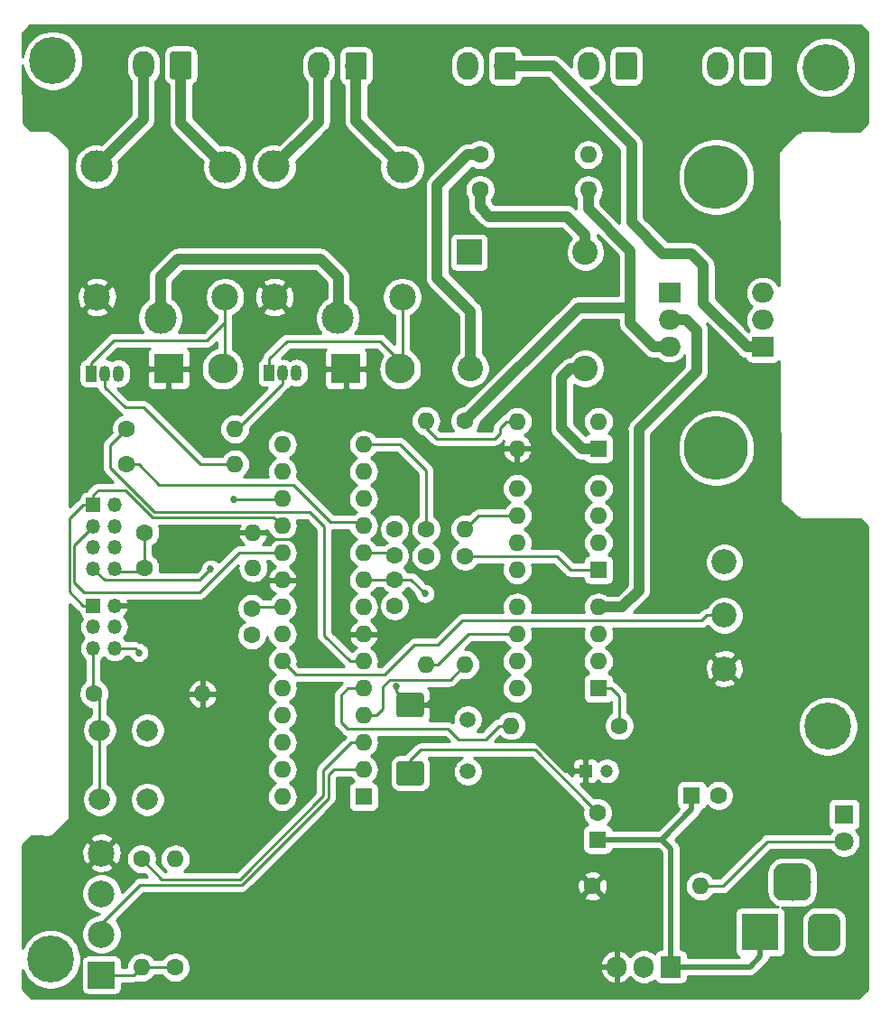
<source format=gtl>
G04 #@! TF.GenerationSoftware,KiCad,Pcbnew,(5.1.2)-1*
G04 #@! TF.CreationDate,2019-06-13T16:49:56+03:00*
G04 #@! TF.ProjectId,Home_Automation,486f6d65-5f41-4757-946f-6d6174696f6e,rev?*
G04 #@! TF.SameCoordinates,Original*
G04 #@! TF.FileFunction,Copper,L1,Top*
G04 #@! TF.FilePolarity,Positive*
%FSLAX46Y46*%
G04 Gerber Fmt 4.6, Leading zero omitted, Abs format (unit mm)*
G04 Created by KiCad (PCBNEW (5.1.2)-1) date 2019-06-13 16:49:56*
%MOMM*%
%LPD*%
G04 APERTURE LIST*
%ADD10C,0.100000*%
%ADD11C,2.250000*%
%ADD12C,1.500000*%
%ADD13O,1.600000X1.600000*%
%ADD14R,1.600000X1.600000*%
%ADD15O,1.905000X2.000000*%
%ADD16R,1.905000X2.000000*%
%ADD17C,2.340000*%
%ADD18C,2.000000*%
%ADD19C,1.600000*%
%ADD20R,1.050000X1.500000*%
%ADD21O,1.050000X1.500000*%
%ADD22C,1.800000*%
%ADD23R,1.800000X1.800000*%
%ADD24C,3.000000*%
%ADD25C,2.500000*%
%ADD26O,1.350000X1.350000*%
%ADD27R,1.350000X1.350000*%
%ADD28C,3.500000*%
%ADD29R,3.500000X3.500000*%
%ADD30O,2.000000X2.600000*%
%ADD31C,6.000000*%
%ADD32C,4.400000*%
%ADD33O,2.800000X2.800000*%
%ADD34R,2.800000X2.800000*%
%ADD35O,2.000000X1.905000*%
%ADD36R,2.000000X1.905000*%
%ADD37C,2.400000*%
%ADD38R,2.400000X2.400000*%
%ADD39C,1.200000*%
%ADD40R,1.200000X1.200000*%
%ADD41C,2.499360*%
%ADD42R,2.499360X2.499360*%
%ADD43C,0.685800*%
%ADD44C,0.254000*%
%ADD45C,0.508000*%
%ADD46C,1.000000*%
G04 APERTURE END LIST*
D10*
G36*
X175230005Y-114280704D02*
G01*
X175254273Y-114284304D01*
X175278072Y-114290265D01*
X175301171Y-114298530D01*
X175323350Y-114309020D01*
X175344393Y-114321632D01*
X175364099Y-114336247D01*
X175382277Y-114352723D01*
X175398753Y-114370901D01*
X175413368Y-114390607D01*
X175425980Y-114411650D01*
X175436470Y-114433829D01*
X175444735Y-114456928D01*
X175450696Y-114480727D01*
X175454296Y-114504995D01*
X175455500Y-114529499D01*
X175455500Y-116279501D01*
X175454296Y-116304005D01*
X175450696Y-116328273D01*
X175444735Y-116352072D01*
X175436470Y-116375171D01*
X175425980Y-116397350D01*
X175413368Y-116418393D01*
X175398753Y-116438099D01*
X175382277Y-116456277D01*
X175364099Y-116472753D01*
X175344393Y-116487368D01*
X175323350Y-116499980D01*
X175301171Y-116510470D01*
X175278072Y-116518735D01*
X175254273Y-116524696D01*
X175230005Y-116528296D01*
X175205501Y-116529500D01*
X173155499Y-116529500D01*
X173130995Y-116528296D01*
X173106727Y-116524696D01*
X173082928Y-116518735D01*
X173059829Y-116510470D01*
X173037650Y-116499980D01*
X173016607Y-116487368D01*
X172996901Y-116472753D01*
X172978723Y-116456277D01*
X172962247Y-116438099D01*
X172947632Y-116418393D01*
X172935020Y-116397350D01*
X172924530Y-116375171D01*
X172916265Y-116352072D01*
X172910304Y-116328273D01*
X172906704Y-116304005D01*
X172905500Y-116279501D01*
X172905500Y-114529499D01*
X172906704Y-114504995D01*
X172910304Y-114480727D01*
X172916265Y-114456928D01*
X172924530Y-114433829D01*
X172935020Y-114411650D01*
X172947632Y-114390607D01*
X172962247Y-114370901D01*
X172978723Y-114352723D01*
X172996901Y-114336247D01*
X173016607Y-114321632D01*
X173037650Y-114309020D01*
X173059829Y-114298530D01*
X173082928Y-114290265D01*
X173106727Y-114284304D01*
X173130995Y-114280704D01*
X173155499Y-114279500D01*
X175205501Y-114279500D01*
X175230005Y-114280704D01*
X175230005Y-114280704D01*
G37*
D11*
X174180500Y-115404500D03*
D10*
G36*
X175230005Y-107880704D02*
G01*
X175254273Y-107884304D01*
X175278072Y-107890265D01*
X175301171Y-107898530D01*
X175323350Y-107909020D01*
X175344393Y-107921632D01*
X175364099Y-107936247D01*
X175382277Y-107952723D01*
X175398753Y-107970901D01*
X175413368Y-107990607D01*
X175425980Y-108011650D01*
X175436470Y-108033829D01*
X175444735Y-108056928D01*
X175450696Y-108080727D01*
X175454296Y-108104995D01*
X175455500Y-108129499D01*
X175455500Y-109879501D01*
X175454296Y-109904005D01*
X175450696Y-109928273D01*
X175444735Y-109952072D01*
X175436470Y-109975171D01*
X175425980Y-109997350D01*
X175413368Y-110018393D01*
X175398753Y-110038099D01*
X175382277Y-110056277D01*
X175364099Y-110072753D01*
X175344393Y-110087368D01*
X175323350Y-110099980D01*
X175301171Y-110110470D01*
X175278072Y-110118735D01*
X175254273Y-110124696D01*
X175230005Y-110128296D01*
X175205501Y-110129500D01*
X173155499Y-110129500D01*
X173130995Y-110128296D01*
X173106727Y-110124696D01*
X173082928Y-110118735D01*
X173059829Y-110110470D01*
X173037650Y-110099980D01*
X173016607Y-110087368D01*
X172996901Y-110072753D01*
X172978723Y-110056277D01*
X172962247Y-110038099D01*
X172947632Y-110018393D01*
X172935020Y-109997350D01*
X172924530Y-109975171D01*
X172916265Y-109952072D01*
X172910304Y-109928273D01*
X172906704Y-109904005D01*
X172905500Y-109879501D01*
X172905500Y-108129499D01*
X172906704Y-108104995D01*
X172910304Y-108080727D01*
X172916265Y-108056928D01*
X172924530Y-108033829D01*
X172935020Y-108011650D01*
X172947632Y-107990607D01*
X172962247Y-107970901D01*
X172978723Y-107952723D01*
X172996901Y-107936247D01*
X173016607Y-107921632D01*
X173037650Y-107909020D01*
X173059829Y-107898530D01*
X173082928Y-107890265D01*
X173106727Y-107884304D01*
X173130995Y-107880704D01*
X173155499Y-107879500D01*
X175205501Y-107879500D01*
X175230005Y-107880704D01*
X175230005Y-107880704D01*
G37*
D11*
X174180500Y-109004500D03*
D12*
X179578000Y-115243000D03*
X179578000Y-110363000D03*
D13*
X184213500Y-96329500D03*
X191833500Y-88709500D03*
X184213500Y-93789500D03*
X191833500Y-91249500D03*
X184213500Y-91249500D03*
X191833500Y-93789500D03*
X184213500Y-88709500D03*
D14*
X191833500Y-96329500D03*
D13*
X162179000Y-117602000D03*
X169799000Y-84582000D03*
X162179000Y-115062000D03*
X169799000Y-87122000D03*
X162179000Y-112522000D03*
X169799000Y-89662000D03*
X162179000Y-109982000D03*
X169799000Y-92202000D03*
X162179000Y-107442000D03*
X169799000Y-94742000D03*
X162179000Y-104902000D03*
X169799000Y-97282000D03*
X162179000Y-102362000D03*
X169799000Y-99822000D03*
X162179000Y-99822000D03*
X169799000Y-102362000D03*
X162179000Y-97282000D03*
X169799000Y-104902000D03*
X162179000Y-94742000D03*
X169799000Y-107442000D03*
X162179000Y-92202000D03*
X169799000Y-109982000D03*
X162179000Y-89662000D03*
X169799000Y-112522000D03*
X162179000Y-87122000D03*
X169799000Y-115062000D03*
X162179000Y-84582000D03*
D14*
X169799000Y-117602000D03*
D15*
X193548000Y-133540500D03*
X196088000Y-133540500D03*
D16*
X198628000Y-133540500D03*
D13*
X184213500Y-107442000D03*
X191833500Y-99822000D03*
X184213500Y-104902000D03*
X191833500Y-102362000D03*
X184213500Y-102362000D03*
X191833500Y-104902000D03*
X184213500Y-99822000D03*
D14*
X191833500Y-107442000D03*
D13*
X184213500Y-84963000D03*
X191833500Y-82423000D03*
X184213500Y-82423000D03*
D14*
X191833500Y-84963000D03*
D17*
X203644500Y-105600500D03*
X203644500Y-100600500D03*
X203644500Y-95600500D03*
D18*
X145034000Y-111356000D03*
X149534000Y-111356000D03*
X145034000Y-117856000D03*
X149534000Y-117856000D03*
D13*
X159448500Y-96139000D03*
D19*
X149288500Y-96139000D03*
D13*
X159448500Y-92837000D03*
D19*
X149288500Y-92837000D03*
D13*
X148971000Y-133604000D03*
D19*
X148971000Y-123444000D03*
D13*
X179324000Y-92519500D03*
D19*
X179324000Y-82359500D03*
D13*
X179324000Y-105219500D03*
D19*
X179324000Y-95059500D03*
D13*
X152146000Y-123444000D03*
D19*
X152146000Y-133604000D03*
D13*
X157734000Y-86423500D03*
D19*
X147574000Y-86423500D03*
D13*
X154686000Y-107950000D03*
D19*
X144526000Y-107950000D03*
D13*
X157734000Y-83121500D03*
D19*
X147574000Y-83121500D03*
D13*
X201422000Y-125984000D03*
D19*
X191262000Y-125984000D03*
D13*
X175641000Y-105219500D03*
D19*
X175641000Y-95059500D03*
D13*
X183642000Y-110934500D03*
D19*
X193802000Y-110934500D03*
D13*
X175641000Y-82359500D03*
D19*
X175641000Y-92519500D03*
D13*
X190881000Y-57404000D03*
D19*
X180721000Y-57404000D03*
D13*
X190881000Y-60706000D03*
D19*
X180721000Y-60706000D03*
D20*
X144272000Y-77914500D03*
D21*
X146812000Y-77914500D03*
X145542000Y-77914500D03*
D20*
X160972500Y-77851000D03*
D21*
X163512500Y-77851000D03*
X162242500Y-77851000D03*
D22*
X214884000Y-121793000D03*
D23*
X214884000Y-119253000D03*
D24*
X150749000Y-72707500D03*
D25*
X144799000Y-70757500D03*
D24*
X144749000Y-58507500D03*
X156799000Y-58557500D03*
D25*
X156799000Y-70757500D03*
D24*
X167386000Y-72707500D03*
D25*
X161436000Y-70757500D03*
D24*
X161386000Y-58507500D03*
X173436000Y-58557500D03*
D25*
X173436000Y-70757500D03*
D26*
X146462500Y-103695000D03*
X144462500Y-103695000D03*
X146462500Y-101695000D03*
X144462500Y-101695000D03*
X146462500Y-99695000D03*
D27*
X144462500Y-99695000D03*
D26*
X146462500Y-96233500D03*
X144462500Y-96233500D03*
X146462500Y-94233500D03*
X144462500Y-94233500D03*
X146462500Y-92233500D03*
X144462500Y-92233500D03*
X146462500Y-90233500D03*
D27*
X144462500Y-90233500D03*
D10*
G36*
X210970765Y-123856213D02*
G01*
X211055704Y-123868813D01*
X211138999Y-123889677D01*
X211219848Y-123918605D01*
X211297472Y-123955319D01*
X211371124Y-123999464D01*
X211440094Y-124050616D01*
X211503718Y-124108282D01*
X211561384Y-124171906D01*
X211612536Y-124240876D01*
X211656681Y-124314528D01*
X211693395Y-124392152D01*
X211722323Y-124473001D01*
X211743187Y-124556296D01*
X211755787Y-124641235D01*
X211760000Y-124727000D01*
X211760000Y-126477000D01*
X211755787Y-126562765D01*
X211743187Y-126647704D01*
X211722323Y-126730999D01*
X211693395Y-126811848D01*
X211656681Y-126889472D01*
X211612536Y-126963124D01*
X211561384Y-127032094D01*
X211503718Y-127095718D01*
X211440094Y-127153384D01*
X211371124Y-127204536D01*
X211297472Y-127248681D01*
X211219848Y-127285395D01*
X211138999Y-127314323D01*
X211055704Y-127335187D01*
X210970765Y-127347787D01*
X210885000Y-127352000D01*
X209135000Y-127352000D01*
X209049235Y-127347787D01*
X208964296Y-127335187D01*
X208881001Y-127314323D01*
X208800152Y-127285395D01*
X208722528Y-127248681D01*
X208648876Y-127204536D01*
X208579906Y-127153384D01*
X208516282Y-127095718D01*
X208458616Y-127032094D01*
X208407464Y-126963124D01*
X208363319Y-126889472D01*
X208326605Y-126811848D01*
X208297677Y-126730999D01*
X208276813Y-126647704D01*
X208264213Y-126562765D01*
X208260000Y-126477000D01*
X208260000Y-124727000D01*
X208264213Y-124641235D01*
X208276813Y-124556296D01*
X208297677Y-124473001D01*
X208326605Y-124392152D01*
X208363319Y-124314528D01*
X208407464Y-124240876D01*
X208458616Y-124171906D01*
X208516282Y-124108282D01*
X208579906Y-124050616D01*
X208648876Y-123999464D01*
X208722528Y-123955319D01*
X208800152Y-123918605D01*
X208881001Y-123889677D01*
X208964296Y-123868813D01*
X209049235Y-123856213D01*
X209135000Y-123852000D01*
X210885000Y-123852000D01*
X210970765Y-123856213D01*
X210970765Y-123856213D01*
G37*
D28*
X210010000Y-125602000D03*
D10*
G36*
X213833513Y-128555611D02*
G01*
X213906318Y-128566411D01*
X213977714Y-128584295D01*
X214047013Y-128609090D01*
X214113548Y-128640559D01*
X214176678Y-128678398D01*
X214235795Y-128722242D01*
X214290330Y-128771670D01*
X214339758Y-128826205D01*
X214383602Y-128885322D01*
X214421441Y-128948452D01*
X214452910Y-129014987D01*
X214477705Y-129084286D01*
X214495589Y-129155682D01*
X214506389Y-129228487D01*
X214510000Y-129302000D01*
X214510000Y-131302000D01*
X214506389Y-131375513D01*
X214495589Y-131448318D01*
X214477705Y-131519714D01*
X214452910Y-131589013D01*
X214421441Y-131655548D01*
X214383602Y-131718678D01*
X214339758Y-131777795D01*
X214290330Y-131832330D01*
X214235795Y-131881758D01*
X214176678Y-131925602D01*
X214113548Y-131963441D01*
X214047013Y-131994910D01*
X213977714Y-132019705D01*
X213906318Y-132037589D01*
X213833513Y-132048389D01*
X213760000Y-132052000D01*
X212260000Y-132052000D01*
X212186487Y-132048389D01*
X212113682Y-132037589D01*
X212042286Y-132019705D01*
X211972987Y-131994910D01*
X211906452Y-131963441D01*
X211843322Y-131925602D01*
X211784205Y-131881758D01*
X211729670Y-131832330D01*
X211680242Y-131777795D01*
X211636398Y-131718678D01*
X211598559Y-131655548D01*
X211567090Y-131589013D01*
X211542295Y-131519714D01*
X211524411Y-131448318D01*
X211513611Y-131375513D01*
X211510000Y-131302000D01*
X211510000Y-129302000D01*
X211513611Y-129228487D01*
X211524411Y-129155682D01*
X211542295Y-129084286D01*
X211567090Y-129014987D01*
X211598559Y-128948452D01*
X211636398Y-128885322D01*
X211680242Y-128826205D01*
X211729670Y-128771670D01*
X211784205Y-128722242D01*
X211843322Y-128678398D01*
X211906452Y-128640559D01*
X211972987Y-128609090D01*
X212042286Y-128584295D01*
X212113682Y-128566411D01*
X212186487Y-128555611D01*
X212260000Y-128552000D01*
X213760000Y-128552000D01*
X213833513Y-128555611D01*
X213833513Y-128555611D01*
G37*
D24*
X213010000Y-130302000D03*
D29*
X207010000Y-130302000D03*
D30*
X165600500Y-49085500D03*
D10*
G36*
X169875004Y-47786704D02*
G01*
X169899273Y-47790304D01*
X169923071Y-47796265D01*
X169946171Y-47804530D01*
X169968349Y-47815020D01*
X169989393Y-47827633D01*
X170009098Y-47842247D01*
X170027277Y-47858723D01*
X170043753Y-47876902D01*
X170058367Y-47896607D01*
X170070980Y-47917651D01*
X170081470Y-47939829D01*
X170089735Y-47962929D01*
X170095696Y-47986727D01*
X170099296Y-48010996D01*
X170100500Y-48035500D01*
X170100500Y-50135500D01*
X170099296Y-50160004D01*
X170095696Y-50184273D01*
X170089735Y-50208071D01*
X170081470Y-50231171D01*
X170070980Y-50253349D01*
X170058367Y-50274393D01*
X170043753Y-50294098D01*
X170027277Y-50312277D01*
X170009098Y-50328753D01*
X169989393Y-50343367D01*
X169968349Y-50355980D01*
X169946171Y-50366470D01*
X169923071Y-50374735D01*
X169899273Y-50380696D01*
X169875004Y-50384296D01*
X169850500Y-50385500D01*
X168350500Y-50385500D01*
X168325996Y-50384296D01*
X168301727Y-50380696D01*
X168277929Y-50374735D01*
X168254829Y-50366470D01*
X168232651Y-50355980D01*
X168211607Y-50343367D01*
X168191902Y-50328753D01*
X168173723Y-50312277D01*
X168157247Y-50294098D01*
X168142633Y-50274393D01*
X168130020Y-50253349D01*
X168119530Y-50231171D01*
X168111265Y-50208071D01*
X168105304Y-50184273D01*
X168101704Y-50160004D01*
X168100500Y-50135500D01*
X168100500Y-48035500D01*
X168101704Y-48010996D01*
X168105304Y-47986727D01*
X168111265Y-47962929D01*
X168119530Y-47939829D01*
X168130020Y-47917651D01*
X168142633Y-47896607D01*
X168157247Y-47876902D01*
X168173723Y-47858723D01*
X168191902Y-47842247D01*
X168211607Y-47827633D01*
X168232651Y-47815020D01*
X168254829Y-47804530D01*
X168277929Y-47796265D01*
X168301727Y-47790304D01*
X168325996Y-47786704D01*
X168350500Y-47785500D01*
X169850500Y-47785500D01*
X169875004Y-47786704D01*
X169875004Y-47786704D01*
G37*
D18*
X169100500Y-49085500D03*
D30*
X149154000Y-49022000D03*
D10*
G36*
X153428504Y-47723204D02*
G01*
X153452773Y-47726804D01*
X153476571Y-47732765D01*
X153499671Y-47741030D01*
X153521849Y-47751520D01*
X153542893Y-47764133D01*
X153562598Y-47778747D01*
X153580777Y-47795223D01*
X153597253Y-47813402D01*
X153611867Y-47833107D01*
X153624480Y-47854151D01*
X153634970Y-47876329D01*
X153643235Y-47899429D01*
X153649196Y-47923227D01*
X153652796Y-47947496D01*
X153654000Y-47972000D01*
X153654000Y-50072000D01*
X153652796Y-50096504D01*
X153649196Y-50120773D01*
X153643235Y-50144571D01*
X153634970Y-50167671D01*
X153624480Y-50189849D01*
X153611867Y-50210893D01*
X153597253Y-50230598D01*
X153580777Y-50248777D01*
X153562598Y-50265253D01*
X153542893Y-50279867D01*
X153521849Y-50292480D01*
X153499671Y-50302970D01*
X153476571Y-50311235D01*
X153452773Y-50317196D01*
X153428504Y-50320796D01*
X153404000Y-50322000D01*
X151904000Y-50322000D01*
X151879496Y-50320796D01*
X151855227Y-50317196D01*
X151831429Y-50311235D01*
X151808329Y-50302970D01*
X151786151Y-50292480D01*
X151765107Y-50279867D01*
X151745402Y-50265253D01*
X151727223Y-50248777D01*
X151710747Y-50230598D01*
X151696133Y-50210893D01*
X151683520Y-50189849D01*
X151673030Y-50167671D01*
X151664765Y-50144571D01*
X151658804Y-50120773D01*
X151655204Y-50096504D01*
X151654000Y-50072000D01*
X151654000Y-47972000D01*
X151655204Y-47947496D01*
X151658804Y-47923227D01*
X151664765Y-47899429D01*
X151673030Y-47876329D01*
X151683520Y-47854151D01*
X151696133Y-47833107D01*
X151710747Y-47813402D01*
X151727223Y-47795223D01*
X151745402Y-47778747D01*
X151765107Y-47764133D01*
X151786151Y-47751520D01*
X151808329Y-47741030D01*
X151831429Y-47732765D01*
X151855227Y-47726804D01*
X151879496Y-47723204D01*
X151904000Y-47722000D01*
X153404000Y-47722000D01*
X153428504Y-47723204D01*
X153428504Y-47723204D01*
G37*
D18*
X152654000Y-49022000D03*
D30*
X179570500Y-49085500D03*
D10*
G36*
X183845004Y-47786704D02*
G01*
X183869273Y-47790304D01*
X183893071Y-47796265D01*
X183916171Y-47804530D01*
X183938349Y-47815020D01*
X183959393Y-47827633D01*
X183979098Y-47842247D01*
X183997277Y-47858723D01*
X184013753Y-47876902D01*
X184028367Y-47896607D01*
X184040980Y-47917651D01*
X184051470Y-47939829D01*
X184059735Y-47962929D01*
X184065696Y-47986727D01*
X184069296Y-48010996D01*
X184070500Y-48035500D01*
X184070500Y-50135500D01*
X184069296Y-50160004D01*
X184065696Y-50184273D01*
X184059735Y-50208071D01*
X184051470Y-50231171D01*
X184040980Y-50253349D01*
X184028367Y-50274393D01*
X184013753Y-50294098D01*
X183997277Y-50312277D01*
X183979098Y-50328753D01*
X183959393Y-50343367D01*
X183938349Y-50355980D01*
X183916171Y-50366470D01*
X183893071Y-50374735D01*
X183869273Y-50380696D01*
X183845004Y-50384296D01*
X183820500Y-50385500D01*
X182320500Y-50385500D01*
X182295996Y-50384296D01*
X182271727Y-50380696D01*
X182247929Y-50374735D01*
X182224829Y-50366470D01*
X182202651Y-50355980D01*
X182181607Y-50343367D01*
X182161902Y-50328753D01*
X182143723Y-50312277D01*
X182127247Y-50294098D01*
X182112633Y-50274393D01*
X182100020Y-50253349D01*
X182089530Y-50231171D01*
X182081265Y-50208071D01*
X182075304Y-50184273D01*
X182071704Y-50160004D01*
X182070500Y-50135500D01*
X182070500Y-48035500D01*
X182071704Y-48010996D01*
X182075304Y-47986727D01*
X182081265Y-47962929D01*
X182089530Y-47939829D01*
X182100020Y-47917651D01*
X182112633Y-47896607D01*
X182127247Y-47876902D01*
X182143723Y-47858723D01*
X182161902Y-47842247D01*
X182181607Y-47827633D01*
X182202651Y-47815020D01*
X182224829Y-47804530D01*
X182247929Y-47796265D01*
X182271727Y-47790304D01*
X182295996Y-47786704D01*
X182320500Y-47785500D01*
X183820500Y-47785500D01*
X183845004Y-47786704D01*
X183845004Y-47786704D01*
G37*
D18*
X183070500Y-49085500D03*
D30*
X203002000Y-49085500D03*
D10*
G36*
X207276504Y-47786704D02*
G01*
X207300773Y-47790304D01*
X207324571Y-47796265D01*
X207347671Y-47804530D01*
X207369849Y-47815020D01*
X207390893Y-47827633D01*
X207410598Y-47842247D01*
X207428777Y-47858723D01*
X207445253Y-47876902D01*
X207459867Y-47896607D01*
X207472480Y-47917651D01*
X207482970Y-47939829D01*
X207491235Y-47962929D01*
X207497196Y-47986727D01*
X207500796Y-48010996D01*
X207502000Y-48035500D01*
X207502000Y-50135500D01*
X207500796Y-50160004D01*
X207497196Y-50184273D01*
X207491235Y-50208071D01*
X207482970Y-50231171D01*
X207472480Y-50253349D01*
X207459867Y-50274393D01*
X207445253Y-50294098D01*
X207428777Y-50312277D01*
X207410598Y-50328753D01*
X207390893Y-50343367D01*
X207369849Y-50355980D01*
X207347671Y-50366470D01*
X207324571Y-50374735D01*
X207300773Y-50380696D01*
X207276504Y-50384296D01*
X207252000Y-50385500D01*
X205752000Y-50385500D01*
X205727496Y-50384296D01*
X205703227Y-50380696D01*
X205679429Y-50374735D01*
X205656329Y-50366470D01*
X205634151Y-50355980D01*
X205613107Y-50343367D01*
X205593402Y-50328753D01*
X205575223Y-50312277D01*
X205558747Y-50294098D01*
X205544133Y-50274393D01*
X205531520Y-50253349D01*
X205521030Y-50231171D01*
X205512765Y-50208071D01*
X205506804Y-50184273D01*
X205503204Y-50160004D01*
X205502000Y-50135500D01*
X205502000Y-48035500D01*
X205503204Y-48010996D01*
X205506804Y-47986727D01*
X205512765Y-47962929D01*
X205521030Y-47939829D01*
X205531520Y-47917651D01*
X205544133Y-47896607D01*
X205558747Y-47876902D01*
X205575223Y-47858723D01*
X205593402Y-47842247D01*
X205613107Y-47827633D01*
X205634151Y-47815020D01*
X205656329Y-47804530D01*
X205679429Y-47796265D01*
X205703227Y-47790304D01*
X205727496Y-47786704D01*
X205752000Y-47785500D01*
X207252000Y-47785500D01*
X207276504Y-47786704D01*
X207276504Y-47786704D01*
G37*
D18*
X206502000Y-49085500D03*
D30*
X190937000Y-49085500D03*
D10*
G36*
X195211504Y-47786704D02*
G01*
X195235773Y-47790304D01*
X195259571Y-47796265D01*
X195282671Y-47804530D01*
X195304849Y-47815020D01*
X195325893Y-47827633D01*
X195345598Y-47842247D01*
X195363777Y-47858723D01*
X195380253Y-47876902D01*
X195394867Y-47896607D01*
X195407480Y-47917651D01*
X195417970Y-47939829D01*
X195426235Y-47962929D01*
X195432196Y-47986727D01*
X195435796Y-48010996D01*
X195437000Y-48035500D01*
X195437000Y-50135500D01*
X195435796Y-50160004D01*
X195432196Y-50184273D01*
X195426235Y-50208071D01*
X195417970Y-50231171D01*
X195407480Y-50253349D01*
X195394867Y-50274393D01*
X195380253Y-50294098D01*
X195363777Y-50312277D01*
X195345598Y-50328753D01*
X195325893Y-50343367D01*
X195304849Y-50355980D01*
X195282671Y-50366470D01*
X195259571Y-50374735D01*
X195235773Y-50380696D01*
X195211504Y-50384296D01*
X195187000Y-50385500D01*
X193687000Y-50385500D01*
X193662496Y-50384296D01*
X193638227Y-50380696D01*
X193614429Y-50374735D01*
X193591329Y-50366470D01*
X193569151Y-50355980D01*
X193548107Y-50343367D01*
X193528402Y-50328753D01*
X193510223Y-50312277D01*
X193493747Y-50294098D01*
X193479133Y-50274393D01*
X193466520Y-50253349D01*
X193456030Y-50231171D01*
X193447765Y-50208071D01*
X193441804Y-50184273D01*
X193438204Y-50160004D01*
X193437000Y-50135500D01*
X193437000Y-48035500D01*
X193438204Y-48010996D01*
X193441804Y-47986727D01*
X193447765Y-47962929D01*
X193456030Y-47939829D01*
X193466520Y-47917651D01*
X193479133Y-47896607D01*
X193493747Y-47876902D01*
X193510223Y-47858723D01*
X193528402Y-47842247D01*
X193548107Y-47827633D01*
X193569151Y-47815020D01*
X193591329Y-47804530D01*
X193614429Y-47796265D01*
X193638227Y-47790304D01*
X193662496Y-47786704D01*
X193687000Y-47785500D01*
X195187000Y-47785500D01*
X195211504Y-47786704D01*
X195211504Y-47786704D01*
G37*
D18*
X194437000Y-49085500D03*
D31*
X202882500Y-59499500D03*
X202882500Y-84899500D03*
D32*
X140462000Y-132842000D03*
X213360000Y-110998000D03*
X213169500Y-49212500D03*
X140652500Y-48577500D03*
D33*
X156591000Y-77470000D03*
D34*
X151511000Y-77470000D03*
D35*
X207264000Y-70358000D03*
X207264000Y-72898000D03*
D36*
X207264000Y-75438000D03*
D33*
X173228000Y-77470000D03*
D34*
X168148000Y-77470000D03*
D35*
X198501000Y-75374500D03*
X198501000Y-72834500D03*
D36*
X198501000Y-70294500D03*
D37*
X179805000Y-77448000D03*
D38*
X179705000Y-66548000D03*
D37*
X190605000Y-66548000D03*
X190605000Y-77448000D03*
D19*
X159321500Y-102449000D03*
X159321500Y-99949000D03*
X172720000Y-92496000D03*
X172720000Y-94996000D03*
X172720000Y-99718500D03*
X172720000Y-97218500D03*
D39*
X192627000Y-115189000D03*
D40*
X190627000Y-115189000D03*
D19*
X191770000Y-119102500D03*
D14*
X191770000Y-121602500D03*
D19*
X203096500Y-117475000D03*
D14*
X200596500Y-117475000D03*
D41*
X145224500Y-122872500D03*
X145224500Y-126682500D03*
X145224500Y-130492500D03*
D42*
X145224500Y-134302500D03*
D43*
X172910500Y-103695500D03*
X172910502Y-107286410D03*
X155448000Y-96266000D03*
X148716998Y-104076500D03*
X175577500Y-98552000D03*
X157607000Y-89725500D03*
D44*
X189773000Y-115189000D02*
X190627000Y-115189000D01*
X188722000Y-115189000D02*
X189773000Y-115189000D01*
X183451500Y-109537500D02*
X184404000Y-109537500D01*
X181902500Y-107988500D02*
X183451500Y-109537500D01*
X184404000Y-109537500D02*
X185420000Y-110553500D01*
X185420000Y-110553500D02*
X185420000Y-111887000D01*
X185420000Y-111887000D02*
X188722000Y-115189000D01*
X176571500Y-107988500D02*
X181902500Y-107988500D01*
X175555500Y-109004500D02*
X176571500Y-107988500D01*
X174180500Y-109004500D02*
X175555500Y-109004500D01*
X171577000Y-102362000D02*
X169799000Y-102362000D01*
X172910500Y-103695500D02*
X171577000Y-102362000D01*
X172910502Y-107734502D02*
X172910502Y-107286410D01*
X174180500Y-109004500D02*
X172910502Y-107734502D01*
X163449000Y-97218500D02*
X162242500Y-97218500D01*
X162242500Y-97218500D02*
X162179000Y-97282000D01*
X160579870Y-92837000D02*
X161151370Y-93408500D01*
X159448500Y-92837000D02*
X160579870Y-92837000D01*
X161151370Y-93408500D02*
X163195000Y-93408500D01*
X163195000Y-93408500D02*
X164020500Y-94234000D01*
X164020500Y-94234000D02*
X164020500Y-96647000D01*
X164020500Y-96647000D02*
X163449000Y-97218500D01*
X154447999Y-97266001D02*
X155448000Y-96266000D01*
X144462500Y-96233500D02*
X145495001Y-97266001D01*
X145495001Y-97266001D02*
X154447999Y-97266001D01*
X148335498Y-103695000D02*
X148374099Y-103733601D01*
X146462500Y-103695000D02*
X148335498Y-103695000D01*
X148374099Y-103733601D02*
X148716998Y-104076500D01*
X190970001Y-118302501D02*
X191770000Y-119102500D01*
X185875447Y-113207947D02*
X190970001Y-118302501D01*
X175152053Y-113207947D02*
X185875447Y-113207947D01*
X174180500Y-114179500D02*
X175152053Y-113207947D01*
X174180500Y-115404500D02*
X174180500Y-114179500D01*
X167005000Y-115062000D02*
X169799000Y-115062000D01*
X145224500Y-129476500D02*
X148844000Y-125857000D01*
X145224500Y-130492500D02*
X145224500Y-129476500D01*
X148844000Y-125857000D02*
X158369000Y-125857000D01*
X158369000Y-125857000D02*
X166506511Y-117719489D01*
X166506511Y-117719489D02*
X166506511Y-115560489D01*
X166506511Y-115560489D02*
X167005000Y-115062000D01*
X151014630Y-133604000D02*
X148971000Y-133604000D01*
X152146000Y-133604000D02*
X151014630Y-133604000D01*
X148272500Y-134302500D02*
X148971000Y-133604000D01*
X145224500Y-134302500D02*
X148272500Y-134302500D01*
D45*
X200088500Y-133540500D02*
X198628000Y-133540500D01*
X206029500Y-133540500D02*
X200088500Y-133540500D01*
X207010000Y-132560000D02*
X206029500Y-133540500D01*
X207010000Y-130302000D02*
X207010000Y-132560000D01*
X193078000Y-121602500D02*
X191770000Y-121602500D01*
X197777000Y-121602500D02*
X193078000Y-121602500D01*
X200596500Y-118783000D02*
X197777000Y-121602500D01*
X200596500Y-117475000D02*
X200596500Y-118783000D01*
X198628000Y-122453500D02*
X197777000Y-121602500D01*
X198628000Y-133540500D02*
X198628000Y-122453500D01*
D44*
X172656500Y-97282000D02*
X172720000Y-97218500D01*
X169799000Y-97282000D02*
X172656500Y-97282000D01*
X172720000Y-97218500D02*
X174244000Y-97218500D01*
X174244000Y-97218500D02*
X175577500Y-98552000D01*
X172466000Y-94742000D02*
X172720000Y-94996000D01*
X169799000Y-94742000D02*
X172466000Y-94742000D01*
X159448500Y-99822000D02*
X159321500Y-99949000D01*
X162179000Y-99822000D02*
X159448500Y-99822000D01*
D46*
X179832000Y-77421000D02*
X179805000Y-77448000D01*
X179832000Y-72072500D02*
X179832000Y-77421000D01*
X176720500Y-68961000D02*
X179832000Y-72072500D01*
X176720500Y-60273130D02*
X176720500Y-68961000D01*
X180721000Y-57404000D02*
X179589630Y-57404000D01*
X179589630Y-57404000D02*
X176720500Y-60273130D01*
X190605000Y-64938500D02*
X190605000Y-66548000D01*
X188849000Y-63182500D02*
X190605000Y-64938500D01*
X181610000Y-63182500D02*
X188849000Y-63182500D01*
X180721000Y-60706000D02*
X180721000Y-62293500D01*
X180721000Y-62293500D02*
X181610000Y-63182500D01*
X190309500Y-84963000D02*
X191833500Y-84963000D01*
X188404500Y-83058000D02*
X190309500Y-84963000D01*
X188404500Y-78295500D02*
X188404500Y-83058000D01*
X190605000Y-77448000D02*
X189252000Y-77448000D01*
X189252000Y-77448000D02*
X188404500Y-78295500D01*
X167449500Y-72644000D02*
X167386000Y-72707500D01*
X167449500Y-68897500D02*
X167449500Y-72644000D01*
X165735000Y-67183000D02*
X167449500Y-68897500D01*
X152400000Y-67183000D02*
X165735000Y-67183000D01*
X150749000Y-72707500D02*
X150749000Y-68834000D01*
X150749000Y-68834000D02*
X152400000Y-67183000D01*
X189944500Y-71739000D02*
X194818000Y-71739000D01*
X179324000Y-82359500D02*
X189944500Y-71739000D01*
X196977000Y-75374500D02*
X198501000Y-75374500D01*
X194818000Y-71739000D02*
X194818000Y-73215500D01*
X194818000Y-73215500D02*
X196977000Y-75374500D01*
X190881000Y-60706000D02*
X190881000Y-62466570D01*
X190881000Y-62466570D02*
X194818000Y-66403570D01*
X194818000Y-66403570D02*
X194818000Y-71739000D01*
X194056000Y-99822000D02*
X191833500Y-99822000D01*
X198501000Y-72834500D02*
X200025000Y-72834500D01*
X201041000Y-73850500D02*
X201041000Y-77724000D01*
X201041000Y-77724000D02*
X195643500Y-83121500D01*
X195643500Y-83121500D02*
X195643500Y-98234500D01*
X200025000Y-72834500D02*
X201041000Y-73850500D01*
X195643500Y-98234500D02*
X194056000Y-99822000D01*
D44*
X173228000Y-76771500D02*
X173228000Y-77470000D01*
X171323000Y-74866500D02*
X173228000Y-76771500D01*
X162623500Y-74866500D02*
X171323000Y-74866500D01*
X160972500Y-77851000D02*
X160972500Y-76517500D01*
X160972500Y-76517500D02*
X162623500Y-74866500D01*
X173436000Y-77262000D02*
X173228000Y-77470000D01*
X173436000Y-70757500D02*
X173436000Y-77262000D01*
D46*
X184170500Y-49085500D02*
X183070500Y-49085500D01*
X194945000Y-63754000D02*
X194945000Y-56451500D01*
X194945000Y-56451500D02*
X187579000Y-49085500D01*
X207264000Y-75438000D02*
X205803500Y-75438000D01*
X187579000Y-49085500D02*
X184170500Y-49085500D01*
X205803500Y-75438000D02*
X201676000Y-71310500D01*
X201676000Y-71310500D02*
X201676000Y-67818000D01*
X201676000Y-67818000D02*
X200533000Y-66675000D01*
X200533000Y-66675000D02*
X197866000Y-66675000D01*
X197866000Y-66675000D02*
X194945000Y-63754000D01*
D44*
X156799000Y-77262000D02*
X156591000Y-77470000D01*
X156799000Y-70757500D02*
X156799000Y-77262000D01*
X156799000Y-73134500D02*
X156799000Y-70757500D01*
X155130500Y-74803000D02*
X156799000Y-73134500D01*
X146379500Y-74803000D02*
X155130500Y-74803000D01*
X144272000Y-77914500D02*
X144272000Y-76910500D01*
X144272000Y-76910500D02*
X146379500Y-74803000D01*
D46*
X152654000Y-54412500D02*
X156799000Y-58557500D01*
X152654000Y-49022000D02*
X152654000Y-54412500D01*
X149154000Y-54102500D02*
X144749000Y-58507500D01*
X149154000Y-49022000D02*
X149154000Y-54102500D01*
X169100500Y-54222000D02*
X173436000Y-58557500D01*
X169100500Y-49085500D02*
X169100500Y-54222000D01*
X165600500Y-54293000D02*
X161386000Y-58507500D01*
X165600500Y-49085500D02*
X165600500Y-54293000D01*
D44*
X149288500Y-95007630D02*
X149288500Y-92837000D01*
X149288500Y-96139000D02*
X149288500Y-95007630D01*
X146749000Y-96520000D02*
X146462500Y-96233500D01*
X149288500Y-96139000D02*
X148907500Y-96520000D01*
X148907500Y-96520000D02*
X146749000Y-96520000D01*
X162115500Y-89725500D02*
X162179000Y-89662000D01*
X157607000Y-89725500D02*
X162115500Y-89725500D01*
X161047630Y-94742000D02*
X162179000Y-94742000D01*
X142684500Y-94011500D02*
X142684500Y-97536000D01*
X144462500Y-92233500D02*
X142684500Y-94011500D01*
X142684500Y-97536000D02*
X143573500Y-98425000D01*
X143573500Y-98425000D02*
X154432000Y-98425000D01*
X154432000Y-98425000D02*
X158115000Y-94742000D01*
X158115000Y-94742000D02*
X161047630Y-94742000D01*
X142230489Y-91536511D02*
X143533500Y-90233500D01*
X143533500Y-90233500D02*
X144462500Y-90233500D01*
X142230489Y-98391989D02*
X142230489Y-91536511D01*
X143533500Y-99695000D02*
X142230489Y-98391989D01*
X144462500Y-99695000D02*
X143533500Y-99695000D01*
X161379001Y-91402001D02*
X162179000Y-92202000D01*
X150012501Y-91402001D02*
X161379001Y-91402001D01*
X147447000Y-88836500D02*
X150012501Y-91402001D01*
X144930500Y-88836500D02*
X147447000Y-88836500D01*
X144462500Y-90233500D02*
X144462500Y-89304500D01*
X144462500Y-89304500D02*
X144930500Y-88836500D01*
X144462500Y-107886500D02*
X144526000Y-107950000D01*
X144462500Y-103695000D02*
X144462500Y-107886500D01*
X145034000Y-108458000D02*
X144526000Y-107950000D01*
X145034000Y-111356000D02*
X145034000Y-108458000D01*
X145034000Y-117856000D02*
X145034000Y-111356000D01*
X207708500Y-121793000D02*
X214884000Y-121793000D01*
X201422000Y-125984000D02*
X203517500Y-125984000D01*
X203517500Y-125984000D02*
X207708500Y-121793000D01*
X157976000Y-83121500D02*
X157734000Y-83121500D01*
X162242500Y-78855000D02*
X157976000Y-83121500D01*
X162242500Y-77851000D02*
X162242500Y-78855000D01*
X156602630Y-86423500D02*
X157734000Y-86423500D01*
X154495500Y-86423500D02*
X156602630Y-86423500D01*
X149161500Y-81089500D02*
X154495500Y-86423500D01*
X147447000Y-81089500D02*
X149161500Y-81089500D01*
X145542000Y-77914500D02*
X145542000Y-79184500D01*
X145542000Y-79184500D02*
X147447000Y-81089500D01*
X183197500Y-82423000D02*
X184213500Y-82423000D01*
X175641000Y-82994500D02*
X176657000Y-84010500D01*
X182118000Y-84010500D02*
X182626000Y-83502500D01*
X175641000Y-82359500D02*
X175641000Y-82994500D01*
X182626000Y-83502500D02*
X182626000Y-82994500D01*
X176657000Y-84010500D02*
X182118000Y-84010500D01*
X182626000Y-82994500D02*
X183197500Y-82423000D01*
X175641000Y-86995000D02*
X175641000Y-92519500D01*
X169799000Y-84582000D02*
X173228000Y-84582000D01*
X173228000Y-84582000D02*
X175641000Y-86995000D01*
X181240630Y-112204500D02*
X182510630Y-110934500D01*
X168338500Y-107442000D02*
X167703500Y-108077000D01*
X169799000Y-107442000D02*
X168338500Y-107442000D01*
X178689000Y-112204500D02*
X181240630Y-112204500D01*
X167703500Y-108077000D02*
X167703500Y-110617000D01*
X182510630Y-110934500D02*
X183642000Y-110934500D01*
X167703500Y-110617000D02*
X168338500Y-111252000D01*
X168338500Y-111252000D02*
X177736500Y-111252000D01*
X177736500Y-111252000D02*
X178689000Y-112204500D01*
X193802000Y-108204000D02*
X193802000Y-110934500D01*
X191833500Y-107442000D02*
X193040000Y-107442000D01*
X193040000Y-107442000D02*
X193802000Y-108204000D01*
X176784000Y-105219500D02*
X175641000Y-105219500D01*
X184213500Y-102362000D02*
X179641500Y-102362000D01*
X179641500Y-102362000D02*
X176784000Y-105219500D01*
X168529000Y-104902000D02*
X169799000Y-104902000D01*
X166116000Y-102489000D02*
X168529000Y-104902000D01*
X146050000Y-84645500D02*
X146050000Y-86797432D01*
X147574000Y-83121500D02*
X146050000Y-84645500D01*
X146050000Y-86797432D02*
X150184568Y-90932000D01*
X150184568Y-90932000D02*
X164775432Y-90932000D01*
X164775432Y-90932000D02*
X166116000Y-92272568D01*
X166116000Y-92272568D02*
X166116000Y-102489000D01*
X169418000Y-91821000D02*
X169799000Y-92202000D01*
X166687500Y-91821000D02*
X169418000Y-91821000D01*
X163195000Y-88328500D02*
X166687500Y-91821000D01*
X150610370Y-88328500D02*
X163195000Y-88328500D01*
X147574000Y-86423500D02*
X148705370Y-86423500D01*
X148705370Y-86423500D02*
X150610370Y-88328500D01*
X171005500Y-109982000D02*
X169799000Y-109982000D01*
X171640500Y-109347000D02*
X171005500Y-109982000D01*
X172275500Y-106616500D02*
X171640500Y-107251500D01*
X171640500Y-107251500D02*
X171640500Y-109347000D01*
X177927000Y-106616500D02*
X172275500Y-106616500D01*
X179324000Y-105219500D02*
X177927000Y-106616500D01*
X189230000Y-96329500D02*
X191833500Y-96329500D01*
X179324000Y-95059500D02*
X187960000Y-95059500D01*
X187960000Y-95059500D02*
X189230000Y-96329500D01*
X180594000Y-91249500D02*
X184213500Y-91249500D01*
X179324000Y-92519500D02*
X180594000Y-91249500D01*
X166052500Y-115137130D02*
X168667630Y-112522000D01*
X168667630Y-112522000D02*
X169799000Y-112522000D01*
X166052500Y-117531432D02*
X166052500Y-115137130D01*
X158234932Y-125349000D02*
X166052500Y-117531432D01*
X150876000Y-125349000D02*
X158234932Y-125349000D01*
X148971000Y-123444000D02*
X150876000Y-125349000D01*
X171784978Y-106172000D02*
X174587459Y-103369519D01*
X201498371Y-101092000D02*
X201989871Y-100600500D01*
X176792481Y-103369519D02*
X179070000Y-101092000D01*
X162179000Y-104902000D02*
X163449000Y-106172000D01*
X201989871Y-100600500D02*
X203644500Y-100600500D01*
X163449000Y-106172000D02*
X171784978Y-106172000D01*
X179070000Y-101092000D02*
X201498371Y-101092000D01*
X174587459Y-103369519D02*
X176792481Y-103369519D01*
G36*
X204961509Y-76201141D02*
G01*
X204997051Y-76244449D01*
X205169877Y-76386284D01*
X205367053Y-76491676D01*
X205581001Y-76556577D01*
X205652955Y-76563664D01*
X205674498Y-76634680D01*
X205733463Y-76744994D01*
X205812815Y-76841685D01*
X205909506Y-76921037D01*
X206019820Y-76980002D01*
X206139518Y-77016312D01*
X206264000Y-77028572D01*
X208264000Y-77028572D01*
X208388482Y-77016312D01*
X208508180Y-76980002D01*
X208618494Y-76921037D01*
X208715185Y-76841685D01*
X208775133Y-76768638D01*
X208851502Y-89853241D01*
X208854087Y-89878003D01*
X208861453Y-89901785D01*
X208873317Y-89923673D01*
X208895577Y-89948691D01*
X209872394Y-90790775D01*
X210330388Y-91248769D01*
X210351052Y-91273948D01*
X210376231Y-91294612D01*
X210376233Y-91294614D01*
X210451549Y-91356425D01*
X210491487Y-91377772D01*
X210566207Y-91417710D01*
X210617791Y-91433358D01*
X210737077Y-91536191D01*
X210757436Y-91550520D01*
X210780200Y-91560602D01*
X210804493Y-91566050D01*
X210820000Y-91567000D01*
X216363620Y-91567000D01*
X217043156Y-92246537D01*
X217106068Y-135655551D01*
X216261620Y-136500000D01*
X138703381Y-136500000D01*
X137820000Y-135616620D01*
X137820000Y-133871859D01*
X137949656Y-134184876D01*
X138259912Y-134649207D01*
X138654793Y-135044088D01*
X139119124Y-135354344D01*
X139635061Y-135568052D01*
X140182777Y-135677000D01*
X140741223Y-135677000D01*
X141288939Y-135568052D01*
X141804876Y-135354344D01*
X142269207Y-135044088D01*
X142664088Y-134649207D01*
X142974344Y-134184876D01*
X143188052Y-133668939D01*
X143297000Y-133121223D01*
X143297000Y-133052820D01*
X143336748Y-133052820D01*
X143336748Y-135552180D01*
X143349008Y-135676662D01*
X143385318Y-135796360D01*
X143444283Y-135906674D01*
X143523635Y-136003365D01*
X143620326Y-136082717D01*
X143730640Y-136141682D01*
X143850338Y-136177992D01*
X143974820Y-136190252D01*
X146474180Y-136190252D01*
X146598662Y-136177992D01*
X146718360Y-136141682D01*
X146828674Y-136082717D01*
X146925365Y-136003365D01*
X147004717Y-135906674D01*
X147063682Y-135796360D01*
X147099992Y-135676662D01*
X147112252Y-135552180D01*
X147112252Y-135064500D01*
X148235077Y-135064500D01*
X148272500Y-135068186D01*
X148309923Y-135064500D01*
X148309926Y-135064500D01*
X148421878Y-135053474D01*
X148565515Y-135009902D01*
X148600526Y-134991188D01*
X148689691Y-135018236D01*
X148900508Y-135039000D01*
X149041492Y-135039000D01*
X149252309Y-135018236D01*
X149522808Y-134936182D01*
X149772101Y-134802932D01*
X149990608Y-134623608D01*
X150169932Y-134405101D01*
X150190832Y-134366000D01*
X150929293Y-134366000D01*
X151031363Y-134518759D01*
X151231241Y-134718637D01*
X151466273Y-134875680D01*
X151727426Y-134983853D01*
X152004665Y-135039000D01*
X152287335Y-135039000D01*
X152564574Y-134983853D01*
X152825727Y-134875680D01*
X153060759Y-134718637D01*
X153260637Y-134518759D01*
X153417680Y-134283727D01*
X153525853Y-134022574D01*
X153547377Y-133914363D01*
X191995622Y-133914363D01*
X192089121Y-134210946D01*
X192238684Y-134483589D01*
X192438563Y-134721815D01*
X192681077Y-134916469D01*
X192956906Y-135060071D01*
X193175020Y-135131063D01*
X193421000Y-135011094D01*
X193421000Y-133667500D01*
X192122430Y-133667500D01*
X191995622Y-133914363D01*
X153547377Y-133914363D01*
X153581000Y-133745335D01*
X153581000Y-133462665D01*
X153525853Y-133185426D01*
X153518071Y-133166637D01*
X191995622Y-133166637D01*
X192122430Y-133413500D01*
X193421000Y-133413500D01*
X193421000Y-132069906D01*
X193175020Y-131949937D01*
X192956906Y-132020929D01*
X192681077Y-132164531D01*
X192438563Y-132359185D01*
X192238684Y-132597411D01*
X192089121Y-132870054D01*
X191995622Y-133166637D01*
X153518071Y-133166637D01*
X153417680Y-132924273D01*
X153260637Y-132689241D01*
X153060759Y-132489363D01*
X152825727Y-132332320D01*
X152564574Y-132224147D01*
X152287335Y-132169000D01*
X152004665Y-132169000D01*
X151727426Y-132224147D01*
X151466273Y-132332320D01*
X151231241Y-132489363D01*
X151031363Y-132689241D01*
X150929293Y-132842000D01*
X150190832Y-132842000D01*
X150169932Y-132802899D01*
X149990608Y-132584392D01*
X149772101Y-132405068D01*
X149522808Y-132271818D01*
X149252309Y-132189764D01*
X149041492Y-132169000D01*
X148900508Y-132169000D01*
X148689691Y-132189764D01*
X148419192Y-132271818D01*
X148169899Y-132405068D01*
X147951392Y-132584392D01*
X147772068Y-132802899D01*
X147638818Y-133052192D01*
X147556764Y-133322691D01*
X147535311Y-133540500D01*
X147112252Y-133540500D01*
X147112252Y-133052820D01*
X147099992Y-132928338D01*
X147063682Y-132808640D01*
X147004717Y-132698326D01*
X146925365Y-132601635D01*
X146828674Y-132522283D01*
X146718360Y-132463318D01*
X146598662Y-132427008D01*
X146474180Y-132414748D01*
X143974820Y-132414748D01*
X143850338Y-132427008D01*
X143730640Y-132463318D01*
X143620326Y-132522283D01*
X143523635Y-132601635D01*
X143444283Y-132698326D01*
X143385318Y-132808640D01*
X143349008Y-132928338D01*
X143336748Y-133052820D01*
X143297000Y-133052820D01*
X143297000Y-132562777D01*
X143188052Y-132015061D01*
X142974344Y-131499124D01*
X142664088Y-131034793D01*
X142269207Y-130639912D01*
X141804876Y-130329656D01*
X141288939Y-130115948D01*
X140741223Y-130007000D01*
X140182777Y-130007000D01*
X139635061Y-130115948D01*
X139119124Y-130329656D01*
X138654793Y-130639912D01*
X138259912Y-131034793D01*
X137949656Y-131499124D01*
X137820000Y-131812141D01*
X137820000Y-124185877D01*
X144090729Y-124185877D01*
X144216604Y-124475815D01*
X144548762Y-124641639D01*
X144906887Y-124739475D01*
X145277219Y-124765565D01*
X145645525Y-124718905D01*
X145997651Y-124601289D01*
X146232396Y-124475815D01*
X146358271Y-124185877D01*
X145224500Y-123052105D01*
X144090729Y-124185877D01*
X137820000Y-124185877D01*
X137820000Y-122925219D01*
X143331435Y-122925219D01*
X143378095Y-123293525D01*
X143495711Y-123645651D01*
X143621185Y-123880396D01*
X143911123Y-124006271D01*
X145044895Y-122872500D01*
X145404105Y-122872500D01*
X146537877Y-124006271D01*
X146827815Y-123880396D01*
X146993639Y-123548238D01*
X147091475Y-123190113D01*
X147117565Y-122819781D01*
X147070905Y-122451475D01*
X146953289Y-122099349D01*
X146827815Y-121864604D01*
X146537877Y-121738729D01*
X145404105Y-122872500D01*
X145044895Y-122872500D01*
X143911123Y-121738729D01*
X143621185Y-121864604D01*
X143455361Y-122196762D01*
X143357525Y-122554887D01*
X143331435Y-122925219D01*
X137820000Y-122925219D01*
X137820000Y-122235905D01*
X137826075Y-122187305D01*
X138454257Y-121559123D01*
X144090729Y-121559123D01*
X145224500Y-122692895D01*
X146358271Y-121559123D01*
X146232396Y-121269185D01*
X145900238Y-121103361D01*
X145542113Y-121005525D01*
X145171781Y-120979435D01*
X144803475Y-121026095D01*
X144451349Y-121143711D01*
X144216604Y-121269185D01*
X144090729Y-121559123D01*
X138454257Y-121559123D01*
X138703381Y-121310000D01*
X139254739Y-121310000D01*
X140330467Y-121348419D01*
X140355315Y-121346865D01*
X140379382Y-121340493D01*
X140401744Y-121329548D01*
X140423155Y-121312920D01*
X140432868Y-121303554D01*
X140464383Y-121300450D01*
X140588793Y-121262710D01*
X140703450Y-121201425D01*
X140803948Y-121118948D01*
X140824616Y-121093764D01*
X142048770Y-119869611D01*
X142073948Y-119848948D01*
X142094614Y-119823767D01*
X142156425Y-119748451D01*
X142199544Y-119667779D01*
X142217710Y-119633793D01*
X142255450Y-119509383D01*
X142265000Y-119412419D01*
X142265000Y-119412410D01*
X142268192Y-119380001D01*
X142265000Y-119347592D01*
X142265000Y-99504130D01*
X142968221Y-100207352D01*
X142992078Y-100236422D01*
X143021148Y-100260279D01*
X143108107Y-100331645D01*
X143149428Y-100353731D01*
X143149428Y-100370000D01*
X143161688Y-100494482D01*
X143197998Y-100614180D01*
X143256963Y-100724494D01*
X143336315Y-100821185D01*
X143425131Y-100894074D01*
X143368005Y-100963682D01*
X143246362Y-101191259D01*
X143171455Y-101438195D01*
X143146162Y-101695000D01*
X143171455Y-101951805D01*
X143246362Y-102198741D01*
X143368005Y-102426318D01*
X143531708Y-102625792D01*
X143616039Y-102695000D01*
X143531708Y-102764208D01*
X143368005Y-102963682D01*
X143246362Y-103191259D01*
X143171455Y-103438195D01*
X143146162Y-103695000D01*
X143171455Y-103951805D01*
X143246362Y-104198741D01*
X143368005Y-104426318D01*
X143531708Y-104625792D01*
X143700500Y-104764315D01*
X143700501Y-106775722D01*
X143611241Y-106835363D01*
X143411363Y-107035241D01*
X143254320Y-107270273D01*
X143146147Y-107531426D01*
X143091000Y-107808665D01*
X143091000Y-108091335D01*
X143146147Y-108368574D01*
X143254320Y-108629727D01*
X143411363Y-108864759D01*
X143611241Y-109064637D01*
X143846273Y-109221680D01*
X144107426Y-109329853D01*
X144272001Y-109362589D01*
X144272001Y-109901919D01*
X144259537Y-109907082D01*
X143991748Y-110086013D01*
X143764013Y-110313748D01*
X143585082Y-110581537D01*
X143461832Y-110879088D01*
X143399000Y-111194967D01*
X143399000Y-111517033D01*
X143461832Y-111832912D01*
X143585082Y-112130463D01*
X143764013Y-112398252D01*
X143991748Y-112625987D01*
X144259537Y-112804918D01*
X144272001Y-112810081D01*
X144272000Y-116401920D01*
X144259537Y-116407082D01*
X143991748Y-116586013D01*
X143764013Y-116813748D01*
X143585082Y-117081537D01*
X143461832Y-117379088D01*
X143399000Y-117694967D01*
X143399000Y-118017033D01*
X143461832Y-118332912D01*
X143585082Y-118630463D01*
X143764013Y-118898252D01*
X143991748Y-119125987D01*
X144259537Y-119304918D01*
X144557088Y-119428168D01*
X144872967Y-119491000D01*
X145195033Y-119491000D01*
X145510912Y-119428168D01*
X145808463Y-119304918D01*
X146076252Y-119125987D01*
X146303987Y-118898252D01*
X146482918Y-118630463D01*
X146606168Y-118332912D01*
X146669000Y-118017033D01*
X146669000Y-117694967D01*
X147899000Y-117694967D01*
X147899000Y-118017033D01*
X147961832Y-118332912D01*
X148085082Y-118630463D01*
X148264013Y-118898252D01*
X148491748Y-119125987D01*
X148759537Y-119304918D01*
X149057088Y-119428168D01*
X149372967Y-119491000D01*
X149695033Y-119491000D01*
X150010912Y-119428168D01*
X150308463Y-119304918D01*
X150576252Y-119125987D01*
X150803987Y-118898252D01*
X150982918Y-118630463D01*
X151106168Y-118332912D01*
X151169000Y-118017033D01*
X151169000Y-117694967D01*
X151106168Y-117379088D01*
X150982918Y-117081537D01*
X150803987Y-116813748D01*
X150576252Y-116586013D01*
X150308463Y-116407082D01*
X150010912Y-116283832D01*
X149695033Y-116221000D01*
X149372967Y-116221000D01*
X149057088Y-116283832D01*
X148759537Y-116407082D01*
X148491748Y-116586013D01*
X148264013Y-116813748D01*
X148085082Y-117081537D01*
X147961832Y-117379088D01*
X147899000Y-117694967D01*
X146669000Y-117694967D01*
X146606168Y-117379088D01*
X146482918Y-117081537D01*
X146303987Y-116813748D01*
X146076252Y-116586013D01*
X145808463Y-116407082D01*
X145796000Y-116401920D01*
X145796000Y-112810080D01*
X145808463Y-112804918D01*
X146076252Y-112625987D01*
X146303987Y-112398252D01*
X146482918Y-112130463D01*
X146606168Y-111832912D01*
X146669000Y-111517033D01*
X146669000Y-111194967D01*
X147899000Y-111194967D01*
X147899000Y-111517033D01*
X147961832Y-111832912D01*
X148085082Y-112130463D01*
X148264013Y-112398252D01*
X148491748Y-112625987D01*
X148759537Y-112804918D01*
X149057088Y-112928168D01*
X149372967Y-112991000D01*
X149695033Y-112991000D01*
X150010912Y-112928168D01*
X150308463Y-112804918D01*
X150576252Y-112625987D01*
X150803987Y-112398252D01*
X150982918Y-112130463D01*
X151106168Y-111832912D01*
X151169000Y-111517033D01*
X151169000Y-111194967D01*
X151106168Y-110879088D01*
X150982918Y-110581537D01*
X150803987Y-110313748D01*
X150576252Y-110086013D01*
X150308463Y-109907082D01*
X150010912Y-109783832D01*
X149695033Y-109721000D01*
X149372967Y-109721000D01*
X149057088Y-109783832D01*
X148759537Y-109907082D01*
X148491748Y-110086013D01*
X148264013Y-110313748D01*
X148085082Y-110581537D01*
X147961832Y-110879088D01*
X147899000Y-111194967D01*
X146669000Y-111194967D01*
X146606168Y-110879088D01*
X146482918Y-110581537D01*
X146303987Y-110313748D01*
X146076252Y-110086013D01*
X145808463Y-109907082D01*
X145796000Y-109901920D01*
X145796000Y-108632241D01*
X145797680Y-108629727D01*
X145905853Y-108368574D01*
X145919684Y-108299039D01*
X153294096Y-108299039D01*
X153334754Y-108433087D01*
X153454963Y-108687420D01*
X153622481Y-108913414D01*
X153830869Y-109102385D01*
X154072119Y-109247070D01*
X154336960Y-109341909D01*
X154559000Y-109220624D01*
X154559000Y-108077000D01*
X154813000Y-108077000D01*
X154813000Y-109220624D01*
X155035040Y-109341909D01*
X155299881Y-109247070D01*
X155541131Y-109102385D01*
X155749519Y-108913414D01*
X155917037Y-108687420D01*
X156037246Y-108433087D01*
X156077904Y-108299039D01*
X155955915Y-108077000D01*
X154813000Y-108077000D01*
X154559000Y-108077000D01*
X153416085Y-108077000D01*
X153294096Y-108299039D01*
X145919684Y-108299039D01*
X145961000Y-108091335D01*
X145961000Y-107808665D01*
X145919685Y-107600961D01*
X153294096Y-107600961D01*
X153416085Y-107823000D01*
X154559000Y-107823000D01*
X154559000Y-106679376D01*
X154813000Y-106679376D01*
X154813000Y-107823000D01*
X155955915Y-107823000D01*
X156077904Y-107600961D01*
X156037246Y-107466913D01*
X155917037Y-107212580D01*
X155749519Y-106986586D01*
X155541131Y-106797615D01*
X155299881Y-106652930D01*
X155035040Y-106558091D01*
X154813000Y-106679376D01*
X154559000Y-106679376D01*
X154336960Y-106558091D01*
X154072119Y-106652930D01*
X153830869Y-106797615D01*
X153622481Y-106986586D01*
X153454963Y-107212580D01*
X153334754Y-107466913D01*
X153294096Y-107600961D01*
X145919685Y-107600961D01*
X145905853Y-107531426D01*
X145797680Y-107270273D01*
X145640637Y-107035241D01*
X145440759Y-106835363D01*
X145224500Y-106690864D01*
X145224500Y-104764315D01*
X145393292Y-104625792D01*
X145462500Y-104541461D01*
X145531708Y-104625792D01*
X145731182Y-104789495D01*
X145958759Y-104911138D01*
X146205695Y-104986045D01*
X146398149Y-105005000D01*
X146526851Y-105005000D01*
X146719305Y-104986045D01*
X146966241Y-104911138D01*
X147193818Y-104789495D01*
X147393292Y-104625792D01*
X147531815Y-104457000D01*
X147816135Y-104457000D01*
X147850394Y-104539710D01*
X147957413Y-104699875D01*
X148093623Y-104836085D01*
X148253788Y-104943104D01*
X148431755Y-105016820D01*
X148620683Y-105054400D01*
X148813313Y-105054400D01*
X149002241Y-105016820D01*
X149180208Y-104943104D01*
X149340373Y-104836085D01*
X149476583Y-104699875D01*
X149583602Y-104539710D01*
X149657318Y-104361743D01*
X149694898Y-104172815D01*
X149694898Y-103980185D01*
X149657318Y-103791257D01*
X149583602Y-103613290D01*
X149476583Y-103453125D01*
X149340373Y-103316915D01*
X149180208Y-103209896D01*
X149002241Y-103136180D01*
X148813313Y-103098600D01*
X148809929Y-103098600D01*
X148760890Y-103058355D01*
X148628513Y-102987598D01*
X148484876Y-102944026D01*
X148372924Y-102933000D01*
X148372921Y-102933000D01*
X148335498Y-102929314D01*
X148298075Y-102933000D01*
X147531815Y-102933000D01*
X147393292Y-102764208D01*
X147308961Y-102695000D01*
X147393292Y-102625792D01*
X147556995Y-102426318D01*
X147678638Y-102198741D01*
X147753545Y-101951805D01*
X147778838Y-101695000D01*
X147753545Y-101438195D01*
X147678638Y-101191259D01*
X147556995Y-100963682D01*
X147393292Y-100764208D01*
X147304852Y-100691628D01*
X147440803Y-100566227D01*
X147591973Y-100358629D01*
X147699738Y-100125528D01*
X147730410Y-100024400D01*
X147606724Y-99822000D01*
X146589500Y-99822000D01*
X146589500Y-99842000D01*
X146335500Y-99842000D01*
X146335500Y-99822000D01*
X146315500Y-99822000D01*
X146315500Y-99568000D01*
X146335500Y-99568000D01*
X146335500Y-99548000D01*
X146589500Y-99548000D01*
X146589500Y-99568000D01*
X147606724Y-99568000D01*
X147730410Y-99365600D01*
X147699738Y-99264472D01*
X147663922Y-99187000D01*
X154394577Y-99187000D01*
X154432000Y-99190686D01*
X154469423Y-99187000D01*
X154469426Y-99187000D01*
X154581378Y-99175974D01*
X154725015Y-99132402D01*
X154857392Y-99061645D01*
X154973422Y-98966422D01*
X154997284Y-98937346D01*
X158029602Y-95905028D01*
X158006557Y-96139000D01*
X158034264Y-96420309D01*
X158116318Y-96690808D01*
X158249568Y-96940101D01*
X158428892Y-97158608D01*
X158647399Y-97337932D01*
X158896692Y-97471182D01*
X159167191Y-97553236D01*
X159378008Y-97574000D01*
X159518992Y-97574000D01*
X159729809Y-97553236D01*
X160000308Y-97471182D01*
X160249601Y-97337932D01*
X160468108Y-97158608D01*
X160647432Y-96940101D01*
X160780682Y-96690808D01*
X160862736Y-96420309D01*
X160890443Y-96139000D01*
X160862736Y-95857691D01*
X160780682Y-95587192D01*
X160736215Y-95504000D01*
X160959168Y-95504000D01*
X160980068Y-95543101D01*
X161159392Y-95761608D01*
X161377899Y-95940932D01*
X161515682Y-96014579D01*
X161323869Y-96129615D01*
X161115481Y-96318586D01*
X160947963Y-96544580D01*
X160827754Y-96798913D01*
X160787096Y-96932961D01*
X160909085Y-97155000D01*
X162052000Y-97155000D01*
X162052000Y-97135000D01*
X162306000Y-97135000D01*
X162306000Y-97155000D01*
X163448915Y-97155000D01*
X163570904Y-96932961D01*
X163530246Y-96798913D01*
X163410037Y-96544580D01*
X163242519Y-96318586D01*
X163034131Y-96129615D01*
X162842318Y-96014579D01*
X162980101Y-95940932D01*
X163198608Y-95761608D01*
X163377932Y-95543101D01*
X163511182Y-95293808D01*
X163593236Y-95023309D01*
X163620943Y-94742000D01*
X163593236Y-94460691D01*
X163511182Y-94190192D01*
X163377932Y-93940899D01*
X163198608Y-93722392D01*
X162980101Y-93543068D01*
X162847142Y-93472000D01*
X162980101Y-93400932D01*
X163198608Y-93221608D01*
X163377932Y-93003101D01*
X163511182Y-92753808D01*
X163593236Y-92483309D01*
X163620943Y-92202000D01*
X163593236Y-91920691D01*
X163524471Y-91694000D01*
X164459802Y-91694000D01*
X165354000Y-92588199D01*
X165354001Y-102451567D01*
X165350314Y-102489000D01*
X165365027Y-102638378D01*
X165408599Y-102782015D01*
X165479355Y-102914392D01*
X165538160Y-102986045D01*
X165574579Y-103030422D01*
X165603649Y-103054279D01*
X167959369Y-105410000D01*
X163764631Y-105410000D01*
X163580366Y-105225736D01*
X163593236Y-105183309D01*
X163620943Y-104902000D01*
X163593236Y-104620691D01*
X163511182Y-104350192D01*
X163377932Y-104100899D01*
X163198608Y-103882392D01*
X162980101Y-103703068D01*
X162847142Y-103632000D01*
X162980101Y-103560932D01*
X163198608Y-103381608D01*
X163377932Y-103163101D01*
X163511182Y-102913808D01*
X163593236Y-102643309D01*
X163620943Y-102362000D01*
X163593236Y-102080691D01*
X163511182Y-101810192D01*
X163377932Y-101560899D01*
X163198608Y-101342392D01*
X162980101Y-101163068D01*
X162847142Y-101092000D01*
X162980101Y-101020932D01*
X163198608Y-100841608D01*
X163377932Y-100623101D01*
X163511182Y-100373808D01*
X163593236Y-100103309D01*
X163620943Y-99822000D01*
X163593236Y-99540691D01*
X163511182Y-99270192D01*
X163377932Y-99020899D01*
X163198608Y-98802392D01*
X162980101Y-98623068D01*
X162842318Y-98549421D01*
X163034131Y-98434385D01*
X163242519Y-98245414D01*
X163410037Y-98019420D01*
X163530246Y-97765087D01*
X163570904Y-97631039D01*
X163448915Y-97409000D01*
X162306000Y-97409000D01*
X162306000Y-97429000D01*
X162052000Y-97429000D01*
X162052000Y-97409000D01*
X160909085Y-97409000D01*
X160787096Y-97631039D01*
X160827754Y-97765087D01*
X160947963Y-98019420D01*
X161115481Y-98245414D01*
X161323869Y-98434385D01*
X161515682Y-98549421D01*
X161377899Y-98623068D01*
X161159392Y-98802392D01*
X160980068Y-99020899D01*
X160959168Y-99060000D01*
X160453349Y-99060000D01*
X160436137Y-99034241D01*
X160236259Y-98834363D01*
X160001227Y-98677320D01*
X159740074Y-98569147D01*
X159462835Y-98514000D01*
X159180165Y-98514000D01*
X158902926Y-98569147D01*
X158641773Y-98677320D01*
X158406741Y-98834363D01*
X158206863Y-99034241D01*
X158049820Y-99269273D01*
X157941647Y-99530426D01*
X157886500Y-99807665D01*
X157886500Y-100090335D01*
X157941647Y-100367574D01*
X158049820Y-100628727D01*
X158206863Y-100863759D01*
X158406741Y-101063637D01*
X158609327Y-101199000D01*
X158406741Y-101334363D01*
X158206863Y-101534241D01*
X158049820Y-101769273D01*
X157941647Y-102030426D01*
X157886500Y-102307665D01*
X157886500Y-102590335D01*
X157941647Y-102867574D01*
X158049820Y-103128727D01*
X158206863Y-103363759D01*
X158406741Y-103563637D01*
X158641773Y-103720680D01*
X158902926Y-103828853D01*
X159180165Y-103884000D01*
X159462835Y-103884000D01*
X159740074Y-103828853D01*
X160001227Y-103720680D01*
X160236259Y-103563637D01*
X160436137Y-103363759D01*
X160593180Y-103128727D01*
X160701353Y-102867574D01*
X160756500Y-102590335D01*
X160756500Y-102559405D01*
X160764764Y-102643309D01*
X160846818Y-102913808D01*
X160980068Y-103163101D01*
X161159392Y-103381608D01*
X161377899Y-103560932D01*
X161510858Y-103632000D01*
X161377899Y-103703068D01*
X161159392Y-103882392D01*
X160980068Y-104100899D01*
X160846818Y-104350192D01*
X160764764Y-104620691D01*
X160737057Y-104902000D01*
X160764764Y-105183309D01*
X160846818Y-105453808D01*
X160980068Y-105703101D01*
X161159392Y-105921608D01*
X161377899Y-106100932D01*
X161510858Y-106172000D01*
X161377899Y-106243068D01*
X161159392Y-106422392D01*
X160980068Y-106640899D01*
X160846818Y-106890192D01*
X160764764Y-107160691D01*
X160737057Y-107442000D01*
X160764764Y-107723309D01*
X160846818Y-107993808D01*
X160980068Y-108243101D01*
X161159392Y-108461608D01*
X161377899Y-108640932D01*
X161510858Y-108712000D01*
X161377899Y-108783068D01*
X161159392Y-108962392D01*
X160980068Y-109180899D01*
X160846818Y-109430192D01*
X160764764Y-109700691D01*
X160737057Y-109982000D01*
X160764764Y-110263309D01*
X160846818Y-110533808D01*
X160980068Y-110783101D01*
X161159392Y-111001608D01*
X161377899Y-111180932D01*
X161510858Y-111252000D01*
X161377899Y-111323068D01*
X161159392Y-111502392D01*
X160980068Y-111720899D01*
X160846818Y-111970192D01*
X160764764Y-112240691D01*
X160737057Y-112522000D01*
X160764764Y-112803309D01*
X160846818Y-113073808D01*
X160980068Y-113323101D01*
X161159392Y-113541608D01*
X161377899Y-113720932D01*
X161510858Y-113792000D01*
X161377899Y-113863068D01*
X161159392Y-114042392D01*
X160980068Y-114260899D01*
X160846818Y-114510192D01*
X160764764Y-114780691D01*
X160737057Y-115062000D01*
X160764764Y-115343309D01*
X160846818Y-115613808D01*
X160980068Y-115863101D01*
X161159392Y-116081608D01*
X161377899Y-116260932D01*
X161510858Y-116332000D01*
X161377899Y-116403068D01*
X161159392Y-116582392D01*
X160980068Y-116800899D01*
X160846818Y-117050192D01*
X160764764Y-117320691D01*
X160737057Y-117602000D01*
X160764764Y-117883309D01*
X160846818Y-118153808D01*
X160980068Y-118403101D01*
X161159392Y-118621608D01*
X161377899Y-118800932D01*
X161627192Y-118934182D01*
X161897691Y-119016236D01*
X162108508Y-119037000D01*
X162249492Y-119037000D01*
X162460309Y-119016236D01*
X162730808Y-118934182D01*
X162980101Y-118800932D01*
X163198608Y-118621608D01*
X163377932Y-118403101D01*
X163511182Y-118153808D01*
X163593236Y-117883309D01*
X163620943Y-117602000D01*
X163593236Y-117320691D01*
X163511182Y-117050192D01*
X163377932Y-116800899D01*
X163198608Y-116582392D01*
X162980101Y-116403068D01*
X162847142Y-116332000D01*
X162980101Y-116260932D01*
X163198608Y-116081608D01*
X163377932Y-115863101D01*
X163511182Y-115613808D01*
X163593236Y-115343309D01*
X163620943Y-115062000D01*
X163593236Y-114780691D01*
X163511182Y-114510192D01*
X163377932Y-114260899D01*
X163198608Y-114042392D01*
X162980101Y-113863068D01*
X162847142Y-113792000D01*
X162980101Y-113720932D01*
X163198608Y-113541608D01*
X163377932Y-113323101D01*
X163511182Y-113073808D01*
X163593236Y-112803309D01*
X163620943Y-112522000D01*
X163593236Y-112240691D01*
X163511182Y-111970192D01*
X163377932Y-111720899D01*
X163198608Y-111502392D01*
X162980101Y-111323068D01*
X162847142Y-111252000D01*
X162980101Y-111180932D01*
X163198608Y-111001608D01*
X163377932Y-110783101D01*
X163511182Y-110533808D01*
X163593236Y-110263309D01*
X163620943Y-109982000D01*
X163593236Y-109700691D01*
X163511182Y-109430192D01*
X163377932Y-109180899D01*
X163198608Y-108962392D01*
X162980101Y-108783068D01*
X162847142Y-108712000D01*
X162980101Y-108640932D01*
X163198608Y-108461608D01*
X163377932Y-108243101D01*
X163511182Y-107993808D01*
X163593236Y-107723309D01*
X163620943Y-107442000D01*
X163593236Y-107160691D01*
X163524471Y-106934000D01*
X167768870Y-106934000D01*
X167191154Y-107511716D01*
X167162078Y-107535578D01*
X167136000Y-107567355D01*
X167066855Y-107651608D01*
X167037234Y-107707026D01*
X166996098Y-107783986D01*
X166952526Y-107927623D01*
X166943705Y-108017186D01*
X166937814Y-108077000D01*
X166941500Y-108114423D01*
X166941501Y-110579567D01*
X166937814Y-110617000D01*
X166952527Y-110766378D01*
X166996099Y-110910015D01*
X167066855Y-111042392D01*
X167116284Y-111102621D01*
X167162079Y-111158422D01*
X167191149Y-111182279D01*
X167773216Y-111764346D01*
X167797078Y-111793422D01*
X167845197Y-111832912D01*
X167913107Y-111888645D01*
X167983864Y-111926465D01*
X168045485Y-111959402D01*
X168124032Y-111983229D01*
X168102351Y-112009648D01*
X165540149Y-114571851D01*
X165511079Y-114595708D01*
X165487222Y-114624778D01*
X165487221Y-114624779D01*
X165415855Y-114711738D01*
X165345099Y-114844115D01*
X165301527Y-114987752D01*
X165286814Y-115137130D01*
X165290501Y-115174563D01*
X165290500Y-117215802D01*
X157919302Y-124587000D01*
X153015254Y-124587000D01*
X153165608Y-124463608D01*
X153344932Y-124245101D01*
X153478182Y-123995808D01*
X153560236Y-123725309D01*
X153587943Y-123444000D01*
X153560236Y-123162691D01*
X153478182Y-122892192D01*
X153344932Y-122642899D01*
X153165608Y-122424392D01*
X152947101Y-122245068D01*
X152697808Y-122111818D01*
X152427309Y-122029764D01*
X152216492Y-122009000D01*
X152075508Y-122009000D01*
X151864691Y-122029764D01*
X151594192Y-122111818D01*
X151344899Y-122245068D01*
X151126392Y-122424392D01*
X150947068Y-122642899D01*
X150813818Y-122892192D01*
X150731764Y-123162691D01*
X150704057Y-123444000D01*
X150731764Y-123725309D01*
X150813818Y-123995808D01*
X150947068Y-124245101D01*
X151126392Y-124463608D01*
X151276746Y-124587000D01*
X151191631Y-124587000D01*
X150370157Y-123765527D01*
X150406000Y-123585335D01*
X150406000Y-123302665D01*
X150350853Y-123025426D01*
X150242680Y-122764273D01*
X150085637Y-122529241D01*
X149885759Y-122329363D01*
X149650727Y-122172320D01*
X149389574Y-122064147D01*
X149112335Y-122009000D01*
X148829665Y-122009000D01*
X148552426Y-122064147D01*
X148291273Y-122172320D01*
X148056241Y-122329363D01*
X147856363Y-122529241D01*
X147699320Y-122764273D01*
X147591147Y-123025426D01*
X147536000Y-123302665D01*
X147536000Y-123585335D01*
X147591147Y-123862574D01*
X147699320Y-124123727D01*
X147856363Y-124358759D01*
X148056241Y-124558637D01*
X148291273Y-124715680D01*
X148552426Y-124823853D01*
X148829665Y-124879000D01*
X149112335Y-124879000D01*
X149292527Y-124843157D01*
X149544369Y-125095000D01*
X148881423Y-125095000D01*
X148844000Y-125091314D01*
X148806577Y-125095000D01*
X148806574Y-125095000D01*
X148694622Y-125106026D01*
X148550985Y-125149598D01*
X148511126Y-125170903D01*
X148418607Y-125220355D01*
X148391641Y-125242486D01*
X148302578Y-125315578D01*
X148278721Y-125344648D01*
X147109180Y-126514189D01*
X147109180Y-126496875D01*
X147036753Y-126132759D01*
X146894682Y-125789769D01*
X146688426Y-125481087D01*
X146425913Y-125218574D01*
X146117231Y-125012318D01*
X145774241Y-124870247D01*
X145410125Y-124797820D01*
X145038875Y-124797820D01*
X144674759Y-124870247D01*
X144331769Y-125012318D01*
X144023087Y-125218574D01*
X143760574Y-125481087D01*
X143554318Y-125789769D01*
X143412247Y-126132759D01*
X143339820Y-126496875D01*
X143339820Y-126868125D01*
X143412247Y-127232241D01*
X143554318Y-127575231D01*
X143760574Y-127883913D01*
X144023087Y-128146426D01*
X144331769Y-128352682D01*
X144674759Y-128494753D01*
X145038875Y-128567180D01*
X145056190Y-128567180D01*
X145009758Y-128613612D01*
X144674759Y-128680247D01*
X144331769Y-128822318D01*
X144023087Y-129028574D01*
X143760574Y-129291087D01*
X143554318Y-129599769D01*
X143412247Y-129942759D01*
X143339820Y-130306875D01*
X143339820Y-130678125D01*
X143412247Y-131042241D01*
X143554318Y-131385231D01*
X143760574Y-131693913D01*
X144023087Y-131956426D01*
X144331769Y-132162682D01*
X144674759Y-132304753D01*
X145038875Y-132377180D01*
X145410125Y-132377180D01*
X145774241Y-132304753D01*
X146117231Y-132162682D01*
X146425913Y-131956426D01*
X146688426Y-131693913D01*
X146894682Y-131385231D01*
X147036753Y-131042241D01*
X147109180Y-130678125D01*
X147109180Y-130306875D01*
X147036753Y-129942759D01*
X146894682Y-129599769D01*
X146688426Y-129291087D01*
X146587985Y-129190646D01*
X148801929Y-126976702D01*
X190448903Y-126976702D01*
X190520486Y-127220671D01*
X190775996Y-127341571D01*
X191050184Y-127410300D01*
X191332512Y-127424217D01*
X191612130Y-127382787D01*
X191878292Y-127287603D01*
X192003514Y-127220671D01*
X192075097Y-126976702D01*
X191262000Y-126163605D01*
X190448903Y-126976702D01*
X148801929Y-126976702D01*
X149159631Y-126619000D01*
X158331577Y-126619000D01*
X158369000Y-126622686D01*
X158406423Y-126619000D01*
X158406426Y-126619000D01*
X158518378Y-126607974D01*
X158662015Y-126564402D01*
X158794392Y-126493645D01*
X158910422Y-126398422D01*
X158934284Y-126369346D01*
X159249118Y-126054512D01*
X189821783Y-126054512D01*
X189863213Y-126334130D01*
X189958397Y-126600292D01*
X190025329Y-126725514D01*
X190269298Y-126797097D01*
X191082395Y-125984000D01*
X191441605Y-125984000D01*
X192254702Y-126797097D01*
X192498671Y-126725514D01*
X192619571Y-126470004D01*
X192688300Y-126195816D01*
X192702217Y-125913488D01*
X192660787Y-125633870D01*
X192565603Y-125367708D01*
X192498671Y-125242486D01*
X192254702Y-125170903D01*
X191441605Y-125984000D01*
X191082395Y-125984000D01*
X190269298Y-125170903D01*
X190025329Y-125242486D01*
X189904429Y-125497996D01*
X189835700Y-125772184D01*
X189821783Y-126054512D01*
X159249118Y-126054512D01*
X160312332Y-124991298D01*
X190448903Y-124991298D01*
X191262000Y-125804395D01*
X192075097Y-124991298D01*
X192003514Y-124747329D01*
X191748004Y-124626429D01*
X191473816Y-124557700D01*
X191191488Y-124543783D01*
X190911870Y-124585213D01*
X190645708Y-124680397D01*
X190520486Y-124747329D01*
X190448903Y-124991298D01*
X160312332Y-124991298D01*
X167018864Y-118284767D01*
X167047933Y-118260911D01*
X167143156Y-118144881D01*
X167213913Y-118012504D01*
X167257485Y-117868867D01*
X167268511Y-117756915D01*
X167268511Y-117756913D01*
X167272197Y-117719490D01*
X167268511Y-117682067D01*
X167268511Y-115876119D01*
X167320630Y-115824000D01*
X168579168Y-115824000D01*
X168600068Y-115863101D01*
X168779392Y-116081608D01*
X168892482Y-116174419D01*
X168874518Y-116176188D01*
X168754820Y-116212498D01*
X168644506Y-116271463D01*
X168547815Y-116350815D01*
X168468463Y-116447506D01*
X168409498Y-116557820D01*
X168373188Y-116677518D01*
X168360928Y-116802000D01*
X168360928Y-118402000D01*
X168373188Y-118526482D01*
X168409498Y-118646180D01*
X168468463Y-118756494D01*
X168547815Y-118853185D01*
X168644506Y-118932537D01*
X168754820Y-118991502D01*
X168874518Y-119027812D01*
X168999000Y-119040072D01*
X170599000Y-119040072D01*
X170723482Y-119027812D01*
X170843180Y-118991502D01*
X170953494Y-118932537D01*
X171050185Y-118853185D01*
X171129537Y-118756494D01*
X171188502Y-118646180D01*
X171224812Y-118526482D01*
X171237072Y-118402000D01*
X171237072Y-116802000D01*
X171224812Y-116677518D01*
X171188502Y-116557820D01*
X171129537Y-116447506D01*
X171050185Y-116350815D01*
X170953494Y-116271463D01*
X170843180Y-116212498D01*
X170723482Y-116176188D01*
X170705518Y-116174419D01*
X170818608Y-116081608D01*
X170997932Y-115863101D01*
X171131182Y-115613808D01*
X171213236Y-115343309D01*
X171240943Y-115062000D01*
X171213236Y-114780691D01*
X171131182Y-114510192D01*
X170997932Y-114260899D01*
X170818608Y-114042392D01*
X170600101Y-113863068D01*
X170467142Y-113792000D01*
X170600101Y-113720932D01*
X170818608Y-113541608D01*
X170997932Y-113323101D01*
X171131182Y-113073808D01*
X171213236Y-112803309D01*
X171240943Y-112522000D01*
X171213236Y-112240691D01*
X171144471Y-112014000D01*
X177420870Y-112014000D01*
X177852816Y-112445947D01*
X175189475Y-112445947D01*
X175152052Y-112442261D01*
X175114629Y-112445947D01*
X175114627Y-112445947D01*
X175002675Y-112456973D01*
X174859038Y-112500545D01*
X174726661Y-112571302D01*
X174610631Y-112666525D01*
X174586774Y-112695596D01*
X173668149Y-113614221D01*
X173639079Y-113638078D01*
X173636330Y-113641428D01*
X173155499Y-113641428D01*
X172982245Y-113658492D01*
X172815649Y-113709028D01*
X172662113Y-113791095D01*
X172527538Y-113901538D01*
X172417095Y-114036113D01*
X172335028Y-114189649D01*
X172284492Y-114356245D01*
X172267428Y-114529499D01*
X172267428Y-116279501D01*
X172284492Y-116452755D01*
X172335028Y-116619351D01*
X172417095Y-116772887D01*
X172527538Y-116907462D01*
X172662113Y-117017905D01*
X172815649Y-117099972D01*
X172982245Y-117150508D01*
X173155499Y-117167572D01*
X175205501Y-117167572D01*
X175378755Y-117150508D01*
X175545351Y-117099972D01*
X175698887Y-117017905D01*
X175833462Y-116907462D01*
X175943905Y-116772887D01*
X176025972Y-116619351D01*
X176076508Y-116452755D01*
X176093572Y-116279501D01*
X176093572Y-114529499D01*
X176076508Y-114356245D01*
X176025972Y-114189649D01*
X175943905Y-114036113D01*
X175889604Y-113969947D01*
X179032243Y-113969947D01*
X178921957Y-114015629D01*
X178695114Y-114167201D01*
X178502201Y-114360114D01*
X178350629Y-114586957D01*
X178246225Y-114839011D01*
X178193000Y-115106589D01*
X178193000Y-115379411D01*
X178246225Y-115646989D01*
X178350629Y-115899043D01*
X178502201Y-116125886D01*
X178695114Y-116318799D01*
X178921957Y-116470371D01*
X179174011Y-116574775D01*
X179441589Y-116628000D01*
X179714411Y-116628000D01*
X179981989Y-116574775D01*
X180234043Y-116470371D01*
X180460886Y-116318799D01*
X180653799Y-116125886D01*
X180805371Y-115899043D01*
X180909775Y-115646989D01*
X180963000Y-115379411D01*
X180963000Y-115106589D01*
X180909775Y-114839011D01*
X180805371Y-114586957D01*
X180653799Y-114360114D01*
X180460886Y-114167201D01*
X180234043Y-114015629D01*
X180123757Y-113969947D01*
X185559817Y-113969947D01*
X190370843Y-118780974D01*
X190335000Y-118961165D01*
X190335000Y-119243835D01*
X190390147Y-119521074D01*
X190498320Y-119782227D01*
X190655363Y-120017259D01*
X190821943Y-120183839D01*
X190725820Y-120212998D01*
X190615506Y-120271963D01*
X190518815Y-120351315D01*
X190439463Y-120448006D01*
X190380498Y-120558320D01*
X190344188Y-120678018D01*
X190331928Y-120802500D01*
X190331928Y-122402500D01*
X190344188Y-122526982D01*
X190380498Y-122646680D01*
X190439463Y-122756994D01*
X190518815Y-122853685D01*
X190615506Y-122933037D01*
X190725820Y-122992002D01*
X190845518Y-123028312D01*
X190970000Y-123040572D01*
X192570000Y-123040572D01*
X192694482Y-123028312D01*
X192814180Y-122992002D01*
X192924494Y-122933037D01*
X193021185Y-122853685D01*
X193100537Y-122756994D01*
X193159502Y-122646680D01*
X193195812Y-122526982D01*
X193199307Y-122491500D01*
X197408765Y-122491500D01*
X197739001Y-122821737D01*
X197739000Y-131902428D01*
X197675500Y-131902428D01*
X197551018Y-131914688D01*
X197431320Y-131950998D01*
X197321006Y-132009963D01*
X197224315Y-132089315D01*
X197144963Y-132186006D01*
X197100095Y-132269946D01*
X196974235Y-132166655D01*
X196698449Y-132019245D01*
X196399204Y-131928470D01*
X196088000Y-131897819D01*
X195776797Y-131928470D01*
X195477552Y-132019245D01*
X195201766Y-132166655D01*
X194960037Y-132365037D01*
X194812837Y-132544399D01*
X194657437Y-132359185D01*
X194414923Y-132164531D01*
X194139094Y-132020929D01*
X193920980Y-131949937D01*
X193675000Y-132069906D01*
X193675000Y-133413500D01*
X193695000Y-133413500D01*
X193695000Y-133667500D01*
X193675000Y-133667500D01*
X193675000Y-135011094D01*
X193920980Y-135131063D01*
X194139094Y-135060071D01*
X194414923Y-134916469D01*
X194657437Y-134721815D01*
X194812838Y-134536600D01*
X194960037Y-134715963D01*
X195201765Y-134914345D01*
X195477551Y-135061755D01*
X195776796Y-135152530D01*
X196088000Y-135183181D01*
X196399203Y-135152530D01*
X196698448Y-135061755D01*
X196974234Y-134914345D01*
X197100095Y-134811053D01*
X197144963Y-134894994D01*
X197224315Y-134991685D01*
X197321006Y-135071037D01*
X197431320Y-135130002D01*
X197551018Y-135166312D01*
X197675500Y-135178572D01*
X199580500Y-135178572D01*
X199704982Y-135166312D01*
X199824680Y-135130002D01*
X199934994Y-135071037D01*
X200031685Y-134991685D01*
X200111037Y-134894994D01*
X200170002Y-134784680D01*
X200206312Y-134664982D01*
X200218572Y-134540500D01*
X200218572Y-134429500D01*
X205985840Y-134429500D01*
X206029500Y-134433800D01*
X206073160Y-134429500D01*
X206073167Y-134429500D01*
X206203774Y-134416636D01*
X206371351Y-134365803D01*
X206525791Y-134283253D01*
X206661159Y-134172159D01*
X206688999Y-134138236D01*
X207607736Y-133219499D01*
X207641659Y-133191659D01*
X207752753Y-133056291D01*
X207835303Y-132901851D01*
X207866882Y-132797747D01*
X207886136Y-132734276D01*
X207890490Y-132690072D01*
X208760000Y-132690072D01*
X208884482Y-132677812D01*
X209004180Y-132641502D01*
X209114494Y-132582537D01*
X209211185Y-132503185D01*
X209290537Y-132406494D01*
X209349502Y-132296180D01*
X209385812Y-132176482D01*
X209398072Y-132052000D01*
X209398072Y-129302000D01*
X210871928Y-129302000D01*
X210871928Y-131302000D01*
X210898599Y-131572799D01*
X210977589Y-131833192D01*
X211105860Y-132073171D01*
X211278485Y-132283515D01*
X211488829Y-132456140D01*
X211728808Y-132584411D01*
X211989201Y-132663401D01*
X212260000Y-132690072D01*
X213760000Y-132690072D01*
X214030799Y-132663401D01*
X214291192Y-132584411D01*
X214531171Y-132456140D01*
X214741515Y-132283515D01*
X214914140Y-132073171D01*
X215042411Y-131833192D01*
X215121401Y-131572799D01*
X215148072Y-131302000D01*
X215148072Y-129302000D01*
X215121401Y-129031201D01*
X215042411Y-128770808D01*
X214914140Y-128530829D01*
X214741515Y-128320485D01*
X214531171Y-128147860D01*
X214291192Y-128019589D01*
X214030799Y-127940599D01*
X213760000Y-127913928D01*
X212260000Y-127913928D01*
X211989201Y-127940599D01*
X211728808Y-128019589D01*
X211488829Y-128147860D01*
X211278485Y-128320485D01*
X211105860Y-128530829D01*
X210977589Y-128770808D01*
X210898599Y-129031201D01*
X210871928Y-129302000D01*
X209398072Y-129302000D01*
X209398072Y-128552000D01*
X209385812Y-128427518D01*
X209349502Y-128307820D01*
X209290537Y-128197506D01*
X209211185Y-128100815D01*
X209114494Y-128021463D01*
X209037869Y-127980506D01*
X209135000Y-127990072D01*
X210885000Y-127990072D01*
X211180186Y-127960999D01*
X211464028Y-127874896D01*
X211725618Y-127735073D01*
X211954903Y-127546903D01*
X212143073Y-127317618D01*
X212282896Y-127056028D01*
X212368999Y-126772186D01*
X212398072Y-126477000D01*
X212398072Y-124727000D01*
X212368999Y-124431814D01*
X212282896Y-124147972D01*
X212143073Y-123886382D01*
X211954903Y-123657097D01*
X211725618Y-123468927D01*
X211464028Y-123329104D01*
X211180186Y-123243001D01*
X210885000Y-123213928D01*
X209135000Y-123213928D01*
X208839814Y-123243001D01*
X208555972Y-123329104D01*
X208294382Y-123468927D01*
X208065097Y-123657097D01*
X207876927Y-123886382D01*
X207737104Y-124147972D01*
X207651001Y-124431814D01*
X207621928Y-124727000D01*
X207621928Y-126477000D01*
X207651001Y-126772186D01*
X207737104Y-127056028D01*
X207876927Y-127317618D01*
X208065097Y-127546903D01*
X208294382Y-127735073D01*
X208555972Y-127874896D01*
X208684643Y-127913928D01*
X205260000Y-127913928D01*
X205135518Y-127926188D01*
X205015820Y-127962498D01*
X204905506Y-128021463D01*
X204808815Y-128100815D01*
X204729463Y-128197506D01*
X204670498Y-128307820D01*
X204634188Y-128427518D01*
X204621928Y-128552000D01*
X204621928Y-132052000D01*
X204634188Y-132176482D01*
X204670498Y-132296180D01*
X204729463Y-132406494D01*
X204808815Y-132503185D01*
X204905506Y-132582537D01*
X205015820Y-132641502D01*
X205048779Y-132651500D01*
X200218572Y-132651500D01*
X200218572Y-132540500D01*
X200206312Y-132416018D01*
X200170002Y-132296320D01*
X200111037Y-132186006D01*
X200031685Y-132089315D01*
X199934994Y-132009963D01*
X199824680Y-131950998D01*
X199704982Y-131914688D01*
X199580500Y-131902428D01*
X199517000Y-131902428D01*
X199517000Y-125984000D01*
X199980057Y-125984000D01*
X200007764Y-126265309D01*
X200089818Y-126535808D01*
X200223068Y-126785101D01*
X200402392Y-127003608D01*
X200620899Y-127182932D01*
X200870192Y-127316182D01*
X201140691Y-127398236D01*
X201351508Y-127419000D01*
X201492492Y-127419000D01*
X201703309Y-127398236D01*
X201973808Y-127316182D01*
X202223101Y-127182932D01*
X202441608Y-127003608D01*
X202620932Y-126785101D01*
X202641832Y-126746000D01*
X203480077Y-126746000D01*
X203517500Y-126749686D01*
X203554923Y-126746000D01*
X203554926Y-126746000D01*
X203666878Y-126734974D01*
X203810515Y-126691402D01*
X203942892Y-126620645D01*
X204058922Y-126525422D01*
X204082784Y-126496346D01*
X208024131Y-122555000D01*
X213547024Y-122555000D01*
X213691688Y-122771505D01*
X213905495Y-122985312D01*
X214156905Y-123153299D01*
X214436257Y-123269011D01*
X214732816Y-123328000D01*
X215035184Y-123328000D01*
X215331743Y-123269011D01*
X215611095Y-123153299D01*
X215862505Y-122985312D01*
X216076312Y-122771505D01*
X216244299Y-122520095D01*
X216360011Y-122240743D01*
X216419000Y-121944184D01*
X216419000Y-121641816D01*
X216360011Y-121345257D01*
X216244299Y-121065905D01*
X216076312Y-120814495D01*
X216009873Y-120748056D01*
X216028180Y-120742502D01*
X216138494Y-120683537D01*
X216235185Y-120604185D01*
X216314537Y-120507494D01*
X216373502Y-120397180D01*
X216409812Y-120277482D01*
X216422072Y-120153000D01*
X216422072Y-118353000D01*
X216409812Y-118228518D01*
X216373502Y-118108820D01*
X216314537Y-117998506D01*
X216235185Y-117901815D01*
X216138494Y-117822463D01*
X216028180Y-117763498D01*
X215908482Y-117727188D01*
X215784000Y-117714928D01*
X213984000Y-117714928D01*
X213859518Y-117727188D01*
X213739820Y-117763498D01*
X213629506Y-117822463D01*
X213532815Y-117901815D01*
X213453463Y-117998506D01*
X213394498Y-118108820D01*
X213358188Y-118228518D01*
X213345928Y-118353000D01*
X213345928Y-120153000D01*
X213358188Y-120277482D01*
X213394498Y-120397180D01*
X213453463Y-120507494D01*
X213532815Y-120604185D01*
X213629506Y-120683537D01*
X213739820Y-120742502D01*
X213758127Y-120748056D01*
X213691688Y-120814495D01*
X213547024Y-121031000D01*
X207745922Y-121031000D01*
X207708499Y-121027314D01*
X207671076Y-121031000D01*
X207671074Y-121031000D01*
X207559122Y-121042026D01*
X207415485Y-121085598D01*
X207283108Y-121156355D01*
X207167078Y-121251578D01*
X207143221Y-121280648D01*
X203201870Y-125222000D01*
X202641832Y-125222000D01*
X202620932Y-125182899D01*
X202441608Y-124964392D01*
X202223101Y-124785068D01*
X201973808Y-124651818D01*
X201703309Y-124569764D01*
X201492492Y-124549000D01*
X201351508Y-124549000D01*
X201140691Y-124569764D01*
X200870192Y-124651818D01*
X200620899Y-124785068D01*
X200402392Y-124964392D01*
X200223068Y-125182899D01*
X200089818Y-125432192D01*
X200007764Y-125702691D01*
X199980057Y-125984000D01*
X199517000Y-125984000D01*
X199517000Y-122497160D01*
X199521300Y-122453500D01*
X199517000Y-122409840D01*
X199517000Y-122409833D01*
X199504136Y-122279226D01*
X199493775Y-122245068D01*
X199479121Y-122196762D01*
X199453303Y-122111649D01*
X199370753Y-121957209D01*
X199259659Y-121821841D01*
X199225741Y-121794005D01*
X199034235Y-121602500D01*
X201194242Y-119442494D01*
X201228159Y-119414659D01*
X201339253Y-119279291D01*
X201421803Y-119124851D01*
X201451239Y-119027812D01*
X201472636Y-118957276D01*
X201477778Y-118905067D01*
X201520982Y-118900812D01*
X201640680Y-118864502D01*
X201750994Y-118805537D01*
X201847685Y-118726185D01*
X201927037Y-118629494D01*
X201986002Y-118519180D01*
X202015161Y-118423057D01*
X202181741Y-118589637D01*
X202416773Y-118746680D01*
X202677926Y-118854853D01*
X202955165Y-118910000D01*
X203237835Y-118910000D01*
X203515074Y-118854853D01*
X203776227Y-118746680D01*
X204011259Y-118589637D01*
X204211137Y-118389759D01*
X204368180Y-118154727D01*
X204476353Y-117893574D01*
X204531500Y-117616335D01*
X204531500Y-117333665D01*
X204476353Y-117056426D01*
X204368180Y-116795273D01*
X204211137Y-116560241D01*
X204011259Y-116360363D01*
X203776227Y-116203320D01*
X203515074Y-116095147D01*
X203237835Y-116040000D01*
X202955165Y-116040000D01*
X202677926Y-116095147D01*
X202416773Y-116203320D01*
X202181741Y-116360363D01*
X202015161Y-116526943D01*
X201986002Y-116430820D01*
X201927037Y-116320506D01*
X201847685Y-116223815D01*
X201750994Y-116144463D01*
X201640680Y-116085498D01*
X201520982Y-116049188D01*
X201396500Y-116036928D01*
X199796500Y-116036928D01*
X199672018Y-116049188D01*
X199552320Y-116085498D01*
X199442006Y-116144463D01*
X199345315Y-116223815D01*
X199265963Y-116320506D01*
X199206998Y-116430820D01*
X199170688Y-116550518D01*
X199158428Y-116675000D01*
X199158428Y-118275000D01*
X199170688Y-118399482D01*
X199206998Y-118519180D01*
X199265963Y-118629494D01*
X199345315Y-118726185D01*
X199373197Y-118749067D01*
X197408765Y-120713500D01*
X193199307Y-120713500D01*
X193195812Y-120678018D01*
X193159502Y-120558320D01*
X193100537Y-120448006D01*
X193021185Y-120351315D01*
X192924494Y-120271963D01*
X192814180Y-120212998D01*
X192718057Y-120183839D01*
X192884637Y-120017259D01*
X193041680Y-119782227D01*
X193149853Y-119521074D01*
X193205000Y-119243835D01*
X193205000Y-118961165D01*
X193149853Y-118683926D01*
X193041680Y-118422773D01*
X192884637Y-118187741D01*
X192684759Y-117987863D01*
X192449727Y-117830820D01*
X192188574Y-117722647D01*
X191911335Y-117667500D01*
X191628665Y-117667500D01*
X191448474Y-117703343D01*
X190170797Y-116425666D01*
X190341250Y-116424000D01*
X190500000Y-116265250D01*
X190500000Y-115316000D01*
X189550750Y-115316000D01*
X189392000Y-115474750D01*
X189390334Y-115645203D01*
X188334131Y-114589000D01*
X189388928Y-114589000D01*
X189392000Y-114903250D01*
X189550750Y-115062000D01*
X190500000Y-115062000D01*
X190500000Y-114112750D01*
X190754000Y-114112750D01*
X190754000Y-115062000D01*
X190774000Y-115062000D01*
X190774000Y-115316000D01*
X190754000Y-115316000D01*
X190754000Y-116265250D01*
X190912750Y-116424000D01*
X191227000Y-116427072D01*
X191351482Y-116414812D01*
X191471180Y-116378502D01*
X191581494Y-116319537D01*
X191678185Y-116240185D01*
X191757537Y-116143494D01*
X191784499Y-116093053D01*
X191839733Y-116148287D01*
X192042008Y-116283443D01*
X192266764Y-116376540D01*
X192505363Y-116424000D01*
X192748637Y-116424000D01*
X192987236Y-116376540D01*
X193211992Y-116283443D01*
X193414267Y-116148287D01*
X193586287Y-115976267D01*
X193721443Y-115773992D01*
X193814540Y-115549236D01*
X193862000Y-115310637D01*
X193862000Y-115067363D01*
X193814540Y-114828764D01*
X193721443Y-114604008D01*
X193586287Y-114401733D01*
X193414267Y-114229713D01*
X193211992Y-114094557D01*
X192987236Y-114001460D01*
X192748637Y-113954000D01*
X192505363Y-113954000D01*
X192266764Y-114001460D01*
X192042008Y-114094557D01*
X191839733Y-114229713D01*
X191784499Y-114284947D01*
X191757537Y-114234506D01*
X191678185Y-114137815D01*
X191581494Y-114058463D01*
X191471180Y-113999498D01*
X191351482Y-113963188D01*
X191227000Y-113950928D01*
X190912750Y-113954000D01*
X190754000Y-114112750D01*
X190500000Y-114112750D01*
X190341250Y-113954000D01*
X190027000Y-113950928D01*
X189902518Y-113963188D01*
X189782820Y-113999498D01*
X189672506Y-114058463D01*
X189575815Y-114137815D01*
X189496463Y-114234506D01*
X189437498Y-114344820D01*
X189401188Y-114464518D01*
X189388928Y-114589000D01*
X188334131Y-114589000D01*
X186440731Y-112695601D01*
X186416869Y-112666525D01*
X186300839Y-112571302D01*
X186168462Y-112500545D01*
X186024825Y-112456973D01*
X185912873Y-112445947D01*
X185912870Y-112445947D01*
X185875447Y-112442261D01*
X185838024Y-112445947D01*
X182076813Y-112445947D01*
X182598169Y-111924592D01*
X182622392Y-111954108D01*
X182840899Y-112133432D01*
X183090192Y-112266682D01*
X183360691Y-112348736D01*
X183571508Y-112369500D01*
X183712492Y-112369500D01*
X183923309Y-112348736D01*
X184193808Y-112266682D01*
X184443101Y-112133432D01*
X184661608Y-111954108D01*
X184840932Y-111735601D01*
X184974182Y-111486308D01*
X185056236Y-111215809D01*
X185083943Y-110934500D01*
X185056236Y-110653191D01*
X184974182Y-110382692D01*
X184840932Y-110133399D01*
X184661608Y-109914892D01*
X184443101Y-109735568D01*
X184193808Y-109602318D01*
X183923309Y-109520264D01*
X183712492Y-109499500D01*
X183571508Y-109499500D01*
X183360691Y-109520264D01*
X183090192Y-109602318D01*
X182840899Y-109735568D01*
X182622392Y-109914892D01*
X182443068Y-110133399D01*
X182419332Y-110177806D01*
X182361252Y-110183526D01*
X182217615Y-110227098D01*
X182085238Y-110297855D01*
X181969208Y-110393078D01*
X181945351Y-110422148D01*
X180925000Y-111442500D01*
X180455347Y-111442500D01*
X180460886Y-111438799D01*
X180653799Y-111245886D01*
X180805371Y-111019043D01*
X180909775Y-110766989D01*
X180963000Y-110499411D01*
X180963000Y-110226589D01*
X180909775Y-109959011D01*
X180805371Y-109706957D01*
X180653799Y-109480114D01*
X180460886Y-109287201D01*
X180234043Y-109135629D01*
X179981989Y-109031225D01*
X179714411Y-108978000D01*
X179441589Y-108978000D01*
X179174011Y-109031225D01*
X178921957Y-109135629D01*
X178695114Y-109287201D01*
X178502201Y-109480114D01*
X178350629Y-109706957D01*
X178246225Y-109959011D01*
X178193000Y-110226589D01*
X178193000Y-110499411D01*
X178226631Y-110668485D01*
X178161892Y-110615355D01*
X178029515Y-110544598D01*
X177885878Y-110501026D01*
X177773926Y-110490000D01*
X177773923Y-110490000D01*
X177736500Y-110486314D01*
X177699077Y-110490000D01*
X175981108Y-110490000D01*
X175986037Y-110483994D01*
X176045002Y-110373680D01*
X176081312Y-110253982D01*
X176093572Y-110129500D01*
X176090500Y-109290250D01*
X175931750Y-109131500D01*
X174307500Y-109131500D01*
X174307500Y-109151500D01*
X174053500Y-109151500D01*
X174053500Y-109131500D01*
X174033500Y-109131500D01*
X174033500Y-108877500D01*
X174053500Y-108877500D01*
X174053500Y-108857500D01*
X174307500Y-108857500D01*
X174307500Y-108877500D01*
X175931750Y-108877500D01*
X176090500Y-108718750D01*
X176093572Y-107879500D01*
X176081312Y-107755018D01*
X176045002Y-107635320D01*
X175986037Y-107525006D01*
X175906685Y-107428315D01*
X175845985Y-107378500D01*
X177889577Y-107378500D01*
X177927000Y-107382186D01*
X177964423Y-107378500D01*
X177964426Y-107378500D01*
X178076378Y-107367474D01*
X178220015Y-107323902D01*
X178352392Y-107253145D01*
X178468422Y-107157922D01*
X178492284Y-107128846D01*
X179000264Y-106620866D01*
X179042691Y-106633736D01*
X179253508Y-106654500D01*
X179394492Y-106654500D01*
X179605309Y-106633736D01*
X179875808Y-106551682D01*
X180125101Y-106418432D01*
X180343608Y-106239108D01*
X180522932Y-106020601D01*
X180656182Y-105771308D01*
X180738236Y-105500809D01*
X180765943Y-105219500D01*
X180738236Y-104938191D01*
X180656182Y-104667692D01*
X180522932Y-104418399D01*
X180343608Y-104199892D01*
X180125101Y-104020568D01*
X179875808Y-103887318D01*
X179605309Y-103805264D01*
X179394492Y-103784500D01*
X179296631Y-103784500D01*
X179957131Y-103124000D01*
X182993668Y-103124000D01*
X183014568Y-103163101D01*
X183193892Y-103381608D01*
X183412399Y-103560932D01*
X183545358Y-103632000D01*
X183412399Y-103703068D01*
X183193892Y-103882392D01*
X183014568Y-104100899D01*
X182881318Y-104350192D01*
X182799264Y-104620691D01*
X182771557Y-104902000D01*
X182799264Y-105183309D01*
X182881318Y-105453808D01*
X183014568Y-105703101D01*
X183193892Y-105921608D01*
X183412399Y-106100932D01*
X183545358Y-106172000D01*
X183412399Y-106243068D01*
X183193892Y-106422392D01*
X183014568Y-106640899D01*
X182881318Y-106890192D01*
X182799264Y-107160691D01*
X182771557Y-107442000D01*
X182799264Y-107723309D01*
X182881318Y-107993808D01*
X183014568Y-108243101D01*
X183193892Y-108461608D01*
X183412399Y-108640932D01*
X183661692Y-108774182D01*
X183932191Y-108856236D01*
X184143008Y-108877000D01*
X184283992Y-108877000D01*
X184494809Y-108856236D01*
X184765308Y-108774182D01*
X185014601Y-108640932D01*
X185233108Y-108461608D01*
X185412432Y-108243101D01*
X185545682Y-107993808D01*
X185627736Y-107723309D01*
X185655443Y-107442000D01*
X185627736Y-107160691D01*
X185545682Y-106890192D01*
X185412432Y-106640899D01*
X185233108Y-106422392D01*
X185014601Y-106243068D01*
X184881642Y-106172000D01*
X185014601Y-106100932D01*
X185233108Y-105921608D01*
X185412432Y-105703101D01*
X185545682Y-105453808D01*
X185627736Y-105183309D01*
X185655443Y-104902000D01*
X185627736Y-104620691D01*
X185545682Y-104350192D01*
X185412432Y-104100899D01*
X185233108Y-103882392D01*
X185014601Y-103703068D01*
X184881642Y-103632000D01*
X185014601Y-103560932D01*
X185233108Y-103381608D01*
X185412432Y-103163101D01*
X185545682Y-102913808D01*
X185627736Y-102643309D01*
X185655443Y-102362000D01*
X185627736Y-102080691D01*
X185558971Y-101854000D01*
X190488029Y-101854000D01*
X190419264Y-102080691D01*
X190391557Y-102362000D01*
X190419264Y-102643309D01*
X190501318Y-102913808D01*
X190634568Y-103163101D01*
X190813892Y-103381608D01*
X191032399Y-103560932D01*
X191165358Y-103632000D01*
X191032399Y-103703068D01*
X190813892Y-103882392D01*
X190634568Y-104100899D01*
X190501318Y-104350192D01*
X190419264Y-104620691D01*
X190391557Y-104902000D01*
X190419264Y-105183309D01*
X190501318Y-105453808D01*
X190634568Y-105703101D01*
X190813892Y-105921608D01*
X190926982Y-106014419D01*
X190909018Y-106016188D01*
X190789320Y-106052498D01*
X190679006Y-106111463D01*
X190582315Y-106190815D01*
X190502963Y-106287506D01*
X190443998Y-106397820D01*
X190407688Y-106517518D01*
X190395428Y-106642000D01*
X190395428Y-108242000D01*
X190407688Y-108366482D01*
X190443998Y-108486180D01*
X190502963Y-108596494D01*
X190582315Y-108693185D01*
X190679006Y-108772537D01*
X190789320Y-108831502D01*
X190909018Y-108867812D01*
X191033500Y-108880072D01*
X192633500Y-108880072D01*
X192757982Y-108867812D01*
X192877680Y-108831502D01*
X192987994Y-108772537D01*
X193040000Y-108729857D01*
X193040001Y-109717793D01*
X192887241Y-109819863D01*
X192687363Y-110019741D01*
X192530320Y-110254773D01*
X192422147Y-110515926D01*
X192367000Y-110793165D01*
X192367000Y-111075835D01*
X192422147Y-111353074D01*
X192530320Y-111614227D01*
X192687363Y-111849259D01*
X192887241Y-112049137D01*
X193122273Y-112206180D01*
X193383426Y-112314353D01*
X193660665Y-112369500D01*
X193943335Y-112369500D01*
X194220574Y-112314353D01*
X194481727Y-112206180D01*
X194716759Y-112049137D01*
X194916637Y-111849259D01*
X195073680Y-111614227D01*
X195181853Y-111353074D01*
X195237000Y-111075835D01*
X195237000Y-110793165D01*
X195222204Y-110718777D01*
X210525000Y-110718777D01*
X210525000Y-111277223D01*
X210633948Y-111824939D01*
X210847656Y-112340876D01*
X211157912Y-112805207D01*
X211552793Y-113200088D01*
X212017124Y-113510344D01*
X212533061Y-113724052D01*
X213080777Y-113833000D01*
X213639223Y-113833000D01*
X214186939Y-113724052D01*
X214702876Y-113510344D01*
X215167207Y-113200088D01*
X215562088Y-112805207D01*
X215872344Y-112340876D01*
X216086052Y-111824939D01*
X216195000Y-111277223D01*
X216195000Y-110718777D01*
X216086052Y-110171061D01*
X215872344Y-109655124D01*
X215562088Y-109190793D01*
X215167207Y-108795912D01*
X214702876Y-108485656D01*
X214186939Y-108271948D01*
X213639223Y-108163000D01*
X213080777Y-108163000D01*
X212533061Y-108271948D01*
X212017124Y-108485656D01*
X211552793Y-108795912D01*
X211157912Y-109190793D01*
X210847656Y-109655124D01*
X210633948Y-110171061D01*
X210525000Y-110718777D01*
X195222204Y-110718777D01*
X195181853Y-110515926D01*
X195073680Y-110254773D01*
X194916637Y-110019741D01*
X194716759Y-109819863D01*
X194564000Y-109717793D01*
X194564000Y-108241423D01*
X194567686Y-108204000D01*
X194564000Y-108166574D01*
X194552974Y-108054622D01*
X194509402Y-107910985D01*
X194450412Y-107800622D01*
X194438645Y-107778607D01*
X194367279Y-107691648D01*
X194343422Y-107662578D01*
X194314353Y-107638722D01*
X193605284Y-106929653D01*
X193581422Y-106900578D01*
X193528447Y-106857102D01*
X202567503Y-106857102D01*
X202683775Y-107138889D01*
X203002360Y-107296757D01*
X203345622Y-107389438D01*
X203700369Y-107413373D01*
X204052970Y-107367639D01*
X204389873Y-107253995D01*
X204605225Y-107138889D01*
X204721497Y-106857102D01*
X203644500Y-105780105D01*
X202567503Y-106857102D01*
X193528447Y-106857102D01*
X193465392Y-106805355D01*
X193333015Y-106734598D01*
X193271572Y-106715959D01*
X193271572Y-106642000D01*
X193259312Y-106517518D01*
X193223002Y-106397820D01*
X193164037Y-106287506D01*
X193084685Y-106190815D01*
X192987994Y-106111463D01*
X192877680Y-106052498D01*
X192757982Y-106016188D01*
X192740018Y-106014419D01*
X192853108Y-105921608D01*
X193032432Y-105703101D01*
X193057410Y-105656369D01*
X201831627Y-105656369D01*
X201877361Y-106008970D01*
X201991005Y-106345873D01*
X202106111Y-106561225D01*
X202387898Y-106677497D01*
X203464895Y-105600500D01*
X203824105Y-105600500D01*
X204901102Y-106677497D01*
X205182889Y-106561225D01*
X205340757Y-106242640D01*
X205433438Y-105899378D01*
X205457373Y-105544631D01*
X205411639Y-105192030D01*
X205297995Y-104855127D01*
X205182889Y-104639775D01*
X204901102Y-104523503D01*
X203824105Y-105600500D01*
X203464895Y-105600500D01*
X202387898Y-104523503D01*
X202106111Y-104639775D01*
X201948243Y-104958360D01*
X201855562Y-105301622D01*
X201831627Y-105656369D01*
X193057410Y-105656369D01*
X193165682Y-105453808D01*
X193247736Y-105183309D01*
X193275443Y-104902000D01*
X193247736Y-104620691D01*
X193165682Y-104350192D01*
X193162318Y-104343898D01*
X202567503Y-104343898D01*
X203644500Y-105420895D01*
X204721497Y-104343898D01*
X204605225Y-104062111D01*
X204286640Y-103904243D01*
X203943378Y-103811562D01*
X203588631Y-103787627D01*
X203236030Y-103833361D01*
X202899127Y-103947005D01*
X202683775Y-104062111D01*
X202567503Y-104343898D01*
X193162318Y-104343898D01*
X193032432Y-104100899D01*
X192853108Y-103882392D01*
X192634601Y-103703068D01*
X192501642Y-103632000D01*
X192634601Y-103560932D01*
X192853108Y-103381608D01*
X193032432Y-103163101D01*
X193165682Y-102913808D01*
X193247736Y-102643309D01*
X193275443Y-102362000D01*
X193247736Y-102080691D01*
X193178971Y-101854000D01*
X201460948Y-101854000D01*
X201498371Y-101857686D01*
X201535794Y-101854000D01*
X201535797Y-101854000D01*
X201647749Y-101842974D01*
X201791386Y-101799402D01*
X201923763Y-101728645D01*
X202039793Y-101633422D01*
X202063655Y-101604346D01*
X202112054Y-101555947D01*
X202242465Y-101751121D01*
X202493879Y-102002535D01*
X202789512Y-102200071D01*
X203118001Y-102336135D01*
X203466723Y-102405500D01*
X203822277Y-102405500D01*
X204170999Y-102336135D01*
X204499488Y-102200071D01*
X204795121Y-102002535D01*
X205046535Y-101751121D01*
X205244071Y-101455488D01*
X205380135Y-101126999D01*
X205449500Y-100778277D01*
X205449500Y-100422723D01*
X205380135Y-100074001D01*
X205244071Y-99745512D01*
X205046535Y-99449879D01*
X204795121Y-99198465D01*
X204499488Y-99000929D01*
X204170999Y-98864865D01*
X203822277Y-98795500D01*
X203466723Y-98795500D01*
X203118001Y-98864865D01*
X202789512Y-99000929D01*
X202493879Y-99198465D01*
X202242465Y-99449879D01*
X202044929Y-99745512D01*
X202007231Y-99836524D01*
X201989871Y-99834814D01*
X201952448Y-99838500D01*
X201952445Y-99838500D01*
X201840493Y-99849526D01*
X201696856Y-99893098D01*
X201635235Y-99926035D01*
X201564478Y-99963855D01*
X201535040Y-99988015D01*
X201448449Y-100059078D01*
X201424587Y-100088154D01*
X201182741Y-100330000D01*
X195153131Y-100330000D01*
X196406640Y-99076491D01*
X196449949Y-99040949D01*
X196591784Y-98868123D01*
X196697176Y-98670947D01*
X196762077Y-98456999D01*
X196778500Y-98290252D01*
X196783991Y-98234501D01*
X196778500Y-98178749D01*
X196778500Y-95422723D01*
X201839500Y-95422723D01*
X201839500Y-95778277D01*
X201908865Y-96126999D01*
X202044929Y-96455488D01*
X202242465Y-96751121D01*
X202493879Y-97002535D01*
X202789512Y-97200071D01*
X203118001Y-97336135D01*
X203466723Y-97405500D01*
X203822277Y-97405500D01*
X204170999Y-97336135D01*
X204499488Y-97200071D01*
X204795121Y-97002535D01*
X205046535Y-96751121D01*
X205244071Y-96455488D01*
X205380135Y-96126999D01*
X205449500Y-95778277D01*
X205449500Y-95422723D01*
X205380135Y-95074001D01*
X205244071Y-94745512D01*
X205046535Y-94449879D01*
X204795121Y-94198465D01*
X204499488Y-94000929D01*
X204170999Y-93864865D01*
X203822277Y-93795500D01*
X203466723Y-93795500D01*
X203118001Y-93864865D01*
X202789512Y-94000929D01*
X202493879Y-94198465D01*
X202242465Y-94449879D01*
X202044929Y-94745512D01*
X201908865Y-95074001D01*
X201839500Y-95422723D01*
X196778500Y-95422723D01*
X196778500Y-84541484D01*
X199247500Y-84541484D01*
X199247500Y-85257516D01*
X199387191Y-85959790D01*
X199661205Y-86621318D01*
X200059011Y-87216677D01*
X200565323Y-87722989D01*
X201160682Y-88120795D01*
X201822210Y-88394809D01*
X202524484Y-88534500D01*
X203240516Y-88534500D01*
X203942790Y-88394809D01*
X204604318Y-88120795D01*
X205199677Y-87722989D01*
X205705989Y-87216677D01*
X206103795Y-86621318D01*
X206377809Y-85959790D01*
X206517500Y-85257516D01*
X206517500Y-84541484D01*
X206377809Y-83839210D01*
X206103795Y-83177682D01*
X205705989Y-82582323D01*
X205199677Y-82076011D01*
X204604318Y-81678205D01*
X203942790Y-81404191D01*
X203240516Y-81264500D01*
X202524484Y-81264500D01*
X201822210Y-81404191D01*
X201160682Y-81678205D01*
X200565323Y-82076011D01*
X200059011Y-82582323D01*
X199661205Y-83177682D01*
X199387191Y-83839210D01*
X199247500Y-84541484D01*
X196778500Y-84541484D01*
X196778500Y-83591631D01*
X201804146Y-78565987D01*
X201847449Y-78530449D01*
X201891233Y-78477099D01*
X201989284Y-78357623D01*
X202094676Y-78160447D01*
X202159577Y-77946499D01*
X202167217Y-77868930D01*
X202176000Y-77779752D01*
X202181491Y-77724000D01*
X202176000Y-77668248D01*
X202176000Y-73906251D01*
X202181491Y-73850500D01*
X202159577Y-73628001D01*
X202094676Y-73414053D01*
X202055694Y-73341123D01*
X202003107Y-73242738D01*
X204961509Y-76201141D01*
X204961509Y-76201141D01*
G37*
X204961509Y-76201141D02*
X204997051Y-76244449D01*
X205169877Y-76386284D01*
X205367053Y-76491676D01*
X205581001Y-76556577D01*
X205652955Y-76563664D01*
X205674498Y-76634680D01*
X205733463Y-76744994D01*
X205812815Y-76841685D01*
X205909506Y-76921037D01*
X206019820Y-76980002D01*
X206139518Y-77016312D01*
X206264000Y-77028572D01*
X208264000Y-77028572D01*
X208388482Y-77016312D01*
X208508180Y-76980002D01*
X208618494Y-76921037D01*
X208715185Y-76841685D01*
X208775133Y-76768638D01*
X208851502Y-89853241D01*
X208854087Y-89878003D01*
X208861453Y-89901785D01*
X208873317Y-89923673D01*
X208895577Y-89948691D01*
X209872394Y-90790775D01*
X210330388Y-91248769D01*
X210351052Y-91273948D01*
X210376231Y-91294612D01*
X210376233Y-91294614D01*
X210451549Y-91356425D01*
X210491487Y-91377772D01*
X210566207Y-91417710D01*
X210617791Y-91433358D01*
X210737077Y-91536191D01*
X210757436Y-91550520D01*
X210780200Y-91560602D01*
X210804493Y-91566050D01*
X210820000Y-91567000D01*
X216363620Y-91567000D01*
X217043156Y-92246537D01*
X217106068Y-135655551D01*
X216261620Y-136500000D01*
X138703381Y-136500000D01*
X137820000Y-135616620D01*
X137820000Y-133871859D01*
X137949656Y-134184876D01*
X138259912Y-134649207D01*
X138654793Y-135044088D01*
X139119124Y-135354344D01*
X139635061Y-135568052D01*
X140182777Y-135677000D01*
X140741223Y-135677000D01*
X141288939Y-135568052D01*
X141804876Y-135354344D01*
X142269207Y-135044088D01*
X142664088Y-134649207D01*
X142974344Y-134184876D01*
X143188052Y-133668939D01*
X143297000Y-133121223D01*
X143297000Y-133052820D01*
X143336748Y-133052820D01*
X143336748Y-135552180D01*
X143349008Y-135676662D01*
X143385318Y-135796360D01*
X143444283Y-135906674D01*
X143523635Y-136003365D01*
X143620326Y-136082717D01*
X143730640Y-136141682D01*
X143850338Y-136177992D01*
X143974820Y-136190252D01*
X146474180Y-136190252D01*
X146598662Y-136177992D01*
X146718360Y-136141682D01*
X146828674Y-136082717D01*
X146925365Y-136003365D01*
X147004717Y-135906674D01*
X147063682Y-135796360D01*
X147099992Y-135676662D01*
X147112252Y-135552180D01*
X147112252Y-135064500D01*
X148235077Y-135064500D01*
X148272500Y-135068186D01*
X148309923Y-135064500D01*
X148309926Y-135064500D01*
X148421878Y-135053474D01*
X148565515Y-135009902D01*
X148600526Y-134991188D01*
X148689691Y-135018236D01*
X148900508Y-135039000D01*
X149041492Y-135039000D01*
X149252309Y-135018236D01*
X149522808Y-134936182D01*
X149772101Y-134802932D01*
X149990608Y-134623608D01*
X150169932Y-134405101D01*
X150190832Y-134366000D01*
X150929293Y-134366000D01*
X151031363Y-134518759D01*
X151231241Y-134718637D01*
X151466273Y-134875680D01*
X151727426Y-134983853D01*
X152004665Y-135039000D01*
X152287335Y-135039000D01*
X152564574Y-134983853D01*
X152825727Y-134875680D01*
X153060759Y-134718637D01*
X153260637Y-134518759D01*
X153417680Y-134283727D01*
X153525853Y-134022574D01*
X153547377Y-133914363D01*
X191995622Y-133914363D01*
X192089121Y-134210946D01*
X192238684Y-134483589D01*
X192438563Y-134721815D01*
X192681077Y-134916469D01*
X192956906Y-135060071D01*
X193175020Y-135131063D01*
X193421000Y-135011094D01*
X193421000Y-133667500D01*
X192122430Y-133667500D01*
X191995622Y-133914363D01*
X153547377Y-133914363D01*
X153581000Y-133745335D01*
X153581000Y-133462665D01*
X153525853Y-133185426D01*
X153518071Y-133166637D01*
X191995622Y-133166637D01*
X192122430Y-133413500D01*
X193421000Y-133413500D01*
X193421000Y-132069906D01*
X193175020Y-131949937D01*
X192956906Y-132020929D01*
X192681077Y-132164531D01*
X192438563Y-132359185D01*
X192238684Y-132597411D01*
X192089121Y-132870054D01*
X191995622Y-133166637D01*
X153518071Y-133166637D01*
X153417680Y-132924273D01*
X153260637Y-132689241D01*
X153060759Y-132489363D01*
X152825727Y-132332320D01*
X152564574Y-132224147D01*
X152287335Y-132169000D01*
X152004665Y-132169000D01*
X151727426Y-132224147D01*
X151466273Y-132332320D01*
X151231241Y-132489363D01*
X151031363Y-132689241D01*
X150929293Y-132842000D01*
X150190832Y-132842000D01*
X150169932Y-132802899D01*
X149990608Y-132584392D01*
X149772101Y-132405068D01*
X149522808Y-132271818D01*
X149252309Y-132189764D01*
X149041492Y-132169000D01*
X148900508Y-132169000D01*
X148689691Y-132189764D01*
X148419192Y-132271818D01*
X148169899Y-132405068D01*
X147951392Y-132584392D01*
X147772068Y-132802899D01*
X147638818Y-133052192D01*
X147556764Y-133322691D01*
X147535311Y-133540500D01*
X147112252Y-133540500D01*
X147112252Y-133052820D01*
X147099992Y-132928338D01*
X147063682Y-132808640D01*
X147004717Y-132698326D01*
X146925365Y-132601635D01*
X146828674Y-132522283D01*
X146718360Y-132463318D01*
X146598662Y-132427008D01*
X146474180Y-132414748D01*
X143974820Y-132414748D01*
X143850338Y-132427008D01*
X143730640Y-132463318D01*
X143620326Y-132522283D01*
X143523635Y-132601635D01*
X143444283Y-132698326D01*
X143385318Y-132808640D01*
X143349008Y-132928338D01*
X143336748Y-133052820D01*
X143297000Y-133052820D01*
X143297000Y-132562777D01*
X143188052Y-132015061D01*
X142974344Y-131499124D01*
X142664088Y-131034793D01*
X142269207Y-130639912D01*
X141804876Y-130329656D01*
X141288939Y-130115948D01*
X140741223Y-130007000D01*
X140182777Y-130007000D01*
X139635061Y-130115948D01*
X139119124Y-130329656D01*
X138654793Y-130639912D01*
X138259912Y-131034793D01*
X137949656Y-131499124D01*
X137820000Y-131812141D01*
X137820000Y-124185877D01*
X144090729Y-124185877D01*
X144216604Y-124475815D01*
X144548762Y-124641639D01*
X144906887Y-124739475D01*
X145277219Y-124765565D01*
X145645525Y-124718905D01*
X145997651Y-124601289D01*
X146232396Y-124475815D01*
X146358271Y-124185877D01*
X145224500Y-123052105D01*
X144090729Y-124185877D01*
X137820000Y-124185877D01*
X137820000Y-122925219D01*
X143331435Y-122925219D01*
X143378095Y-123293525D01*
X143495711Y-123645651D01*
X143621185Y-123880396D01*
X143911123Y-124006271D01*
X145044895Y-122872500D01*
X145404105Y-122872500D01*
X146537877Y-124006271D01*
X146827815Y-123880396D01*
X146993639Y-123548238D01*
X147091475Y-123190113D01*
X147117565Y-122819781D01*
X147070905Y-122451475D01*
X146953289Y-122099349D01*
X146827815Y-121864604D01*
X146537877Y-121738729D01*
X145404105Y-122872500D01*
X145044895Y-122872500D01*
X143911123Y-121738729D01*
X143621185Y-121864604D01*
X143455361Y-122196762D01*
X143357525Y-122554887D01*
X143331435Y-122925219D01*
X137820000Y-122925219D01*
X137820000Y-122235905D01*
X137826075Y-122187305D01*
X138454257Y-121559123D01*
X144090729Y-121559123D01*
X145224500Y-122692895D01*
X146358271Y-121559123D01*
X146232396Y-121269185D01*
X145900238Y-121103361D01*
X145542113Y-121005525D01*
X145171781Y-120979435D01*
X144803475Y-121026095D01*
X144451349Y-121143711D01*
X144216604Y-121269185D01*
X144090729Y-121559123D01*
X138454257Y-121559123D01*
X138703381Y-121310000D01*
X139254739Y-121310000D01*
X140330467Y-121348419D01*
X140355315Y-121346865D01*
X140379382Y-121340493D01*
X140401744Y-121329548D01*
X140423155Y-121312920D01*
X140432868Y-121303554D01*
X140464383Y-121300450D01*
X140588793Y-121262710D01*
X140703450Y-121201425D01*
X140803948Y-121118948D01*
X140824616Y-121093764D01*
X142048770Y-119869611D01*
X142073948Y-119848948D01*
X142094614Y-119823767D01*
X142156425Y-119748451D01*
X142199544Y-119667779D01*
X142217710Y-119633793D01*
X142255450Y-119509383D01*
X142265000Y-119412419D01*
X142265000Y-119412410D01*
X142268192Y-119380001D01*
X142265000Y-119347592D01*
X142265000Y-99504130D01*
X142968221Y-100207352D01*
X142992078Y-100236422D01*
X143021148Y-100260279D01*
X143108107Y-100331645D01*
X143149428Y-100353731D01*
X143149428Y-100370000D01*
X143161688Y-100494482D01*
X143197998Y-100614180D01*
X143256963Y-100724494D01*
X143336315Y-100821185D01*
X143425131Y-100894074D01*
X143368005Y-100963682D01*
X143246362Y-101191259D01*
X143171455Y-101438195D01*
X143146162Y-101695000D01*
X143171455Y-101951805D01*
X143246362Y-102198741D01*
X143368005Y-102426318D01*
X143531708Y-102625792D01*
X143616039Y-102695000D01*
X143531708Y-102764208D01*
X143368005Y-102963682D01*
X143246362Y-103191259D01*
X143171455Y-103438195D01*
X143146162Y-103695000D01*
X143171455Y-103951805D01*
X143246362Y-104198741D01*
X143368005Y-104426318D01*
X143531708Y-104625792D01*
X143700500Y-104764315D01*
X143700501Y-106775722D01*
X143611241Y-106835363D01*
X143411363Y-107035241D01*
X143254320Y-107270273D01*
X143146147Y-107531426D01*
X143091000Y-107808665D01*
X143091000Y-108091335D01*
X143146147Y-108368574D01*
X143254320Y-108629727D01*
X143411363Y-108864759D01*
X143611241Y-109064637D01*
X143846273Y-109221680D01*
X144107426Y-109329853D01*
X144272001Y-109362589D01*
X144272001Y-109901919D01*
X144259537Y-109907082D01*
X143991748Y-110086013D01*
X143764013Y-110313748D01*
X143585082Y-110581537D01*
X143461832Y-110879088D01*
X143399000Y-111194967D01*
X143399000Y-111517033D01*
X143461832Y-111832912D01*
X143585082Y-112130463D01*
X143764013Y-112398252D01*
X143991748Y-112625987D01*
X144259537Y-112804918D01*
X144272001Y-112810081D01*
X144272000Y-116401920D01*
X144259537Y-116407082D01*
X143991748Y-116586013D01*
X143764013Y-116813748D01*
X143585082Y-117081537D01*
X143461832Y-117379088D01*
X143399000Y-117694967D01*
X143399000Y-118017033D01*
X143461832Y-118332912D01*
X143585082Y-118630463D01*
X143764013Y-118898252D01*
X143991748Y-119125987D01*
X144259537Y-119304918D01*
X144557088Y-119428168D01*
X144872967Y-119491000D01*
X145195033Y-119491000D01*
X145510912Y-119428168D01*
X145808463Y-119304918D01*
X146076252Y-119125987D01*
X146303987Y-118898252D01*
X146482918Y-118630463D01*
X146606168Y-118332912D01*
X146669000Y-118017033D01*
X146669000Y-117694967D01*
X147899000Y-117694967D01*
X147899000Y-118017033D01*
X147961832Y-118332912D01*
X148085082Y-118630463D01*
X148264013Y-118898252D01*
X148491748Y-119125987D01*
X148759537Y-119304918D01*
X149057088Y-119428168D01*
X149372967Y-119491000D01*
X149695033Y-119491000D01*
X150010912Y-119428168D01*
X150308463Y-119304918D01*
X150576252Y-119125987D01*
X150803987Y-118898252D01*
X150982918Y-118630463D01*
X151106168Y-118332912D01*
X151169000Y-118017033D01*
X151169000Y-117694967D01*
X151106168Y-117379088D01*
X150982918Y-117081537D01*
X150803987Y-116813748D01*
X150576252Y-116586013D01*
X150308463Y-116407082D01*
X150010912Y-116283832D01*
X149695033Y-116221000D01*
X149372967Y-116221000D01*
X149057088Y-116283832D01*
X148759537Y-116407082D01*
X148491748Y-116586013D01*
X148264013Y-116813748D01*
X148085082Y-117081537D01*
X147961832Y-117379088D01*
X147899000Y-117694967D01*
X146669000Y-117694967D01*
X146606168Y-117379088D01*
X146482918Y-117081537D01*
X146303987Y-116813748D01*
X146076252Y-116586013D01*
X145808463Y-116407082D01*
X145796000Y-116401920D01*
X145796000Y-112810080D01*
X145808463Y-112804918D01*
X146076252Y-112625987D01*
X146303987Y-112398252D01*
X146482918Y-112130463D01*
X146606168Y-111832912D01*
X146669000Y-111517033D01*
X146669000Y-111194967D01*
X147899000Y-111194967D01*
X147899000Y-111517033D01*
X147961832Y-111832912D01*
X148085082Y-112130463D01*
X148264013Y-112398252D01*
X148491748Y-112625987D01*
X148759537Y-112804918D01*
X149057088Y-112928168D01*
X149372967Y-112991000D01*
X149695033Y-112991000D01*
X150010912Y-112928168D01*
X150308463Y-112804918D01*
X150576252Y-112625987D01*
X150803987Y-112398252D01*
X150982918Y-112130463D01*
X151106168Y-111832912D01*
X151169000Y-111517033D01*
X151169000Y-111194967D01*
X151106168Y-110879088D01*
X150982918Y-110581537D01*
X150803987Y-110313748D01*
X150576252Y-110086013D01*
X150308463Y-109907082D01*
X150010912Y-109783832D01*
X149695033Y-109721000D01*
X149372967Y-109721000D01*
X149057088Y-109783832D01*
X148759537Y-109907082D01*
X148491748Y-110086013D01*
X148264013Y-110313748D01*
X148085082Y-110581537D01*
X147961832Y-110879088D01*
X147899000Y-111194967D01*
X146669000Y-111194967D01*
X146606168Y-110879088D01*
X146482918Y-110581537D01*
X146303987Y-110313748D01*
X146076252Y-110086013D01*
X145808463Y-109907082D01*
X145796000Y-109901920D01*
X145796000Y-108632241D01*
X145797680Y-108629727D01*
X145905853Y-108368574D01*
X145919684Y-108299039D01*
X153294096Y-108299039D01*
X153334754Y-108433087D01*
X153454963Y-108687420D01*
X153622481Y-108913414D01*
X153830869Y-109102385D01*
X154072119Y-109247070D01*
X154336960Y-109341909D01*
X154559000Y-109220624D01*
X154559000Y-108077000D01*
X154813000Y-108077000D01*
X154813000Y-109220624D01*
X155035040Y-109341909D01*
X155299881Y-109247070D01*
X155541131Y-109102385D01*
X155749519Y-108913414D01*
X155917037Y-108687420D01*
X156037246Y-108433087D01*
X156077904Y-108299039D01*
X155955915Y-108077000D01*
X154813000Y-108077000D01*
X154559000Y-108077000D01*
X153416085Y-108077000D01*
X153294096Y-108299039D01*
X145919684Y-108299039D01*
X145961000Y-108091335D01*
X145961000Y-107808665D01*
X145919685Y-107600961D01*
X153294096Y-107600961D01*
X153416085Y-107823000D01*
X154559000Y-107823000D01*
X154559000Y-106679376D01*
X154813000Y-106679376D01*
X154813000Y-107823000D01*
X155955915Y-107823000D01*
X156077904Y-107600961D01*
X156037246Y-107466913D01*
X155917037Y-107212580D01*
X155749519Y-106986586D01*
X155541131Y-106797615D01*
X155299881Y-106652930D01*
X155035040Y-106558091D01*
X154813000Y-106679376D01*
X154559000Y-106679376D01*
X154336960Y-106558091D01*
X154072119Y-106652930D01*
X153830869Y-106797615D01*
X153622481Y-106986586D01*
X153454963Y-107212580D01*
X153334754Y-107466913D01*
X153294096Y-107600961D01*
X145919685Y-107600961D01*
X145905853Y-107531426D01*
X145797680Y-107270273D01*
X145640637Y-107035241D01*
X145440759Y-106835363D01*
X145224500Y-106690864D01*
X145224500Y-104764315D01*
X145393292Y-104625792D01*
X145462500Y-104541461D01*
X145531708Y-104625792D01*
X145731182Y-104789495D01*
X145958759Y-104911138D01*
X146205695Y-104986045D01*
X146398149Y-105005000D01*
X146526851Y-105005000D01*
X146719305Y-104986045D01*
X146966241Y-104911138D01*
X147193818Y-104789495D01*
X147393292Y-104625792D01*
X147531815Y-104457000D01*
X147816135Y-104457000D01*
X147850394Y-104539710D01*
X147957413Y-104699875D01*
X148093623Y-104836085D01*
X148253788Y-104943104D01*
X148431755Y-105016820D01*
X148620683Y-105054400D01*
X148813313Y-105054400D01*
X149002241Y-105016820D01*
X149180208Y-104943104D01*
X149340373Y-104836085D01*
X149476583Y-104699875D01*
X149583602Y-104539710D01*
X149657318Y-104361743D01*
X149694898Y-104172815D01*
X149694898Y-103980185D01*
X149657318Y-103791257D01*
X149583602Y-103613290D01*
X149476583Y-103453125D01*
X149340373Y-103316915D01*
X149180208Y-103209896D01*
X149002241Y-103136180D01*
X148813313Y-103098600D01*
X148809929Y-103098600D01*
X148760890Y-103058355D01*
X148628513Y-102987598D01*
X148484876Y-102944026D01*
X148372924Y-102933000D01*
X148372921Y-102933000D01*
X148335498Y-102929314D01*
X148298075Y-102933000D01*
X147531815Y-102933000D01*
X147393292Y-102764208D01*
X147308961Y-102695000D01*
X147393292Y-102625792D01*
X147556995Y-102426318D01*
X147678638Y-102198741D01*
X147753545Y-101951805D01*
X147778838Y-101695000D01*
X147753545Y-101438195D01*
X147678638Y-101191259D01*
X147556995Y-100963682D01*
X147393292Y-100764208D01*
X147304852Y-100691628D01*
X147440803Y-100566227D01*
X147591973Y-100358629D01*
X147699738Y-100125528D01*
X147730410Y-100024400D01*
X147606724Y-99822000D01*
X146589500Y-99822000D01*
X146589500Y-99842000D01*
X146335500Y-99842000D01*
X146335500Y-99822000D01*
X146315500Y-99822000D01*
X146315500Y-99568000D01*
X146335500Y-99568000D01*
X146335500Y-99548000D01*
X146589500Y-99548000D01*
X146589500Y-99568000D01*
X147606724Y-99568000D01*
X147730410Y-99365600D01*
X147699738Y-99264472D01*
X147663922Y-99187000D01*
X154394577Y-99187000D01*
X154432000Y-99190686D01*
X154469423Y-99187000D01*
X154469426Y-99187000D01*
X154581378Y-99175974D01*
X154725015Y-99132402D01*
X154857392Y-99061645D01*
X154973422Y-98966422D01*
X154997284Y-98937346D01*
X158029602Y-95905028D01*
X158006557Y-96139000D01*
X158034264Y-96420309D01*
X158116318Y-96690808D01*
X158249568Y-96940101D01*
X158428892Y-97158608D01*
X158647399Y-97337932D01*
X158896692Y-97471182D01*
X159167191Y-97553236D01*
X159378008Y-97574000D01*
X159518992Y-97574000D01*
X159729809Y-97553236D01*
X160000308Y-97471182D01*
X160249601Y-97337932D01*
X160468108Y-97158608D01*
X160647432Y-96940101D01*
X160780682Y-96690808D01*
X160862736Y-96420309D01*
X160890443Y-96139000D01*
X160862736Y-95857691D01*
X160780682Y-95587192D01*
X160736215Y-95504000D01*
X160959168Y-95504000D01*
X160980068Y-95543101D01*
X161159392Y-95761608D01*
X161377899Y-95940932D01*
X161515682Y-96014579D01*
X161323869Y-96129615D01*
X161115481Y-96318586D01*
X160947963Y-96544580D01*
X160827754Y-96798913D01*
X160787096Y-96932961D01*
X160909085Y-97155000D01*
X162052000Y-97155000D01*
X162052000Y-97135000D01*
X162306000Y-97135000D01*
X162306000Y-97155000D01*
X163448915Y-97155000D01*
X163570904Y-96932961D01*
X163530246Y-96798913D01*
X163410037Y-96544580D01*
X163242519Y-96318586D01*
X163034131Y-96129615D01*
X162842318Y-96014579D01*
X162980101Y-95940932D01*
X163198608Y-95761608D01*
X163377932Y-95543101D01*
X163511182Y-95293808D01*
X163593236Y-95023309D01*
X163620943Y-94742000D01*
X163593236Y-94460691D01*
X163511182Y-94190192D01*
X163377932Y-93940899D01*
X163198608Y-93722392D01*
X162980101Y-93543068D01*
X162847142Y-93472000D01*
X162980101Y-93400932D01*
X163198608Y-93221608D01*
X163377932Y-93003101D01*
X163511182Y-92753808D01*
X163593236Y-92483309D01*
X163620943Y-92202000D01*
X163593236Y-91920691D01*
X163524471Y-91694000D01*
X164459802Y-91694000D01*
X165354000Y-92588199D01*
X165354001Y-102451567D01*
X165350314Y-102489000D01*
X165365027Y-102638378D01*
X165408599Y-102782015D01*
X165479355Y-102914392D01*
X165538160Y-102986045D01*
X165574579Y-103030422D01*
X165603649Y-103054279D01*
X167959369Y-105410000D01*
X163764631Y-105410000D01*
X163580366Y-105225736D01*
X163593236Y-105183309D01*
X163620943Y-104902000D01*
X163593236Y-104620691D01*
X163511182Y-104350192D01*
X163377932Y-104100899D01*
X163198608Y-103882392D01*
X162980101Y-103703068D01*
X162847142Y-103632000D01*
X162980101Y-103560932D01*
X163198608Y-103381608D01*
X163377932Y-103163101D01*
X163511182Y-102913808D01*
X163593236Y-102643309D01*
X163620943Y-102362000D01*
X163593236Y-102080691D01*
X163511182Y-101810192D01*
X163377932Y-101560899D01*
X163198608Y-101342392D01*
X162980101Y-101163068D01*
X162847142Y-101092000D01*
X162980101Y-101020932D01*
X163198608Y-100841608D01*
X163377932Y-100623101D01*
X163511182Y-100373808D01*
X163593236Y-100103309D01*
X163620943Y-99822000D01*
X163593236Y-99540691D01*
X163511182Y-99270192D01*
X163377932Y-99020899D01*
X163198608Y-98802392D01*
X162980101Y-98623068D01*
X162842318Y-98549421D01*
X163034131Y-98434385D01*
X163242519Y-98245414D01*
X163410037Y-98019420D01*
X163530246Y-97765087D01*
X163570904Y-97631039D01*
X163448915Y-97409000D01*
X162306000Y-97409000D01*
X162306000Y-97429000D01*
X162052000Y-97429000D01*
X162052000Y-97409000D01*
X160909085Y-97409000D01*
X160787096Y-97631039D01*
X160827754Y-97765087D01*
X160947963Y-98019420D01*
X161115481Y-98245414D01*
X161323869Y-98434385D01*
X161515682Y-98549421D01*
X161377899Y-98623068D01*
X161159392Y-98802392D01*
X160980068Y-99020899D01*
X160959168Y-99060000D01*
X160453349Y-99060000D01*
X160436137Y-99034241D01*
X160236259Y-98834363D01*
X160001227Y-98677320D01*
X159740074Y-98569147D01*
X159462835Y-98514000D01*
X159180165Y-98514000D01*
X158902926Y-98569147D01*
X158641773Y-98677320D01*
X158406741Y-98834363D01*
X158206863Y-99034241D01*
X158049820Y-99269273D01*
X157941647Y-99530426D01*
X157886500Y-99807665D01*
X157886500Y-100090335D01*
X157941647Y-100367574D01*
X158049820Y-100628727D01*
X158206863Y-100863759D01*
X158406741Y-101063637D01*
X158609327Y-101199000D01*
X158406741Y-101334363D01*
X158206863Y-101534241D01*
X158049820Y-101769273D01*
X157941647Y-102030426D01*
X157886500Y-102307665D01*
X157886500Y-102590335D01*
X157941647Y-102867574D01*
X158049820Y-103128727D01*
X158206863Y-103363759D01*
X158406741Y-103563637D01*
X158641773Y-103720680D01*
X158902926Y-103828853D01*
X159180165Y-103884000D01*
X159462835Y-103884000D01*
X159740074Y-103828853D01*
X160001227Y-103720680D01*
X160236259Y-103563637D01*
X160436137Y-103363759D01*
X160593180Y-103128727D01*
X160701353Y-102867574D01*
X160756500Y-102590335D01*
X160756500Y-102559405D01*
X160764764Y-102643309D01*
X160846818Y-102913808D01*
X160980068Y-103163101D01*
X161159392Y-103381608D01*
X161377899Y-103560932D01*
X161510858Y-103632000D01*
X161377899Y-103703068D01*
X161159392Y-103882392D01*
X160980068Y-104100899D01*
X160846818Y-104350192D01*
X160764764Y-104620691D01*
X160737057Y-104902000D01*
X160764764Y-105183309D01*
X160846818Y-105453808D01*
X160980068Y-105703101D01*
X161159392Y-105921608D01*
X161377899Y-106100932D01*
X161510858Y-106172000D01*
X161377899Y-106243068D01*
X161159392Y-106422392D01*
X160980068Y-106640899D01*
X160846818Y-106890192D01*
X160764764Y-107160691D01*
X160737057Y-107442000D01*
X160764764Y-107723309D01*
X160846818Y-107993808D01*
X160980068Y-108243101D01*
X161159392Y-108461608D01*
X161377899Y-108640932D01*
X161510858Y-108712000D01*
X161377899Y-108783068D01*
X161159392Y-108962392D01*
X160980068Y-109180899D01*
X160846818Y-109430192D01*
X160764764Y-109700691D01*
X160737057Y-109982000D01*
X160764764Y-110263309D01*
X160846818Y-110533808D01*
X160980068Y-110783101D01*
X161159392Y-111001608D01*
X161377899Y-111180932D01*
X161510858Y-111252000D01*
X161377899Y-111323068D01*
X161159392Y-111502392D01*
X160980068Y-111720899D01*
X160846818Y-111970192D01*
X160764764Y-112240691D01*
X160737057Y-112522000D01*
X160764764Y-112803309D01*
X160846818Y-113073808D01*
X160980068Y-113323101D01*
X161159392Y-113541608D01*
X161377899Y-113720932D01*
X161510858Y-113792000D01*
X161377899Y-113863068D01*
X161159392Y-114042392D01*
X160980068Y-114260899D01*
X160846818Y-114510192D01*
X160764764Y-114780691D01*
X160737057Y-115062000D01*
X160764764Y-115343309D01*
X160846818Y-115613808D01*
X160980068Y-115863101D01*
X161159392Y-116081608D01*
X161377899Y-116260932D01*
X161510858Y-116332000D01*
X161377899Y-116403068D01*
X161159392Y-116582392D01*
X160980068Y-116800899D01*
X160846818Y-117050192D01*
X160764764Y-117320691D01*
X160737057Y-117602000D01*
X160764764Y-117883309D01*
X160846818Y-118153808D01*
X160980068Y-118403101D01*
X161159392Y-118621608D01*
X161377899Y-118800932D01*
X161627192Y-118934182D01*
X161897691Y-119016236D01*
X162108508Y-119037000D01*
X162249492Y-119037000D01*
X162460309Y-119016236D01*
X162730808Y-118934182D01*
X162980101Y-118800932D01*
X163198608Y-118621608D01*
X163377932Y-118403101D01*
X163511182Y-118153808D01*
X163593236Y-117883309D01*
X163620943Y-117602000D01*
X163593236Y-117320691D01*
X163511182Y-117050192D01*
X163377932Y-116800899D01*
X163198608Y-116582392D01*
X162980101Y-116403068D01*
X162847142Y-116332000D01*
X162980101Y-116260932D01*
X163198608Y-116081608D01*
X163377932Y-115863101D01*
X163511182Y-115613808D01*
X163593236Y-115343309D01*
X163620943Y-115062000D01*
X163593236Y-114780691D01*
X163511182Y-114510192D01*
X163377932Y-114260899D01*
X163198608Y-114042392D01*
X162980101Y-113863068D01*
X162847142Y-113792000D01*
X162980101Y-113720932D01*
X163198608Y-113541608D01*
X163377932Y-113323101D01*
X163511182Y-113073808D01*
X163593236Y-112803309D01*
X163620943Y-112522000D01*
X163593236Y-112240691D01*
X163511182Y-111970192D01*
X163377932Y-111720899D01*
X163198608Y-111502392D01*
X162980101Y-111323068D01*
X162847142Y-111252000D01*
X162980101Y-111180932D01*
X163198608Y-111001608D01*
X163377932Y-110783101D01*
X163511182Y-110533808D01*
X163593236Y-110263309D01*
X163620943Y-109982000D01*
X163593236Y-109700691D01*
X163511182Y-109430192D01*
X163377932Y-109180899D01*
X163198608Y-108962392D01*
X162980101Y-108783068D01*
X162847142Y-108712000D01*
X162980101Y-108640932D01*
X163198608Y-108461608D01*
X163377932Y-108243101D01*
X163511182Y-107993808D01*
X163593236Y-107723309D01*
X163620943Y-107442000D01*
X163593236Y-107160691D01*
X163524471Y-106934000D01*
X167768870Y-106934000D01*
X167191154Y-107511716D01*
X167162078Y-107535578D01*
X167136000Y-107567355D01*
X167066855Y-107651608D01*
X167037234Y-107707026D01*
X166996098Y-107783986D01*
X166952526Y-107927623D01*
X166943705Y-108017186D01*
X166937814Y-108077000D01*
X166941500Y-108114423D01*
X166941501Y-110579567D01*
X166937814Y-110617000D01*
X166952527Y-110766378D01*
X166996099Y-110910015D01*
X167066855Y-111042392D01*
X167116284Y-111102621D01*
X167162079Y-111158422D01*
X167191149Y-111182279D01*
X167773216Y-111764346D01*
X167797078Y-111793422D01*
X167845197Y-111832912D01*
X167913107Y-111888645D01*
X167983864Y-111926465D01*
X168045485Y-111959402D01*
X168124032Y-111983229D01*
X168102351Y-112009648D01*
X165540149Y-114571851D01*
X165511079Y-114595708D01*
X165487222Y-114624778D01*
X165487221Y-114624779D01*
X165415855Y-114711738D01*
X165345099Y-114844115D01*
X165301527Y-114987752D01*
X165286814Y-115137130D01*
X165290501Y-115174563D01*
X165290500Y-117215802D01*
X157919302Y-124587000D01*
X153015254Y-124587000D01*
X153165608Y-124463608D01*
X153344932Y-124245101D01*
X153478182Y-123995808D01*
X153560236Y-123725309D01*
X153587943Y-123444000D01*
X153560236Y-123162691D01*
X153478182Y-122892192D01*
X153344932Y-122642899D01*
X153165608Y-122424392D01*
X152947101Y-122245068D01*
X152697808Y-122111818D01*
X152427309Y-122029764D01*
X152216492Y-122009000D01*
X152075508Y-122009000D01*
X151864691Y-122029764D01*
X151594192Y-122111818D01*
X151344899Y-122245068D01*
X151126392Y-122424392D01*
X150947068Y-122642899D01*
X150813818Y-122892192D01*
X150731764Y-123162691D01*
X150704057Y-123444000D01*
X150731764Y-123725309D01*
X150813818Y-123995808D01*
X150947068Y-124245101D01*
X151126392Y-124463608D01*
X151276746Y-124587000D01*
X151191631Y-124587000D01*
X150370157Y-123765527D01*
X150406000Y-123585335D01*
X150406000Y-123302665D01*
X150350853Y-123025426D01*
X150242680Y-122764273D01*
X150085637Y-122529241D01*
X149885759Y-122329363D01*
X149650727Y-122172320D01*
X149389574Y-122064147D01*
X149112335Y-122009000D01*
X148829665Y-122009000D01*
X148552426Y-122064147D01*
X148291273Y-122172320D01*
X148056241Y-122329363D01*
X147856363Y-122529241D01*
X147699320Y-122764273D01*
X147591147Y-123025426D01*
X147536000Y-123302665D01*
X147536000Y-123585335D01*
X147591147Y-123862574D01*
X147699320Y-124123727D01*
X147856363Y-124358759D01*
X148056241Y-124558637D01*
X148291273Y-124715680D01*
X148552426Y-124823853D01*
X148829665Y-124879000D01*
X149112335Y-124879000D01*
X149292527Y-124843157D01*
X149544369Y-125095000D01*
X148881423Y-125095000D01*
X148844000Y-125091314D01*
X148806577Y-125095000D01*
X148806574Y-125095000D01*
X148694622Y-125106026D01*
X148550985Y-125149598D01*
X148511126Y-125170903D01*
X148418607Y-125220355D01*
X148391641Y-125242486D01*
X148302578Y-125315578D01*
X148278721Y-125344648D01*
X147109180Y-126514189D01*
X147109180Y-126496875D01*
X147036753Y-126132759D01*
X146894682Y-125789769D01*
X146688426Y-125481087D01*
X146425913Y-125218574D01*
X146117231Y-125012318D01*
X145774241Y-124870247D01*
X145410125Y-124797820D01*
X145038875Y-124797820D01*
X144674759Y-124870247D01*
X144331769Y-125012318D01*
X144023087Y-125218574D01*
X143760574Y-125481087D01*
X143554318Y-125789769D01*
X143412247Y-126132759D01*
X143339820Y-126496875D01*
X143339820Y-126868125D01*
X143412247Y-127232241D01*
X143554318Y-127575231D01*
X143760574Y-127883913D01*
X144023087Y-128146426D01*
X144331769Y-128352682D01*
X144674759Y-128494753D01*
X145038875Y-128567180D01*
X145056190Y-128567180D01*
X145009758Y-128613612D01*
X144674759Y-128680247D01*
X144331769Y-128822318D01*
X144023087Y-129028574D01*
X143760574Y-129291087D01*
X143554318Y-129599769D01*
X143412247Y-129942759D01*
X143339820Y-130306875D01*
X143339820Y-130678125D01*
X143412247Y-131042241D01*
X143554318Y-131385231D01*
X143760574Y-131693913D01*
X144023087Y-131956426D01*
X144331769Y-132162682D01*
X144674759Y-132304753D01*
X145038875Y-132377180D01*
X145410125Y-132377180D01*
X145774241Y-132304753D01*
X146117231Y-132162682D01*
X146425913Y-131956426D01*
X146688426Y-131693913D01*
X146894682Y-131385231D01*
X147036753Y-131042241D01*
X147109180Y-130678125D01*
X147109180Y-130306875D01*
X147036753Y-129942759D01*
X146894682Y-129599769D01*
X146688426Y-129291087D01*
X146587985Y-129190646D01*
X148801929Y-126976702D01*
X190448903Y-126976702D01*
X190520486Y-127220671D01*
X190775996Y-127341571D01*
X191050184Y-127410300D01*
X191332512Y-127424217D01*
X191612130Y-127382787D01*
X191878292Y-127287603D01*
X192003514Y-127220671D01*
X192075097Y-126976702D01*
X191262000Y-126163605D01*
X190448903Y-126976702D01*
X148801929Y-126976702D01*
X149159631Y-126619000D01*
X158331577Y-126619000D01*
X158369000Y-126622686D01*
X158406423Y-126619000D01*
X158406426Y-126619000D01*
X158518378Y-126607974D01*
X158662015Y-126564402D01*
X158794392Y-126493645D01*
X158910422Y-126398422D01*
X158934284Y-126369346D01*
X159249118Y-126054512D01*
X189821783Y-126054512D01*
X189863213Y-126334130D01*
X189958397Y-126600292D01*
X190025329Y-126725514D01*
X190269298Y-126797097D01*
X191082395Y-125984000D01*
X191441605Y-125984000D01*
X192254702Y-126797097D01*
X192498671Y-126725514D01*
X192619571Y-126470004D01*
X192688300Y-126195816D01*
X192702217Y-125913488D01*
X192660787Y-125633870D01*
X192565603Y-125367708D01*
X192498671Y-125242486D01*
X192254702Y-125170903D01*
X191441605Y-125984000D01*
X191082395Y-125984000D01*
X190269298Y-125170903D01*
X190025329Y-125242486D01*
X189904429Y-125497996D01*
X189835700Y-125772184D01*
X189821783Y-126054512D01*
X159249118Y-126054512D01*
X160312332Y-124991298D01*
X190448903Y-124991298D01*
X191262000Y-125804395D01*
X192075097Y-124991298D01*
X192003514Y-124747329D01*
X191748004Y-124626429D01*
X191473816Y-124557700D01*
X191191488Y-124543783D01*
X190911870Y-124585213D01*
X190645708Y-124680397D01*
X190520486Y-124747329D01*
X190448903Y-124991298D01*
X160312332Y-124991298D01*
X167018864Y-118284767D01*
X167047933Y-118260911D01*
X167143156Y-118144881D01*
X167213913Y-118012504D01*
X167257485Y-117868867D01*
X167268511Y-117756915D01*
X167268511Y-117756913D01*
X167272197Y-117719490D01*
X167268511Y-117682067D01*
X167268511Y-115876119D01*
X167320630Y-115824000D01*
X168579168Y-115824000D01*
X168600068Y-115863101D01*
X168779392Y-116081608D01*
X168892482Y-116174419D01*
X168874518Y-116176188D01*
X168754820Y-116212498D01*
X168644506Y-116271463D01*
X168547815Y-116350815D01*
X168468463Y-116447506D01*
X168409498Y-116557820D01*
X168373188Y-116677518D01*
X168360928Y-116802000D01*
X168360928Y-118402000D01*
X168373188Y-118526482D01*
X168409498Y-118646180D01*
X168468463Y-118756494D01*
X168547815Y-118853185D01*
X168644506Y-118932537D01*
X168754820Y-118991502D01*
X168874518Y-119027812D01*
X168999000Y-119040072D01*
X170599000Y-119040072D01*
X170723482Y-119027812D01*
X170843180Y-118991502D01*
X170953494Y-118932537D01*
X171050185Y-118853185D01*
X171129537Y-118756494D01*
X171188502Y-118646180D01*
X171224812Y-118526482D01*
X171237072Y-118402000D01*
X171237072Y-116802000D01*
X171224812Y-116677518D01*
X171188502Y-116557820D01*
X171129537Y-116447506D01*
X171050185Y-116350815D01*
X170953494Y-116271463D01*
X170843180Y-116212498D01*
X170723482Y-116176188D01*
X170705518Y-116174419D01*
X170818608Y-116081608D01*
X170997932Y-115863101D01*
X171131182Y-115613808D01*
X171213236Y-115343309D01*
X171240943Y-115062000D01*
X171213236Y-114780691D01*
X171131182Y-114510192D01*
X170997932Y-114260899D01*
X170818608Y-114042392D01*
X170600101Y-113863068D01*
X170467142Y-113792000D01*
X170600101Y-113720932D01*
X170818608Y-113541608D01*
X170997932Y-113323101D01*
X171131182Y-113073808D01*
X171213236Y-112803309D01*
X171240943Y-112522000D01*
X171213236Y-112240691D01*
X171144471Y-112014000D01*
X177420870Y-112014000D01*
X177852816Y-112445947D01*
X175189475Y-112445947D01*
X175152052Y-112442261D01*
X175114629Y-112445947D01*
X175114627Y-112445947D01*
X175002675Y-112456973D01*
X174859038Y-112500545D01*
X174726661Y-112571302D01*
X174610631Y-112666525D01*
X174586774Y-112695596D01*
X173668149Y-113614221D01*
X173639079Y-113638078D01*
X173636330Y-113641428D01*
X173155499Y-113641428D01*
X172982245Y-113658492D01*
X172815649Y-113709028D01*
X172662113Y-113791095D01*
X172527538Y-113901538D01*
X172417095Y-114036113D01*
X172335028Y-114189649D01*
X172284492Y-114356245D01*
X172267428Y-114529499D01*
X172267428Y-116279501D01*
X172284492Y-116452755D01*
X172335028Y-116619351D01*
X172417095Y-116772887D01*
X172527538Y-116907462D01*
X172662113Y-117017905D01*
X172815649Y-117099972D01*
X172982245Y-117150508D01*
X173155499Y-117167572D01*
X175205501Y-117167572D01*
X175378755Y-117150508D01*
X175545351Y-117099972D01*
X175698887Y-117017905D01*
X175833462Y-116907462D01*
X175943905Y-116772887D01*
X176025972Y-116619351D01*
X176076508Y-116452755D01*
X176093572Y-116279501D01*
X176093572Y-114529499D01*
X176076508Y-114356245D01*
X176025972Y-114189649D01*
X175943905Y-114036113D01*
X175889604Y-113969947D01*
X179032243Y-113969947D01*
X178921957Y-114015629D01*
X178695114Y-114167201D01*
X178502201Y-114360114D01*
X178350629Y-114586957D01*
X178246225Y-114839011D01*
X178193000Y-115106589D01*
X178193000Y-115379411D01*
X178246225Y-115646989D01*
X178350629Y-115899043D01*
X178502201Y-116125886D01*
X178695114Y-116318799D01*
X178921957Y-116470371D01*
X179174011Y-116574775D01*
X179441589Y-116628000D01*
X179714411Y-116628000D01*
X179981989Y-116574775D01*
X180234043Y-116470371D01*
X180460886Y-116318799D01*
X180653799Y-116125886D01*
X180805371Y-115899043D01*
X180909775Y-115646989D01*
X180963000Y-115379411D01*
X180963000Y-115106589D01*
X180909775Y-114839011D01*
X180805371Y-114586957D01*
X180653799Y-114360114D01*
X180460886Y-114167201D01*
X180234043Y-114015629D01*
X180123757Y-113969947D01*
X185559817Y-113969947D01*
X190370843Y-118780974D01*
X190335000Y-118961165D01*
X190335000Y-119243835D01*
X190390147Y-119521074D01*
X190498320Y-119782227D01*
X190655363Y-120017259D01*
X190821943Y-120183839D01*
X190725820Y-120212998D01*
X190615506Y-120271963D01*
X190518815Y-120351315D01*
X190439463Y-120448006D01*
X190380498Y-120558320D01*
X190344188Y-120678018D01*
X190331928Y-120802500D01*
X190331928Y-122402500D01*
X190344188Y-122526982D01*
X190380498Y-122646680D01*
X190439463Y-122756994D01*
X190518815Y-122853685D01*
X190615506Y-122933037D01*
X190725820Y-122992002D01*
X190845518Y-123028312D01*
X190970000Y-123040572D01*
X192570000Y-123040572D01*
X192694482Y-123028312D01*
X192814180Y-122992002D01*
X192924494Y-122933037D01*
X193021185Y-122853685D01*
X193100537Y-122756994D01*
X193159502Y-122646680D01*
X193195812Y-122526982D01*
X193199307Y-122491500D01*
X197408765Y-122491500D01*
X197739001Y-122821737D01*
X197739000Y-131902428D01*
X197675500Y-131902428D01*
X197551018Y-131914688D01*
X197431320Y-131950998D01*
X197321006Y-132009963D01*
X197224315Y-132089315D01*
X197144963Y-132186006D01*
X197100095Y-132269946D01*
X196974235Y-132166655D01*
X196698449Y-132019245D01*
X196399204Y-131928470D01*
X196088000Y-131897819D01*
X195776797Y-131928470D01*
X195477552Y-132019245D01*
X195201766Y-132166655D01*
X194960037Y-132365037D01*
X194812837Y-132544399D01*
X194657437Y-132359185D01*
X194414923Y-132164531D01*
X194139094Y-132020929D01*
X193920980Y-131949937D01*
X193675000Y-132069906D01*
X193675000Y-133413500D01*
X193695000Y-133413500D01*
X193695000Y-133667500D01*
X193675000Y-133667500D01*
X193675000Y-135011094D01*
X193920980Y-135131063D01*
X194139094Y-135060071D01*
X194414923Y-134916469D01*
X194657437Y-134721815D01*
X194812838Y-134536600D01*
X194960037Y-134715963D01*
X195201765Y-134914345D01*
X195477551Y-135061755D01*
X195776796Y-135152530D01*
X196088000Y-135183181D01*
X196399203Y-135152530D01*
X196698448Y-135061755D01*
X196974234Y-134914345D01*
X197100095Y-134811053D01*
X197144963Y-134894994D01*
X197224315Y-134991685D01*
X197321006Y-135071037D01*
X197431320Y-135130002D01*
X197551018Y-135166312D01*
X197675500Y-135178572D01*
X199580500Y-135178572D01*
X199704982Y-135166312D01*
X199824680Y-135130002D01*
X199934994Y-135071037D01*
X200031685Y-134991685D01*
X200111037Y-134894994D01*
X200170002Y-134784680D01*
X200206312Y-134664982D01*
X200218572Y-134540500D01*
X200218572Y-134429500D01*
X205985840Y-134429500D01*
X206029500Y-134433800D01*
X206073160Y-134429500D01*
X206073167Y-134429500D01*
X206203774Y-134416636D01*
X206371351Y-134365803D01*
X206525791Y-134283253D01*
X206661159Y-134172159D01*
X206688999Y-134138236D01*
X207607736Y-133219499D01*
X207641659Y-133191659D01*
X207752753Y-133056291D01*
X207835303Y-132901851D01*
X207866882Y-132797747D01*
X207886136Y-132734276D01*
X207890490Y-132690072D01*
X208760000Y-132690072D01*
X208884482Y-132677812D01*
X209004180Y-132641502D01*
X209114494Y-132582537D01*
X209211185Y-132503185D01*
X209290537Y-132406494D01*
X209349502Y-132296180D01*
X209385812Y-132176482D01*
X209398072Y-132052000D01*
X209398072Y-129302000D01*
X210871928Y-129302000D01*
X210871928Y-131302000D01*
X210898599Y-131572799D01*
X210977589Y-131833192D01*
X211105860Y-132073171D01*
X211278485Y-132283515D01*
X211488829Y-132456140D01*
X211728808Y-132584411D01*
X211989201Y-132663401D01*
X212260000Y-132690072D01*
X213760000Y-132690072D01*
X214030799Y-132663401D01*
X214291192Y-132584411D01*
X214531171Y-132456140D01*
X214741515Y-132283515D01*
X214914140Y-132073171D01*
X215042411Y-131833192D01*
X215121401Y-131572799D01*
X215148072Y-131302000D01*
X215148072Y-129302000D01*
X215121401Y-129031201D01*
X215042411Y-128770808D01*
X214914140Y-128530829D01*
X214741515Y-128320485D01*
X214531171Y-128147860D01*
X214291192Y-128019589D01*
X214030799Y-127940599D01*
X213760000Y-127913928D01*
X212260000Y-127913928D01*
X211989201Y-127940599D01*
X211728808Y-128019589D01*
X211488829Y-128147860D01*
X211278485Y-128320485D01*
X211105860Y-128530829D01*
X210977589Y-128770808D01*
X210898599Y-129031201D01*
X210871928Y-129302000D01*
X209398072Y-129302000D01*
X209398072Y-128552000D01*
X209385812Y-128427518D01*
X209349502Y-128307820D01*
X209290537Y-128197506D01*
X209211185Y-128100815D01*
X209114494Y-128021463D01*
X209037869Y-127980506D01*
X209135000Y-127990072D01*
X210885000Y-127990072D01*
X211180186Y-127960999D01*
X211464028Y-127874896D01*
X211725618Y-127735073D01*
X211954903Y-127546903D01*
X212143073Y-127317618D01*
X212282896Y-127056028D01*
X212368999Y-126772186D01*
X212398072Y-126477000D01*
X212398072Y-124727000D01*
X212368999Y-124431814D01*
X212282896Y-124147972D01*
X212143073Y-123886382D01*
X211954903Y-123657097D01*
X211725618Y-123468927D01*
X211464028Y-123329104D01*
X211180186Y-123243001D01*
X210885000Y-123213928D01*
X209135000Y-123213928D01*
X208839814Y-123243001D01*
X208555972Y-123329104D01*
X208294382Y-123468927D01*
X208065097Y-123657097D01*
X207876927Y-123886382D01*
X207737104Y-124147972D01*
X207651001Y-124431814D01*
X207621928Y-124727000D01*
X207621928Y-126477000D01*
X207651001Y-126772186D01*
X207737104Y-127056028D01*
X207876927Y-127317618D01*
X208065097Y-127546903D01*
X208294382Y-127735073D01*
X208555972Y-127874896D01*
X208684643Y-127913928D01*
X205260000Y-127913928D01*
X205135518Y-127926188D01*
X205015820Y-127962498D01*
X204905506Y-128021463D01*
X204808815Y-128100815D01*
X204729463Y-128197506D01*
X204670498Y-128307820D01*
X204634188Y-128427518D01*
X204621928Y-128552000D01*
X204621928Y-132052000D01*
X204634188Y-132176482D01*
X204670498Y-132296180D01*
X204729463Y-132406494D01*
X204808815Y-132503185D01*
X204905506Y-132582537D01*
X205015820Y-132641502D01*
X205048779Y-132651500D01*
X200218572Y-132651500D01*
X200218572Y-132540500D01*
X200206312Y-132416018D01*
X200170002Y-132296320D01*
X200111037Y-132186006D01*
X200031685Y-132089315D01*
X199934994Y-132009963D01*
X199824680Y-131950998D01*
X199704982Y-131914688D01*
X199580500Y-131902428D01*
X199517000Y-131902428D01*
X199517000Y-125984000D01*
X199980057Y-125984000D01*
X200007764Y-126265309D01*
X200089818Y-126535808D01*
X200223068Y-126785101D01*
X200402392Y-127003608D01*
X200620899Y-127182932D01*
X200870192Y-127316182D01*
X201140691Y-127398236D01*
X201351508Y-127419000D01*
X201492492Y-127419000D01*
X201703309Y-127398236D01*
X201973808Y-127316182D01*
X202223101Y-127182932D01*
X202441608Y-127003608D01*
X202620932Y-126785101D01*
X202641832Y-126746000D01*
X203480077Y-126746000D01*
X203517500Y-126749686D01*
X203554923Y-126746000D01*
X203554926Y-126746000D01*
X203666878Y-126734974D01*
X203810515Y-126691402D01*
X203942892Y-126620645D01*
X204058922Y-126525422D01*
X204082784Y-126496346D01*
X208024131Y-122555000D01*
X213547024Y-122555000D01*
X213691688Y-122771505D01*
X213905495Y-122985312D01*
X214156905Y-123153299D01*
X214436257Y-123269011D01*
X214732816Y-123328000D01*
X215035184Y-123328000D01*
X215331743Y-123269011D01*
X215611095Y-123153299D01*
X215862505Y-122985312D01*
X216076312Y-122771505D01*
X216244299Y-122520095D01*
X216360011Y-122240743D01*
X216419000Y-121944184D01*
X216419000Y-121641816D01*
X216360011Y-121345257D01*
X216244299Y-121065905D01*
X216076312Y-120814495D01*
X216009873Y-120748056D01*
X216028180Y-120742502D01*
X216138494Y-120683537D01*
X216235185Y-120604185D01*
X216314537Y-120507494D01*
X216373502Y-120397180D01*
X216409812Y-120277482D01*
X216422072Y-120153000D01*
X216422072Y-118353000D01*
X216409812Y-118228518D01*
X216373502Y-118108820D01*
X216314537Y-117998506D01*
X216235185Y-117901815D01*
X216138494Y-117822463D01*
X216028180Y-117763498D01*
X215908482Y-117727188D01*
X215784000Y-117714928D01*
X213984000Y-117714928D01*
X213859518Y-117727188D01*
X213739820Y-117763498D01*
X213629506Y-117822463D01*
X213532815Y-117901815D01*
X213453463Y-117998506D01*
X213394498Y-118108820D01*
X213358188Y-118228518D01*
X213345928Y-118353000D01*
X213345928Y-120153000D01*
X213358188Y-120277482D01*
X213394498Y-120397180D01*
X213453463Y-120507494D01*
X213532815Y-120604185D01*
X213629506Y-120683537D01*
X213739820Y-120742502D01*
X213758127Y-120748056D01*
X213691688Y-120814495D01*
X213547024Y-121031000D01*
X207745922Y-121031000D01*
X207708499Y-121027314D01*
X207671076Y-121031000D01*
X207671074Y-121031000D01*
X207559122Y-121042026D01*
X207415485Y-121085598D01*
X207283108Y-121156355D01*
X207167078Y-121251578D01*
X207143221Y-121280648D01*
X203201870Y-125222000D01*
X202641832Y-125222000D01*
X202620932Y-125182899D01*
X202441608Y-124964392D01*
X202223101Y-124785068D01*
X201973808Y-124651818D01*
X201703309Y-124569764D01*
X201492492Y-124549000D01*
X201351508Y-124549000D01*
X201140691Y-124569764D01*
X200870192Y-124651818D01*
X200620899Y-124785068D01*
X200402392Y-124964392D01*
X200223068Y-125182899D01*
X200089818Y-125432192D01*
X200007764Y-125702691D01*
X199980057Y-125984000D01*
X199517000Y-125984000D01*
X199517000Y-122497160D01*
X199521300Y-122453500D01*
X199517000Y-122409840D01*
X199517000Y-122409833D01*
X199504136Y-122279226D01*
X199493775Y-122245068D01*
X199479121Y-122196762D01*
X199453303Y-122111649D01*
X199370753Y-121957209D01*
X199259659Y-121821841D01*
X199225741Y-121794005D01*
X199034235Y-121602500D01*
X201194242Y-119442494D01*
X201228159Y-119414659D01*
X201339253Y-119279291D01*
X201421803Y-119124851D01*
X201451239Y-119027812D01*
X201472636Y-118957276D01*
X201477778Y-118905067D01*
X201520982Y-118900812D01*
X201640680Y-118864502D01*
X201750994Y-118805537D01*
X201847685Y-118726185D01*
X201927037Y-118629494D01*
X201986002Y-118519180D01*
X202015161Y-118423057D01*
X202181741Y-118589637D01*
X202416773Y-118746680D01*
X202677926Y-118854853D01*
X202955165Y-118910000D01*
X203237835Y-118910000D01*
X203515074Y-118854853D01*
X203776227Y-118746680D01*
X204011259Y-118589637D01*
X204211137Y-118389759D01*
X204368180Y-118154727D01*
X204476353Y-117893574D01*
X204531500Y-117616335D01*
X204531500Y-117333665D01*
X204476353Y-117056426D01*
X204368180Y-116795273D01*
X204211137Y-116560241D01*
X204011259Y-116360363D01*
X203776227Y-116203320D01*
X203515074Y-116095147D01*
X203237835Y-116040000D01*
X202955165Y-116040000D01*
X202677926Y-116095147D01*
X202416773Y-116203320D01*
X202181741Y-116360363D01*
X202015161Y-116526943D01*
X201986002Y-116430820D01*
X201927037Y-116320506D01*
X201847685Y-116223815D01*
X201750994Y-116144463D01*
X201640680Y-116085498D01*
X201520982Y-116049188D01*
X201396500Y-116036928D01*
X199796500Y-116036928D01*
X199672018Y-116049188D01*
X199552320Y-116085498D01*
X199442006Y-116144463D01*
X199345315Y-116223815D01*
X199265963Y-116320506D01*
X199206998Y-116430820D01*
X199170688Y-116550518D01*
X199158428Y-116675000D01*
X199158428Y-118275000D01*
X199170688Y-118399482D01*
X199206998Y-118519180D01*
X199265963Y-118629494D01*
X199345315Y-118726185D01*
X199373197Y-118749067D01*
X197408765Y-120713500D01*
X193199307Y-120713500D01*
X193195812Y-120678018D01*
X193159502Y-120558320D01*
X193100537Y-120448006D01*
X193021185Y-120351315D01*
X192924494Y-120271963D01*
X192814180Y-120212998D01*
X192718057Y-120183839D01*
X192884637Y-120017259D01*
X193041680Y-119782227D01*
X193149853Y-119521074D01*
X193205000Y-119243835D01*
X193205000Y-118961165D01*
X193149853Y-118683926D01*
X193041680Y-118422773D01*
X192884637Y-118187741D01*
X192684759Y-117987863D01*
X192449727Y-117830820D01*
X192188574Y-117722647D01*
X191911335Y-117667500D01*
X191628665Y-117667500D01*
X191448474Y-117703343D01*
X190170797Y-116425666D01*
X190341250Y-116424000D01*
X190500000Y-116265250D01*
X190500000Y-115316000D01*
X189550750Y-115316000D01*
X189392000Y-115474750D01*
X189390334Y-115645203D01*
X188334131Y-114589000D01*
X189388928Y-114589000D01*
X189392000Y-114903250D01*
X189550750Y-115062000D01*
X190500000Y-115062000D01*
X190500000Y-114112750D01*
X190754000Y-114112750D01*
X190754000Y-115062000D01*
X190774000Y-115062000D01*
X190774000Y-115316000D01*
X190754000Y-115316000D01*
X190754000Y-116265250D01*
X190912750Y-116424000D01*
X191227000Y-116427072D01*
X191351482Y-116414812D01*
X191471180Y-116378502D01*
X191581494Y-116319537D01*
X191678185Y-116240185D01*
X191757537Y-116143494D01*
X191784499Y-116093053D01*
X191839733Y-116148287D01*
X192042008Y-116283443D01*
X192266764Y-116376540D01*
X192505363Y-116424000D01*
X192748637Y-116424000D01*
X192987236Y-116376540D01*
X193211992Y-116283443D01*
X193414267Y-116148287D01*
X193586287Y-115976267D01*
X193721443Y-115773992D01*
X193814540Y-115549236D01*
X193862000Y-115310637D01*
X193862000Y-115067363D01*
X193814540Y-114828764D01*
X193721443Y-114604008D01*
X193586287Y-114401733D01*
X193414267Y-114229713D01*
X193211992Y-114094557D01*
X192987236Y-114001460D01*
X192748637Y-113954000D01*
X192505363Y-113954000D01*
X192266764Y-114001460D01*
X192042008Y-114094557D01*
X191839733Y-114229713D01*
X191784499Y-114284947D01*
X191757537Y-114234506D01*
X191678185Y-114137815D01*
X191581494Y-114058463D01*
X191471180Y-113999498D01*
X191351482Y-113963188D01*
X191227000Y-113950928D01*
X190912750Y-113954000D01*
X190754000Y-114112750D01*
X190500000Y-114112750D01*
X190341250Y-113954000D01*
X190027000Y-113950928D01*
X189902518Y-113963188D01*
X189782820Y-113999498D01*
X189672506Y-114058463D01*
X189575815Y-114137815D01*
X189496463Y-114234506D01*
X189437498Y-114344820D01*
X189401188Y-114464518D01*
X189388928Y-114589000D01*
X188334131Y-114589000D01*
X186440731Y-112695601D01*
X186416869Y-112666525D01*
X186300839Y-112571302D01*
X186168462Y-112500545D01*
X186024825Y-112456973D01*
X185912873Y-112445947D01*
X185912870Y-112445947D01*
X185875447Y-112442261D01*
X185838024Y-112445947D01*
X182076813Y-112445947D01*
X182598169Y-111924592D01*
X182622392Y-111954108D01*
X182840899Y-112133432D01*
X183090192Y-112266682D01*
X183360691Y-112348736D01*
X183571508Y-112369500D01*
X183712492Y-112369500D01*
X183923309Y-112348736D01*
X184193808Y-112266682D01*
X184443101Y-112133432D01*
X184661608Y-111954108D01*
X184840932Y-111735601D01*
X184974182Y-111486308D01*
X185056236Y-111215809D01*
X185083943Y-110934500D01*
X185056236Y-110653191D01*
X184974182Y-110382692D01*
X184840932Y-110133399D01*
X184661608Y-109914892D01*
X184443101Y-109735568D01*
X184193808Y-109602318D01*
X183923309Y-109520264D01*
X183712492Y-109499500D01*
X183571508Y-109499500D01*
X183360691Y-109520264D01*
X183090192Y-109602318D01*
X182840899Y-109735568D01*
X182622392Y-109914892D01*
X182443068Y-110133399D01*
X182419332Y-110177806D01*
X182361252Y-110183526D01*
X182217615Y-110227098D01*
X182085238Y-110297855D01*
X181969208Y-110393078D01*
X181945351Y-110422148D01*
X180925000Y-111442500D01*
X180455347Y-111442500D01*
X180460886Y-111438799D01*
X180653799Y-111245886D01*
X180805371Y-111019043D01*
X180909775Y-110766989D01*
X180963000Y-110499411D01*
X180963000Y-110226589D01*
X180909775Y-109959011D01*
X180805371Y-109706957D01*
X180653799Y-109480114D01*
X180460886Y-109287201D01*
X180234043Y-109135629D01*
X179981989Y-109031225D01*
X179714411Y-108978000D01*
X179441589Y-108978000D01*
X179174011Y-109031225D01*
X178921957Y-109135629D01*
X178695114Y-109287201D01*
X178502201Y-109480114D01*
X178350629Y-109706957D01*
X178246225Y-109959011D01*
X178193000Y-110226589D01*
X178193000Y-110499411D01*
X178226631Y-110668485D01*
X178161892Y-110615355D01*
X178029515Y-110544598D01*
X177885878Y-110501026D01*
X177773926Y-110490000D01*
X177773923Y-110490000D01*
X177736500Y-110486314D01*
X177699077Y-110490000D01*
X175981108Y-110490000D01*
X175986037Y-110483994D01*
X176045002Y-110373680D01*
X176081312Y-110253982D01*
X176093572Y-110129500D01*
X176090500Y-109290250D01*
X175931750Y-109131500D01*
X174307500Y-109131500D01*
X174307500Y-109151500D01*
X174053500Y-109151500D01*
X174053500Y-109131500D01*
X174033500Y-109131500D01*
X174033500Y-108877500D01*
X174053500Y-108877500D01*
X174053500Y-108857500D01*
X174307500Y-108857500D01*
X174307500Y-108877500D01*
X175931750Y-108877500D01*
X176090500Y-108718750D01*
X176093572Y-107879500D01*
X176081312Y-107755018D01*
X176045002Y-107635320D01*
X175986037Y-107525006D01*
X175906685Y-107428315D01*
X175845985Y-107378500D01*
X177889577Y-107378500D01*
X177927000Y-107382186D01*
X177964423Y-107378500D01*
X177964426Y-107378500D01*
X178076378Y-107367474D01*
X178220015Y-107323902D01*
X178352392Y-107253145D01*
X178468422Y-107157922D01*
X178492284Y-107128846D01*
X179000264Y-106620866D01*
X179042691Y-106633736D01*
X179253508Y-106654500D01*
X179394492Y-106654500D01*
X179605309Y-106633736D01*
X179875808Y-106551682D01*
X180125101Y-106418432D01*
X180343608Y-106239108D01*
X180522932Y-106020601D01*
X180656182Y-105771308D01*
X180738236Y-105500809D01*
X180765943Y-105219500D01*
X180738236Y-104938191D01*
X180656182Y-104667692D01*
X180522932Y-104418399D01*
X180343608Y-104199892D01*
X180125101Y-104020568D01*
X179875808Y-103887318D01*
X179605309Y-103805264D01*
X179394492Y-103784500D01*
X179296631Y-103784500D01*
X179957131Y-103124000D01*
X182993668Y-103124000D01*
X183014568Y-103163101D01*
X183193892Y-103381608D01*
X183412399Y-103560932D01*
X183545358Y-103632000D01*
X183412399Y-103703068D01*
X183193892Y-103882392D01*
X183014568Y-104100899D01*
X182881318Y-104350192D01*
X182799264Y-104620691D01*
X182771557Y-104902000D01*
X182799264Y-105183309D01*
X182881318Y-105453808D01*
X183014568Y-105703101D01*
X183193892Y-105921608D01*
X183412399Y-106100932D01*
X183545358Y-106172000D01*
X183412399Y-106243068D01*
X183193892Y-106422392D01*
X183014568Y-106640899D01*
X182881318Y-106890192D01*
X182799264Y-107160691D01*
X182771557Y-107442000D01*
X182799264Y-107723309D01*
X182881318Y-107993808D01*
X183014568Y-108243101D01*
X183193892Y-108461608D01*
X183412399Y-108640932D01*
X183661692Y-108774182D01*
X183932191Y-108856236D01*
X184143008Y-108877000D01*
X184283992Y-108877000D01*
X184494809Y-108856236D01*
X184765308Y-108774182D01*
X185014601Y-108640932D01*
X185233108Y-108461608D01*
X185412432Y-108243101D01*
X185545682Y-107993808D01*
X185627736Y-107723309D01*
X185655443Y-107442000D01*
X185627736Y-107160691D01*
X185545682Y-106890192D01*
X185412432Y-106640899D01*
X185233108Y-106422392D01*
X185014601Y-106243068D01*
X184881642Y-106172000D01*
X185014601Y-106100932D01*
X185233108Y-105921608D01*
X185412432Y-105703101D01*
X185545682Y-105453808D01*
X185627736Y-105183309D01*
X185655443Y-104902000D01*
X185627736Y-104620691D01*
X185545682Y-104350192D01*
X185412432Y-104100899D01*
X185233108Y-103882392D01*
X185014601Y-103703068D01*
X184881642Y-103632000D01*
X185014601Y-103560932D01*
X185233108Y-103381608D01*
X185412432Y-103163101D01*
X185545682Y-102913808D01*
X185627736Y-102643309D01*
X185655443Y-102362000D01*
X185627736Y-102080691D01*
X185558971Y-101854000D01*
X190488029Y-101854000D01*
X190419264Y-102080691D01*
X190391557Y-102362000D01*
X190419264Y-102643309D01*
X190501318Y-102913808D01*
X190634568Y-103163101D01*
X190813892Y-103381608D01*
X191032399Y-103560932D01*
X191165358Y-103632000D01*
X191032399Y-103703068D01*
X190813892Y-103882392D01*
X190634568Y-104100899D01*
X190501318Y-104350192D01*
X190419264Y-104620691D01*
X190391557Y-104902000D01*
X190419264Y-105183309D01*
X190501318Y-105453808D01*
X190634568Y-105703101D01*
X190813892Y-105921608D01*
X190926982Y-106014419D01*
X190909018Y-106016188D01*
X190789320Y-106052498D01*
X190679006Y-106111463D01*
X190582315Y-106190815D01*
X190502963Y-106287506D01*
X190443998Y-106397820D01*
X190407688Y-106517518D01*
X190395428Y-106642000D01*
X190395428Y-108242000D01*
X190407688Y-108366482D01*
X190443998Y-108486180D01*
X190502963Y-108596494D01*
X190582315Y-108693185D01*
X190679006Y-108772537D01*
X190789320Y-108831502D01*
X190909018Y-108867812D01*
X191033500Y-108880072D01*
X192633500Y-108880072D01*
X192757982Y-108867812D01*
X192877680Y-108831502D01*
X192987994Y-108772537D01*
X193040000Y-108729857D01*
X193040001Y-109717793D01*
X192887241Y-109819863D01*
X192687363Y-110019741D01*
X192530320Y-110254773D01*
X192422147Y-110515926D01*
X192367000Y-110793165D01*
X192367000Y-111075835D01*
X192422147Y-111353074D01*
X192530320Y-111614227D01*
X192687363Y-111849259D01*
X192887241Y-112049137D01*
X193122273Y-112206180D01*
X193383426Y-112314353D01*
X193660665Y-112369500D01*
X193943335Y-112369500D01*
X194220574Y-112314353D01*
X194481727Y-112206180D01*
X194716759Y-112049137D01*
X194916637Y-111849259D01*
X195073680Y-111614227D01*
X195181853Y-111353074D01*
X195237000Y-111075835D01*
X195237000Y-110793165D01*
X195222204Y-110718777D01*
X210525000Y-110718777D01*
X210525000Y-111277223D01*
X210633948Y-111824939D01*
X210847656Y-112340876D01*
X211157912Y-112805207D01*
X211552793Y-113200088D01*
X212017124Y-113510344D01*
X212533061Y-113724052D01*
X213080777Y-113833000D01*
X213639223Y-113833000D01*
X214186939Y-113724052D01*
X214702876Y-113510344D01*
X215167207Y-113200088D01*
X215562088Y-112805207D01*
X215872344Y-112340876D01*
X216086052Y-111824939D01*
X216195000Y-111277223D01*
X216195000Y-110718777D01*
X216086052Y-110171061D01*
X215872344Y-109655124D01*
X215562088Y-109190793D01*
X215167207Y-108795912D01*
X214702876Y-108485656D01*
X214186939Y-108271948D01*
X213639223Y-108163000D01*
X213080777Y-108163000D01*
X212533061Y-108271948D01*
X212017124Y-108485656D01*
X211552793Y-108795912D01*
X211157912Y-109190793D01*
X210847656Y-109655124D01*
X210633948Y-110171061D01*
X210525000Y-110718777D01*
X195222204Y-110718777D01*
X195181853Y-110515926D01*
X195073680Y-110254773D01*
X194916637Y-110019741D01*
X194716759Y-109819863D01*
X194564000Y-109717793D01*
X194564000Y-108241423D01*
X194567686Y-108204000D01*
X194564000Y-108166574D01*
X194552974Y-108054622D01*
X194509402Y-107910985D01*
X194450412Y-107800622D01*
X194438645Y-107778607D01*
X194367279Y-107691648D01*
X194343422Y-107662578D01*
X194314353Y-107638722D01*
X193605284Y-106929653D01*
X193581422Y-106900578D01*
X193528447Y-106857102D01*
X202567503Y-106857102D01*
X202683775Y-107138889D01*
X203002360Y-107296757D01*
X203345622Y-107389438D01*
X203700369Y-107413373D01*
X204052970Y-107367639D01*
X204389873Y-107253995D01*
X204605225Y-107138889D01*
X204721497Y-106857102D01*
X203644500Y-105780105D01*
X202567503Y-106857102D01*
X193528447Y-106857102D01*
X193465392Y-106805355D01*
X193333015Y-106734598D01*
X193271572Y-106715959D01*
X193271572Y-106642000D01*
X193259312Y-106517518D01*
X193223002Y-106397820D01*
X193164037Y-106287506D01*
X193084685Y-106190815D01*
X192987994Y-106111463D01*
X192877680Y-106052498D01*
X192757982Y-106016188D01*
X192740018Y-106014419D01*
X192853108Y-105921608D01*
X193032432Y-105703101D01*
X193057410Y-105656369D01*
X201831627Y-105656369D01*
X201877361Y-106008970D01*
X201991005Y-106345873D01*
X202106111Y-106561225D01*
X202387898Y-106677497D01*
X203464895Y-105600500D01*
X203824105Y-105600500D01*
X204901102Y-106677497D01*
X205182889Y-106561225D01*
X205340757Y-106242640D01*
X205433438Y-105899378D01*
X205457373Y-105544631D01*
X205411639Y-105192030D01*
X205297995Y-104855127D01*
X205182889Y-104639775D01*
X204901102Y-104523503D01*
X203824105Y-105600500D01*
X203464895Y-105600500D01*
X202387898Y-104523503D01*
X202106111Y-104639775D01*
X201948243Y-104958360D01*
X201855562Y-105301622D01*
X201831627Y-105656369D01*
X193057410Y-105656369D01*
X193165682Y-105453808D01*
X193247736Y-105183309D01*
X193275443Y-104902000D01*
X193247736Y-104620691D01*
X193165682Y-104350192D01*
X193162318Y-104343898D01*
X202567503Y-104343898D01*
X203644500Y-105420895D01*
X204721497Y-104343898D01*
X204605225Y-104062111D01*
X204286640Y-103904243D01*
X203943378Y-103811562D01*
X203588631Y-103787627D01*
X203236030Y-103833361D01*
X202899127Y-103947005D01*
X202683775Y-104062111D01*
X202567503Y-104343898D01*
X193162318Y-104343898D01*
X193032432Y-104100899D01*
X192853108Y-103882392D01*
X192634601Y-103703068D01*
X192501642Y-103632000D01*
X192634601Y-103560932D01*
X192853108Y-103381608D01*
X193032432Y-103163101D01*
X193165682Y-102913808D01*
X193247736Y-102643309D01*
X193275443Y-102362000D01*
X193247736Y-102080691D01*
X193178971Y-101854000D01*
X201460948Y-101854000D01*
X201498371Y-101857686D01*
X201535794Y-101854000D01*
X201535797Y-101854000D01*
X201647749Y-101842974D01*
X201791386Y-101799402D01*
X201923763Y-101728645D01*
X202039793Y-101633422D01*
X202063655Y-101604346D01*
X202112054Y-101555947D01*
X202242465Y-101751121D01*
X202493879Y-102002535D01*
X202789512Y-102200071D01*
X203118001Y-102336135D01*
X203466723Y-102405500D01*
X203822277Y-102405500D01*
X204170999Y-102336135D01*
X204499488Y-102200071D01*
X204795121Y-102002535D01*
X205046535Y-101751121D01*
X205244071Y-101455488D01*
X205380135Y-101126999D01*
X205449500Y-100778277D01*
X205449500Y-100422723D01*
X205380135Y-100074001D01*
X205244071Y-99745512D01*
X205046535Y-99449879D01*
X204795121Y-99198465D01*
X204499488Y-99000929D01*
X204170999Y-98864865D01*
X203822277Y-98795500D01*
X203466723Y-98795500D01*
X203118001Y-98864865D01*
X202789512Y-99000929D01*
X202493879Y-99198465D01*
X202242465Y-99449879D01*
X202044929Y-99745512D01*
X202007231Y-99836524D01*
X201989871Y-99834814D01*
X201952448Y-99838500D01*
X201952445Y-99838500D01*
X201840493Y-99849526D01*
X201696856Y-99893098D01*
X201635235Y-99926035D01*
X201564478Y-99963855D01*
X201535040Y-99988015D01*
X201448449Y-100059078D01*
X201424587Y-100088154D01*
X201182741Y-100330000D01*
X195153131Y-100330000D01*
X196406640Y-99076491D01*
X196449949Y-99040949D01*
X196591784Y-98868123D01*
X196697176Y-98670947D01*
X196762077Y-98456999D01*
X196778500Y-98290252D01*
X196783991Y-98234501D01*
X196778500Y-98178749D01*
X196778500Y-95422723D01*
X201839500Y-95422723D01*
X201839500Y-95778277D01*
X201908865Y-96126999D01*
X202044929Y-96455488D01*
X202242465Y-96751121D01*
X202493879Y-97002535D01*
X202789512Y-97200071D01*
X203118001Y-97336135D01*
X203466723Y-97405500D01*
X203822277Y-97405500D01*
X204170999Y-97336135D01*
X204499488Y-97200071D01*
X204795121Y-97002535D01*
X205046535Y-96751121D01*
X205244071Y-96455488D01*
X205380135Y-96126999D01*
X205449500Y-95778277D01*
X205449500Y-95422723D01*
X205380135Y-95074001D01*
X205244071Y-94745512D01*
X205046535Y-94449879D01*
X204795121Y-94198465D01*
X204499488Y-94000929D01*
X204170999Y-93864865D01*
X203822277Y-93795500D01*
X203466723Y-93795500D01*
X203118001Y-93864865D01*
X202789512Y-94000929D01*
X202493879Y-94198465D01*
X202242465Y-94449879D01*
X202044929Y-94745512D01*
X201908865Y-95074001D01*
X201839500Y-95422723D01*
X196778500Y-95422723D01*
X196778500Y-84541484D01*
X199247500Y-84541484D01*
X199247500Y-85257516D01*
X199387191Y-85959790D01*
X199661205Y-86621318D01*
X200059011Y-87216677D01*
X200565323Y-87722989D01*
X201160682Y-88120795D01*
X201822210Y-88394809D01*
X202524484Y-88534500D01*
X203240516Y-88534500D01*
X203942790Y-88394809D01*
X204604318Y-88120795D01*
X205199677Y-87722989D01*
X205705989Y-87216677D01*
X206103795Y-86621318D01*
X206377809Y-85959790D01*
X206517500Y-85257516D01*
X206517500Y-84541484D01*
X206377809Y-83839210D01*
X206103795Y-83177682D01*
X205705989Y-82582323D01*
X205199677Y-82076011D01*
X204604318Y-81678205D01*
X203942790Y-81404191D01*
X203240516Y-81264500D01*
X202524484Y-81264500D01*
X201822210Y-81404191D01*
X201160682Y-81678205D01*
X200565323Y-82076011D01*
X200059011Y-82582323D01*
X199661205Y-83177682D01*
X199387191Y-83839210D01*
X199247500Y-84541484D01*
X196778500Y-84541484D01*
X196778500Y-83591631D01*
X201804146Y-78565987D01*
X201847449Y-78530449D01*
X201891233Y-78477099D01*
X201989284Y-78357623D01*
X202094676Y-78160447D01*
X202159577Y-77946499D01*
X202167217Y-77868930D01*
X202176000Y-77779752D01*
X202181491Y-77724000D01*
X202176000Y-77668248D01*
X202176000Y-73906251D01*
X202181491Y-73850500D01*
X202159577Y-73628001D01*
X202094676Y-73414053D01*
X202055694Y-73341123D01*
X202003107Y-73242738D01*
X204961509Y-76201141D01*
G36*
X216474296Y-45322676D02*
G01*
X217043000Y-45891381D01*
X217043000Y-54438619D01*
X216302054Y-55179566D01*
X210884943Y-55118008D01*
X210860140Y-55120167D01*
X210836236Y-55127123D01*
X210814147Y-55138608D01*
X210796546Y-55152436D01*
X210717249Y-55226927D01*
X210690617Y-55229550D01*
X210566207Y-55267290D01*
X210491487Y-55307228D01*
X210451549Y-55328575D01*
X210412303Y-55360784D01*
X210351052Y-55411052D01*
X210330388Y-55436231D01*
X209106236Y-56660384D01*
X209081052Y-56681052D01*
X209060387Y-56706233D01*
X209060386Y-56706234D01*
X208998575Y-56781550D01*
X208962450Y-56849137D01*
X208937290Y-56896208D01*
X208936101Y-56900126D01*
X208701046Y-57120936D01*
X208684659Y-57139679D01*
X208672243Y-57161258D01*
X208664275Y-57184845D01*
X208661002Y-57214241D01*
X208733589Y-69650891D01*
X208637845Y-69471765D01*
X208439463Y-69230037D01*
X208197735Y-69031655D01*
X207921949Y-68884245D01*
X207622704Y-68793470D01*
X207389486Y-68770500D01*
X207138514Y-68770500D01*
X206905296Y-68793470D01*
X206606051Y-68884245D01*
X206330265Y-69031655D01*
X206088537Y-69230037D01*
X205890155Y-69471765D01*
X205742745Y-69747551D01*
X205651970Y-70046796D01*
X205621319Y-70358000D01*
X205651970Y-70669204D01*
X205742745Y-70968449D01*
X205890155Y-71244235D01*
X206088537Y-71485963D01*
X206261609Y-71628000D01*
X206088537Y-71770037D01*
X205890155Y-72011765D01*
X205742745Y-72287551D01*
X205651970Y-72586796D01*
X205621319Y-72898000D01*
X205651970Y-73209204D01*
X205742745Y-73508449D01*
X205890155Y-73784235D01*
X205993446Y-73910095D01*
X205919991Y-73949359D01*
X202811000Y-70840369D01*
X202811000Y-67873751D01*
X202816491Y-67817999D01*
X202794577Y-67595501D01*
X202729676Y-67381553D01*
X202690694Y-67308623D01*
X202624284Y-67184377D01*
X202482449Y-67011551D01*
X202439140Y-66976008D01*
X201374996Y-65911864D01*
X201339449Y-65868551D01*
X201166623Y-65726716D01*
X200969447Y-65621324D01*
X200755499Y-65556423D01*
X200588752Y-65540000D01*
X200588751Y-65540000D01*
X200533000Y-65534509D01*
X200477249Y-65540000D01*
X198336132Y-65540000D01*
X196080000Y-63283869D01*
X196080000Y-59141484D01*
X199247500Y-59141484D01*
X199247500Y-59857516D01*
X199387191Y-60559790D01*
X199661205Y-61221318D01*
X200059011Y-61816677D01*
X200565323Y-62322989D01*
X201160682Y-62720795D01*
X201822210Y-62994809D01*
X202524484Y-63134500D01*
X203240516Y-63134500D01*
X203942790Y-62994809D01*
X204604318Y-62720795D01*
X205199677Y-62322989D01*
X205705989Y-61816677D01*
X206103795Y-61221318D01*
X206377809Y-60559790D01*
X206517500Y-59857516D01*
X206517500Y-59141484D01*
X206377809Y-58439210D01*
X206103795Y-57777682D01*
X205705989Y-57182323D01*
X205199677Y-56676011D01*
X204604318Y-56278205D01*
X203942790Y-56004191D01*
X203240516Y-55864500D01*
X202524484Y-55864500D01*
X201822210Y-56004191D01*
X201160682Y-56278205D01*
X200565323Y-56676011D01*
X200059011Y-57182323D01*
X199661205Y-57777682D01*
X199387191Y-58439210D01*
X199247500Y-59141484D01*
X196080000Y-59141484D01*
X196080000Y-56507251D01*
X196085491Y-56451499D01*
X196063577Y-56229001D01*
X195998676Y-56015053D01*
X195974060Y-55969000D01*
X195893284Y-55817877D01*
X195751449Y-55645051D01*
X195708141Y-55609509D01*
X191110003Y-51011372D01*
X191257515Y-50996843D01*
X191565714Y-50903352D01*
X191849751Y-50751531D01*
X192098714Y-50547214D01*
X192303031Y-50298252D01*
X192454852Y-50014215D01*
X192548343Y-49706016D01*
X192572000Y-49465822D01*
X192572000Y-48705179D01*
X192548343Y-48464985D01*
X192454852Y-48156785D01*
X192390024Y-48035500D01*
X192798928Y-48035500D01*
X192798928Y-50135500D01*
X192815992Y-50308754D01*
X192866528Y-50475350D01*
X192948595Y-50628886D01*
X193059038Y-50763462D01*
X193193614Y-50873905D01*
X193347150Y-50955972D01*
X193513746Y-51006508D01*
X193687000Y-51023572D01*
X195187000Y-51023572D01*
X195360254Y-51006508D01*
X195526850Y-50955972D01*
X195680386Y-50873905D01*
X195814962Y-50763462D01*
X195925405Y-50628886D01*
X196007472Y-50475350D01*
X196058008Y-50308754D01*
X196075072Y-50135500D01*
X196075072Y-48705178D01*
X201367000Y-48705178D01*
X201367000Y-49465821D01*
X201390657Y-49706015D01*
X201484148Y-50014214D01*
X201635969Y-50298251D01*
X201840286Y-50547214D01*
X202089248Y-50751531D01*
X202373285Y-50903352D01*
X202681484Y-50996843D01*
X203002000Y-51028411D01*
X203322515Y-50996843D01*
X203630714Y-50903352D01*
X203914751Y-50751531D01*
X204163714Y-50547214D01*
X204368031Y-50298252D01*
X204519852Y-50014215D01*
X204613343Y-49706016D01*
X204637000Y-49465822D01*
X204637000Y-48705179D01*
X204613343Y-48464985D01*
X204519852Y-48156785D01*
X204455024Y-48035500D01*
X204863928Y-48035500D01*
X204863928Y-50135500D01*
X204880992Y-50308754D01*
X204931528Y-50475350D01*
X205013595Y-50628886D01*
X205124038Y-50763462D01*
X205258614Y-50873905D01*
X205412150Y-50955972D01*
X205578746Y-51006508D01*
X205752000Y-51023572D01*
X207252000Y-51023572D01*
X207425254Y-51006508D01*
X207591850Y-50955972D01*
X207745386Y-50873905D01*
X207879962Y-50763462D01*
X207990405Y-50628886D01*
X208072472Y-50475350D01*
X208123008Y-50308754D01*
X208140072Y-50135500D01*
X208140072Y-48933277D01*
X210334500Y-48933277D01*
X210334500Y-49491723D01*
X210443448Y-50039439D01*
X210657156Y-50555376D01*
X210967412Y-51019707D01*
X211362293Y-51414588D01*
X211826624Y-51724844D01*
X212342561Y-51938552D01*
X212890277Y-52047500D01*
X213448723Y-52047500D01*
X213996439Y-51938552D01*
X214512376Y-51724844D01*
X214976707Y-51414588D01*
X215371588Y-51019707D01*
X215681844Y-50555376D01*
X215895552Y-50039439D01*
X216004500Y-49491723D01*
X216004500Y-48933277D01*
X215895552Y-48385561D01*
X215681844Y-47869624D01*
X215371588Y-47405293D01*
X214976707Y-47010412D01*
X214512376Y-46700156D01*
X213996439Y-46486448D01*
X213448723Y-46377500D01*
X212890277Y-46377500D01*
X212342561Y-46486448D01*
X211826624Y-46700156D01*
X211362293Y-47010412D01*
X210967412Y-47405293D01*
X210657156Y-47869624D01*
X210443448Y-48385561D01*
X210334500Y-48933277D01*
X208140072Y-48933277D01*
X208140072Y-48035500D01*
X208123008Y-47862246D01*
X208072472Y-47695650D01*
X207990405Y-47542114D01*
X207879962Y-47407538D01*
X207745386Y-47297095D01*
X207591850Y-47215028D01*
X207425254Y-47164492D01*
X207252000Y-47147428D01*
X205752000Y-47147428D01*
X205578746Y-47164492D01*
X205412150Y-47215028D01*
X205258614Y-47297095D01*
X205124038Y-47407538D01*
X205013595Y-47542114D01*
X204931528Y-47695650D01*
X204880992Y-47862246D01*
X204863928Y-48035500D01*
X204455024Y-48035500D01*
X204368031Y-47872748D01*
X204163714Y-47623786D01*
X203914752Y-47419469D01*
X203630715Y-47267648D01*
X203322516Y-47174157D01*
X203002000Y-47142589D01*
X202681485Y-47174157D01*
X202373286Y-47267648D01*
X202089249Y-47419469D01*
X201840286Y-47623786D01*
X201635969Y-47872748D01*
X201484148Y-48156785D01*
X201390657Y-48464984D01*
X201367000Y-48705178D01*
X196075072Y-48705178D01*
X196075072Y-48035500D01*
X196058008Y-47862246D01*
X196007472Y-47695650D01*
X195925405Y-47542114D01*
X195814962Y-47407538D01*
X195680386Y-47297095D01*
X195526850Y-47215028D01*
X195360254Y-47164492D01*
X195187000Y-47147428D01*
X193687000Y-47147428D01*
X193513746Y-47164492D01*
X193347150Y-47215028D01*
X193193614Y-47297095D01*
X193059038Y-47407538D01*
X192948595Y-47542114D01*
X192866528Y-47695650D01*
X192815992Y-47862246D01*
X192798928Y-48035500D01*
X192390024Y-48035500D01*
X192303031Y-47872748D01*
X192098714Y-47623786D01*
X191849752Y-47419469D01*
X191565715Y-47267648D01*
X191257516Y-47174157D01*
X190937000Y-47142589D01*
X190616485Y-47174157D01*
X190308286Y-47267648D01*
X190024249Y-47419469D01*
X189775286Y-47623786D01*
X189570969Y-47872748D01*
X189419148Y-48156785D01*
X189325657Y-48464984D01*
X189302000Y-48705178D01*
X189302000Y-49203369D01*
X188420996Y-48322365D01*
X188385449Y-48279051D01*
X188212623Y-48137216D01*
X188015447Y-48031824D01*
X187801499Y-47966923D01*
X187634752Y-47950500D01*
X187634751Y-47950500D01*
X187579000Y-47945009D01*
X187523249Y-47950500D01*
X184700200Y-47950500D01*
X184691508Y-47862246D01*
X184640972Y-47695650D01*
X184558905Y-47542114D01*
X184448462Y-47407538D01*
X184313886Y-47297095D01*
X184160350Y-47215028D01*
X183993754Y-47164492D01*
X183820500Y-47147428D01*
X182320500Y-47147428D01*
X182147246Y-47164492D01*
X181980650Y-47215028D01*
X181827114Y-47297095D01*
X181692538Y-47407538D01*
X181582095Y-47542114D01*
X181500028Y-47695650D01*
X181449492Y-47862246D01*
X181432428Y-48035500D01*
X181432428Y-50135500D01*
X181449492Y-50308754D01*
X181500028Y-50475350D01*
X181582095Y-50628886D01*
X181692538Y-50763462D01*
X181827114Y-50873905D01*
X181980650Y-50955972D01*
X182147246Y-51006508D01*
X182320500Y-51023572D01*
X183820500Y-51023572D01*
X183993754Y-51006508D01*
X184160350Y-50955972D01*
X184313886Y-50873905D01*
X184448462Y-50763462D01*
X184558905Y-50628886D01*
X184640972Y-50475350D01*
X184691508Y-50308754D01*
X184700200Y-50220500D01*
X187108869Y-50220500D01*
X193810001Y-56921633D01*
X193810000Y-63698248D01*
X193804509Y-63754000D01*
X193807890Y-63788329D01*
X192016000Y-61996439D01*
X192016000Y-61585002D01*
X192079932Y-61507101D01*
X192213182Y-61257808D01*
X192295236Y-60987309D01*
X192322943Y-60706000D01*
X192295236Y-60424691D01*
X192213182Y-60154192D01*
X192079932Y-59904899D01*
X191900608Y-59686392D01*
X191682101Y-59507068D01*
X191432808Y-59373818D01*
X191162309Y-59291764D01*
X190951492Y-59271000D01*
X190810508Y-59271000D01*
X190599691Y-59291764D01*
X190329192Y-59373818D01*
X190079899Y-59507068D01*
X189861392Y-59686392D01*
X189682068Y-59904899D01*
X189548818Y-60154192D01*
X189466764Y-60424691D01*
X189439057Y-60706000D01*
X189466764Y-60987309D01*
X189548818Y-61257808D01*
X189682068Y-61507101D01*
X189746000Y-61585002D01*
X189746000Y-62410819D01*
X189740509Y-62466570D01*
X189740761Y-62469130D01*
X189690996Y-62419365D01*
X189655449Y-62376051D01*
X189482623Y-62234216D01*
X189285447Y-62128824D01*
X189071499Y-62063923D01*
X188904752Y-62047500D01*
X188904751Y-62047500D01*
X188849000Y-62042009D01*
X188793249Y-62047500D01*
X182080132Y-62047500D01*
X181856000Y-61823369D01*
X181856000Y-61590284D01*
X181992680Y-61385727D01*
X182100853Y-61124574D01*
X182156000Y-60847335D01*
X182156000Y-60564665D01*
X182100853Y-60287426D01*
X181992680Y-60026273D01*
X181835637Y-59791241D01*
X181635759Y-59591363D01*
X181400727Y-59434320D01*
X181139574Y-59326147D01*
X180862335Y-59271000D01*
X180579665Y-59271000D01*
X180302426Y-59326147D01*
X180041273Y-59434320D01*
X179806241Y-59591363D01*
X179606363Y-59791241D01*
X179449320Y-60026273D01*
X179341147Y-60287426D01*
X179286000Y-60564665D01*
X179286000Y-60847335D01*
X179341147Y-61124574D01*
X179449320Y-61385727D01*
X179586000Y-61590284D01*
X179586000Y-62237749D01*
X179580509Y-62293500D01*
X179586000Y-62349251D01*
X179586000Y-62349252D01*
X179588640Y-62376051D01*
X179602423Y-62515998D01*
X179667324Y-62729946D01*
X179675934Y-62746054D01*
X179772717Y-62927123D01*
X179914552Y-63099949D01*
X179957860Y-63135491D01*
X180768008Y-63945640D01*
X180803551Y-63988949D01*
X180976377Y-64130784D01*
X181173553Y-64236176D01*
X181387501Y-64301077D01*
X181610000Y-64322991D01*
X181665752Y-64317500D01*
X188378869Y-64317500D01*
X189309643Y-65248275D01*
X189179662Y-65378256D01*
X188978844Y-65678801D01*
X188840518Y-66012750D01*
X188770000Y-66367268D01*
X188770000Y-66728732D01*
X188840518Y-67083250D01*
X188978844Y-67417199D01*
X189179662Y-67717744D01*
X189435256Y-67973338D01*
X189735801Y-68174156D01*
X190069750Y-68312482D01*
X190424268Y-68383000D01*
X190785732Y-68383000D01*
X191140250Y-68312482D01*
X191474199Y-68174156D01*
X191774744Y-67973338D01*
X192030338Y-67717744D01*
X192231156Y-67417199D01*
X192369482Y-67083250D01*
X192440000Y-66728732D01*
X192440000Y-66367268D01*
X192369482Y-66012750D01*
X192231156Y-65678801D01*
X192030338Y-65378256D01*
X191774744Y-65122662D01*
X191740000Y-65099447D01*
X191740000Y-64994251D01*
X191745491Y-64938499D01*
X191745239Y-64935940D01*
X193683000Y-66873702D01*
X193683001Y-70604000D01*
X190000251Y-70604000D01*
X189944499Y-70598509D01*
X189722000Y-70620423D01*
X189672205Y-70635529D01*
X189508053Y-70685324D01*
X189310877Y-70790716D01*
X189138051Y-70932551D01*
X189102509Y-70975859D01*
X179146719Y-80931650D01*
X178905426Y-80979647D01*
X178644273Y-81087820D01*
X178409241Y-81244863D01*
X178209363Y-81444741D01*
X178052320Y-81679773D01*
X177944147Y-81940926D01*
X177889000Y-82218165D01*
X177889000Y-82500835D01*
X177944147Y-82778074D01*
X178052320Y-83039227D01*
X178192151Y-83248500D01*
X176972631Y-83248500D01*
X176855537Y-83131406D01*
X176973182Y-82911308D01*
X177055236Y-82640809D01*
X177082943Y-82359500D01*
X177055236Y-82078191D01*
X176973182Y-81807692D01*
X176839932Y-81558399D01*
X176660608Y-81339892D01*
X176442101Y-81160568D01*
X176192808Y-81027318D01*
X175922309Y-80945264D01*
X175711492Y-80924500D01*
X175570508Y-80924500D01*
X175359691Y-80945264D01*
X175089192Y-81027318D01*
X174839899Y-81160568D01*
X174621392Y-81339892D01*
X174442068Y-81558399D01*
X174308818Y-81807692D01*
X174226764Y-82078191D01*
X174199057Y-82359500D01*
X174226764Y-82640809D01*
X174308818Y-82911308D01*
X174442068Y-83160601D01*
X174621392Y-83379108D01*
X174839899Y-83558432D01*
X175089192Y-83691682D01*
X175335166Y-83766297D01*
X176091721Y-84522851D01*
X176115578Y-84551922D01*
X176144648Y-84575779D01*
X176231607Y-84647145D01*
X176302364Y-84684965D01*
X176363985Y-84717902D01*
X176507622Y-84761474D01*
X176619574Y-84772500D01*
X176619577Y-84772500D01*
X176657000Y-84776186D01*
X176694423Y-84772500D01*
X182080577Y-84772500D01*
X182118000Y-84776186D01*
X182155423Y-84772500D01*
X182155426Y-84772500D01*
X182267378Y-84761474D01*
X182411015Y-84717902D01*
X182543392Y-84647145D01*
X182659422Y-84551922D01*
X182683284Y-84522846D01*
X182987943Y-84218187D01*
X182982463Y-84225580D01*
X182862254Y-84479913D01*
X182821596Y-84613961D01*
X182943585Y-84836000D01*
X184086500Y-84836000D01*
X184086500Y-84816000D01*
X184340500Y-84816000D01*
X184340500Y-84836000D01*
X185483415Y-84836000D01*
X185605404Y-84613961D01*
X185564746Y-84479913D01*
X185444537Y-84225580D01*
X185277019Y-83999586D01*
X185068631Y-83810615D01*
X184876818Y-83695579D01*
X185014601Y-83621932D01*
X185233108Y-83442608D01*
X185412432Y-83224101D01*
X185545682Y-82974808D01*
X185627736Y-82704309D01*
X185655443Y-82423000D01*
X185627736Y-82141691D01*
X185545682Y-81871192D01*
X185412432Y-81621899D01*
X185233108Y-81403392D01*
X185014601Y-81224068D01*
X184765308Y-81090818D01*
X184494809Y-81008764D01*
X184283992Y-80988000D01*
X184143008Y-80988000D01*
X183932191Y-81008764D01*
X183661692Y-81090818D01*
X183412399Y-81224068D01*
X183193892Y-81403392D01*
X183014568Y-81621899D01*
X182976096Y-81693875D01*
X182904485Y-81715598D01*
X182772108Y-81786355D01*
X182656078Y-81881578D01*
X182632220Y-81910649D01*
X182113649Y-82429221D01*
X182084579Y-82453078D01*
X181989355Y-82569108D01*
X181918598Y-82701485D01*
X181875026Y-82845122D01*
X181864000Y-82957074D01*
X181860314Y-82994500D01*
X181864000Y-83031923D01*
X181864000Y-83186870D01*
X181802370Y-83248500D01*
X180455849Y-83248500D01*
X180595680Y-83039227D01*
X180703853Y-82778074D01*
X180751850Y-82536781D01*
X184993131Y-78295500D01*
X187264009Y-78295500D01*
X187269500Y-78351252D01*
X187269501Y-83002239D01*
X187264009Y-83058000D01*
X187285923Y-83280498D01*
X187350824Y-83494446D01*
X187373670Y-83537188D01*
X187456217Y-83691623D01*
X187598052Y-83864449D01*
X187641360Y-83899991D01*
X189467509Y-85726141D01*
X189503051Y-85769449D01*
X189640291Y-85882079D01*
X189675877Y-85911284D01*
X189873053Y-86016676D01*
X190087001Y-86081577D01*
X190309500Y-86103491D01*
X190365252Y-86098000D01*
X190492543Y-86098000D01*
X190502963Y-86117494D01*
X190582315Y-86214185D01*
X190679006Y-86293537D01*
X190789320Y-86352502D01*
X190909018Y-86388812D01*
X191033500Y-86401072D01*
X192633500Y-86401072D01*
X192757982Y-86388812D01*
X192877680Y-86352502D01*
X192987994Y-86293537D01*
X193084685Y-86214185D01*
X193164037Y-86117494D01*
X193223002Y-86007180D01*
X193259312Y-85887482D01*
X193271572Y-85763000D01*
X193271572Y-84163000D01*
X193259312Y-84038518D01*
X193223002Y-83918820D01*
X193164037Y-83808506D01*
X193084685Y-83711815D01*
X192987994Y-83632463D01*
X192877680Y-83573498D01*
X192757982Y-83537188D01*
X192740018Y-83535419D01*
X192853108Y-83442608D01*
X193032432Y-83224101D01*
X193165682Y-82974808D01*
X193247736Y-82704309D01*
X193275443Y-82423000D01*
X193247736Y-82141691D01*
X193165682Y-81871192D01*
X193032432Y-81621899D01*
X192853108Y-81403392D01*
X192634601Y-81224068D01*
X192385308Y-81090818D01*
X192114809Y-81008764D01*
X191903992Y-80988000D01*
X191763008Y-80988000D01*
X191552191Y-81008764D01*
X191281692Y-81090818D01*
X191032399Y-81224068D01*
X190813892Y-81403392D01*
X190634568Y-81621899D01*
X190501318Y-81871192D01*
X190419264Y-82141691D01*
X190391557Y-82423000D01*
X190419264Y-82704309D01*
X190501318Y-82974808D01*
X190634568Y-83224101D01*
X190813892Y-83442608D01*
X190926982Y-83535419D01*
X190909018Y-83537188D01*
X190789320Y-83573498D01*
X190679006Y-83632463D01*
X190626876Y-83675245D01*
X189539500Y-82587869D01*
X189539500Y-78942992D01*
X189735801Y-79074156D01*
X190069750Y-79212482D01*
X190424268Y-79283000D01*
X190785732Y-79283000D01*
X191140250Y-79212482D01*
X191474199Y-79074156D01*
X191774744Y-78873338D01*
X192030338Y-78617744D01*
X192231156Y-78317199D01*
X192369482Y-77983250D01*
X192440000Y-77628732D01*
X192440000Y-77267268D01*
X192369482Y-76912750D01*
X192231156Y-76578801D01*
X192030338Y-76278256D01*
X191774744Y-76022662D01*
X191474199Y-75821844D01*
X191140250Y-75683518D01*
X190785732Y-75613000D01*
X190424268Y-75613000D01*
X190069750Y-75683518D01*
X189735801Y-75821844D01*
X189435256Y-76022662D01*
X189179662Y-76278256D01*
X189153643Y-76317196D01*
X189029501Y-76329423D01*
X188815553Y-76394324D01*
X188618377Y-76499716D01*
X188445551Y-76641551D01*
X188410011Y-76684857D01*
X187641364Y-77453505D01*
X187598051Y-77489051D01*
X187456216Y-77661877D01*
X187375133Y-77813575D01*
X187350824Y-77859054D01*
X187285923Y-78073002D01*
X187264009Y-78295500D01*
X184993131Y-78295500D01*
X190414632Y-72874000D01*
X193683000Y-72874000D01*
X193683000Y-73159749D01*
X193677509Y-73215500D01*
X193683000Y-73271251D01*
X193683000Y-73271252D01*
X193699423Y-73437999D01*
X193703200Y-73450449D01*
X193764324Y-73651946D01*
X193788767Y-73697676D01*
X193869717Y-73849123D01*
X194011552Y-74021949D01*
X194054860Y-74057491D01*
X196135009Y-76137641D01*
X196170551Y-76180949D01*
X196343377Y-76322784D01*
X196540553Y-76428176D01*
X196754501Y-76493077D01*
X196976999Y-76514991D01*
X197032751Y-76509500D01*
X197334112Y-76509500D01*
X197567265Y-76700845D01*
X197843051Y-76848255D01*
X198142296Y-76939030D01*
X198375514Y-76962000D01*
X198626486Y-76962000D01*
X198859704Y-76939030D01*
X199158949Y-76848255D01*
X199434735Y-76700845D01*
X199676463Y-76502463D01*
X199874845Y-76260735D01*
X199906001Y-76202447D01*
X199906001Y-77253866D01*
X194880365Y-82279504D01*
X194837051Y-82315051D01*
X194695216Y-82487877D01*
X194613473Y-82640809D01*
X194589824Y-82685054D01*
X194524923Y-82899002D01*
X194503009Y-83121500D01*
X194508500Y-83177251D01*
X194508501Y-97764367D01*
X193585869Y-98687000D01*
X192712502Y-98687000D01*
X192634601Y-98623068D01*
X192385308Y-98489818D01*
X192114809Y-98407764D01*
X191903992Y-98387000D01*
X191763008Y-98387000D01*
X191552191Y-98407764D01*
X191281692Y-98489818D01*
X191032399Y-98623068D01*
X190813892Y-98802392D01*
X190634568Y-99020899D01*
X190501318Y-99270192D01*
X190419264Y-99540691D01*
X190391557Y-99822000D01*
X190419264Y-100103309D01*
X190488029Y-100330000D01*
X185558971Y-100330000D01*
X185627736Y-100103309D01*
X185655443Y-99822000D01*
X185627736Y-99540691D01*
X185545682Y-99270192D01*
X185412432Y-99020899D01*
X185233108Y-98802392D01*
X185014601Y-98623068D01*
X184765308Y-98489818D01*
X184494809Y-98407764D01*
X184283992Y-98387000D01*
X184143008Y-98387000D01*
X183932191Y-98407764D01*
X183661692Y-98489818D01*
X183412399Y-98623068D01*
X183193892Y-98802392D01*
X183014568Y-99020899D01*
X182881318Y-99270192D01*
X182799264Y-99540691D01*
X182771557Y-99822000D01*
X182799264Y-100103309D01*
X182868029Y-100330000D01*
X179107422Y-100330000D01*
X179069999Y-100326314D01*
X179032576Y-100330000D01*
X179032574Y-100330000D01*
X178920622Y-100341026D01*
X178776985Y-100384598D01*
X178644608Y-100455355D01*
X178528578Y-100550578D01*
X178504721Y-100579648D01*
X176476851Y-102607519D01*
X174624882Y-102607519D01*
X174587459Y-102603833D01*
X174550036Y-102607519D01*
X174550033Y-102607519D01*
X174438081Y-102618545D01*
X174294444Y-102662117D01*
X174232823Y-102695054D01*
X174162066Y-102732874D01*
X174123886Y-102764208D01*
X174046037Y-102828097D01*
X174022175Y-102857173D01*
X171469348Y-105410000D01*
X171144471Y-105410000D01*
X171213236Y-105183309D01*
X171240943Y-104902000D01*
X171213236Y-104620691D01*
X171131182Y-104350192D01*
X170997932Y-104100899D01*
X170818608Y-103882392D01*
X170600101Y-103703068D01*
X170462318Y-103629421D01*
X170654131Y-103514385D01*
X170862519Y-103325414D01*
X171030037Y-103099420D01*
X171150246Y-102845087D01*
X171190904Y-102711039D01*
X171068915Y-102489000D01*
X169926000Y-102489000D01*
X169926000Y-102509000D01*
X169672000Y-102509000D01*
X169672000Y-102489000D01*
X168529085Y-102489000D01*
X168407096Y-102711039D01*
X168447754Y-102845087D01*
X168567963Y-103099420D01*
X168735481Y-103325414D01*
X168943869Y-103514385D01*
X169135682Y-103629421D01*
X168997899Y-103703068D01*
X168779392Y-103882392D01*
X168692681Y-103988050D01*
X166878000Y-102173370D01*
X166878000Y-92583000D01*
X168415005Y-92583000D01*
X168466818Y-92753808D01*
X168600068Y-93003101D01*
X168779392Y-93221608D01*
X168997899Y-93400932D01*
X169130858Y-93472000D01*
X168997899Y-93543068D01*
X168779392Y-93722392D01*
X168600068Y-93940899D01*
X168466818Y-94190192D01*
X168384764Y-94460691D01*
X168357057Y-94742000D01*
X168384764Y-95023309D01*
X168466818Y-95293808D01*
X168600068Y-95543101D01*
X168779392Y-95761608D01*
X168997899Y-95940932D01*
X169130858Y-96012000D01*
X168997899Y-96083068D01*
X168779392Y-96262392D01*
X168600068Y-96480899D01*
X168466818Y-96730192D01*
X168384764Y-97000691D01*
X168357057Y-97282000D01*
X168384764Y-97563309D01*
X168466818Y-97833808D01*
X168600068Y-98083101D01*
X168779392Y-98301608D01*
X168997899Y-98480932D01*
X169130858Y-98552000D01*
X168997899Y-98623068D01*
X168779392Y-98802392D01*
X168600068Y-99020899D01*
X168466818Y-99270192D01*
X168384764Y-99540691D01*
X168357057Y-99822000D01*
X168384764Y-100103309D01*
X168466818Y-100373808D01*
X168600068Y-100623101D01*
X168779392Y-100841608D01*
X168997899Y-101020932D01*
X169135682Y-101094579D01*
X168943869Y-101209615D01*
X168735481Y-101398586D01*
X168567963Y-101624580D01*
X168447754Y-101878913D01*
X168407096Y-102012961D01*
X168529085Y-102235000D01*
X169672000Y-102235000D01*
X169672000Y-102215000D01*
X169926000Y-102215000D01*
X169926000Y-102235000D01*
X171068915Y-102235000D01*
X171190904Y-102012961D01*
X171150246Y-101878913D01*
X171030037Y-101624580D01*
X170862519Y-101398586D01*
X170654131Y-101209615D01*
X170462318Y-101094579D01*
X170600101Y-101020932D01*
X170818608Y-100841608D01*
X170997932Y-100623101D01*
X171131182Y-100373808D01*
X171213236Y-100103309D01*
X171240943Y-99822000D01*
X171213236Y-99540691D01*
X171131182Y-99270192D01*
X170997932Y-99020899D01*
X170818608Y-98802392D01*
X170600101Y-98623068D01*
X170467142Y-98552000D01*
X170600101Y-98480932D01*
X170818608Y-98301608D01*
X170997932Y-98083101D01*
X171018832Y-98044000D01*
X171545722Y-98044000D01*
X171605363Y-98133259D01*
X171805241Y-98333137D01*
X172007827Y-98468500D01*
X171805241Y-98603863D01*
X171605363Y-98803741D01*
X171448320Y-99038773D01*
X171340147Y-99299926D01*
X171285000Y-99577165D01*
X171285000Y-99859835D01*
X171340147Y-100137074D01*
X171448320Y-100398227D01*
X171605363Y-100633259D01*
X171805241Y-100833137D01*
X172040273Y-100990180D01*
X172301426Y-101098353D01*
X172578665Y-101153500D01*
X172861335Y-101153500D01*
X173138574Y-101098353D01*
X173399727Y-100990180D01*
X173634759Y-100833137D01*
X173834637Y-100633259D01*
X173991680Y-100398227D01*
X174099853Y-100137074D01*
X174155000Y-99859835D01*
X174155000Y-99577165D01*
X174099853Y-99299926D01*
X173991680Y-99038773D01*
X173834637Y-98803741D01*
X173634759Y-98603863D01*
X173432173Y-98468500D01*
X173634759Y-98333137D01*
X173834637Y-98133259D01*
X173933368Y-97985498D01*
X174600448Y-98652579D01*
X174637180Y-98837243D01*
X174710896Y-99015210D01*
X174817915Y-99175375D01*
X174954125Y-99311585D01*
X175114290Y-99418604D01*
X175292257Y-99492320D01*
X175481185Y-99529900D01*
X175673815Y-99529900D01*
X175862743Y-99492320D01*
X176040710Y-99418604D01*
X176200875Y-99311585D01*
X176337085Y-99175375D01*
X176444104Y-99015210D01*
X176517820Y-98837243D01*
X176555400Y-98648315D01*
X176555400Y-98455685D01*
X176517820Y-98266757D01*
X176444104Y-98088790D01*
X176337085Y-97928625D01*
X176200875Y-97792415D01*
X176040710Y-97685396D01*
X175862743Y-97611680D01*
X175678079Y-97574948D01*
X174809284Y-96706154D01*
X174785422Y-96677078D01*
X174669392Y-96581855D01*
X174537015Y-96511098D01*
X174393378Y-96467526D01*
X174281426Y-96456500D01*
X174281423Y-96456500D01*
X174244000Y-96452814D01*
X174206577Y-96456500D01*
X173936707Y-96456500D01*
X173834637Y-96303741D01*
X173638146Y-96107250D01*
X173834637Y-95910759D01*
X173991680Y-95675727D01*
X174099853Y-95414574D01*
X174155000Y-95137335D01*
X174155000Y-94854665D01*
X174099853Y-94577426D01*
X173991680Y-94316273D01*
X173834637Y-94081241D01*
X173634759Y-93881363D01*
X173432173Y-93746000D01*
X173634759Y-93610637D01*
X173834637Y-93410759D01*
X173991680Y-93175727D01*
X174099853Y-92914574D01*
X174155000Y-92637335D01*
X174155000Y-92354665D01*
X174099853Y-92077426D01*
X173991680Y-91816273D01*
X173834637Y-91581241D01*
X173634759Y-91381363D01*
X173399727Y-91224320D01*
X173138574Y-91116147D01*
X172861335Y-91061000D01*
X172578665Y-91061000D01*
X172301426Y-91116147D01*
X172040273Y-91224320D01*
X171805241Y-91381363D01*
X171605363Y-91581241D01*
X171448320Y-91816273D01*
X171340147Y-92077426D01*
X171285000Y-92354665D01*
X171285000Y-92637335D01*
X171340147Y-92914574D01*
X171448320Y-93175727D01*
X171605363Y-93410759D01*
X171805241Y-93610637D01*
X172007827Y-93746000D01*
X171805241Y-93881363D01*
X171706604Y-93980000D01*
X171018832Y-93980000D01*
X170997932Y-93940899D01*
X170818608Y-93722392D01*
X170600101Y-93543068D01*
X170467142Y-93472000D01*
X170600101Y-93400932D01*
X170818608Y-93221608D01*
X170997932Y-93003101D01*
X171131182Y-92753808D01*
X171213236Y-92483309D01*
X171240943Y-92202000D01*
X171213236Y-91920691D01*
X171131182Y-91650192D01*
X170997932Y-91400899D01*
X170818608Y-91182392D01*
X170600101Y-91003068D01*
X170467142Y-90932000D01*
X170600101Y-90860932D01*
X170818608Y-90681608D01*
X170997932Y-90463101D01*
X171131182Y-90213808D01*
X171213236Y-89943309D01*
X171240943Y-89662000D01*
X171213236Y-89380691D01*
X171131182Y-89110192D01*
X170997932Y-88860899D01*
X170818608Y-88642392D01*
X170600101Y-88463068D01*
X170467142Y-88392000D01*
X170600101Y-88320932D01*
X170818608Y-88141608D01*
X170997932Y-87923101D01*
X171131182Y-87673808D01*
X171213236Y-87403309D01*
X171240943Y-87122000D01*
X171213236Y-86840691D01*
X171131182Y-86570192D01*
X170997932Y-86320899D01*
X170818608Y-86102392D01*
X170600101Y-85923068D01*
X170467142Y-85852000D01*
X170600101Y-85780932D01*
X170818608Y-85601608D01*
X170997932Y-85383101D01*
X171018832Y-85344000D01*
X172912370Y-85344000D01*
X174879000Y-87310631D01*
X174879001Y-91302792D01*
X174726241Y-91404863D01*
X174526363Y-91604741D01*
X174369320Y-91839773D01*
X174261147Y-92100926D01*
X174206000Y-92378165D01*
X174206000Y-92660835D01*
X174261147Y-92938074D01*
X174369320Y-93199227D01*
X174526363Y-93434259D01*
X174726241Y-93634137D01*
X174958759Y-93789500D01*
X174726241Y-93944863D01*
X174526363Y-94144741D01*
X174369320Y-94379773D01*
X174261147Y-94640926D01*
X174206000Y-94918165D01*
X174206000Y-95200835D01*
X174261147Y-95478074D01*
X174369320Y-95739227D01*
X174526363Y-95974259D01*
X174726241Y-96174137D01*
X174961273Y-96331180D01*
X175222426Y-96439353D01*
X175499665Y-96494500D01*
X175782335Y-96494500D01*
X176059574Y-96439353D01*
X176320727Y-96331180D01*
X176555759Y-96174137D01*
X176755637Y-95974259D01*
X176912680Y-95739227D01*
X177020853Y-95478074D01*
X177076000Y-95200835D01*
X177076000Y-94918165D01*
X177020853Y-94640926D01*
X176912680Y-94379773D01*
X176755637Y-94144741D01*
X176555759Y-93944863D01*
X176323241Y-93789500D01*
X176555759Y-93634137D01*
X176755637Y-93434259D01*
X176912680Y-93199227D01*
X177020853Y-92938074D01*
X177076000Y-92660835D01*
X177076000Y-92519500D01*
X177882057Y-92519500D01*
X177909764Y-92800809D01*
X177991818Y-93071308D01*
X178125068Y-93320601D01*
X178304392Y-93539108D01*
X178522899Y-93718432D01*
X178649029Y-93785850D01*
X178644273Y-93787820D01*
X178409241Y-93944863D01*
X178209363Y-94144741D01*
X178052320Y-94379773D01*
X177944147Y-94640926D01*
X177889000Y-94918165D01*
X177889000Y-95200835D01*
X177944147Y-95478074D01*
X178052320Y-95739227D01*
X178209363Y-95974259D01*
X178409241Y-96174137D01*
X178644273Y-96331180D01*
X178905426Y-96439353D01*
X179182665Y-96494500D01*
X179465335Y-96494500D01*
X179742574Y-96439353D01*
X180003727Y-96331180D01*
X180238759Y-96174137D01*
X180438637Y-95974259D01*
X180540707Y-95821500D01*
X182868029Y-95821500D01*
X182799264Y-96048191D01*
X182771557Y-96329500D01*
X182799264Y-96610809D01*
X182881318Y-96881308D01*
X183014568Y-97130601D01*
X183193892Y-97349108D01*
X183412399Y-97528432D01*
X183661692Y-97661682D01*
X183932191Y-97743736D01*
X184143008Y-97764500D01*
X184283992Y-97764500D01*
X184494809Y-97743736D01*
X184765308Y-97661682D01*
X185014601Y-97528432D01*
X185233108Y-97349108D01*
X185412432Y-97130601D01*
X185545682Y-96881308D01*
X185627736Y-96610809D01*
X185655443Y-96329500D01*
X185627736Y-96048191D01*
X185558971Y-95821500D01*
X187644370Y-95821500D01*
X188664721Y-96841852D01*
X188688578Y-96870922D01*
X188804608Y-96966145D01*
X188936985Y-97036902D01*
X189080622Y-97080474D01*
X189192574Y-97091500D01*
X189192576Y-97091500D01*
X189229999Y-97095186D01*
X189267422Y-97091500D01*
X190395428Y-97091500D01*
X190395428Y-97129500D01*
X190407688Y-97253982D01*
X190443998Y-97373680D01*
X190502963Y-97483994D01*
X190582315Y-97580685D01*
X190679006Y-97660037D01*
X190789320Y-97719002D01*
X190909018Y-97755312D01*
X191033500Y-97767572D01*
X192633500Y-97767572D01*
X192757982Y-97755312D01*
X192877680Y-97719002D01*
X192987994Y-97660037D01*
X193084685Y-97580685D01*
X193164037Y-97483994D01*
X193223002Y-97373680D01*
X193259312Y-97253982D01*
X193271572Y-97129500D01*
X193271572Y-95529500D01*
X193259312Y-95405018D01*
X193223002Y-95285320D01*
X193164037Y-95175006D01*
X193084685Y-95078315D01*
X192987994Y-94998963D01*
X192877680Y-94939998D01*
X192757982Y-94903688D01*
X192740018Y-94901919D01*
X192853108Y-94809108D01*
X193032432Y-94590601D01*
X193165682Y-94341308D01*
X193247736Y-94070809D01*
X193275443Y-93789500D01*
X193247736Y-93508191D01*
X193165682Y-93237692D01*
X193032432Y-92988399D01*
X192853108Y-92769892D01*
X192634601Y-92590568D01*
X192501642Y-92519500D01*
X192634601Y-92448432D01*
X192853108Y-92269108D01*
X193032432Y-92050601D01*
X193165682Y-91801308D01*
X193247736Y-91530809D01*
X193275443Y-91249500D01*
X193247736Y-90968191D01*
X193165682Y-90697692D01*
X193032432Y-90448399D01*
X192853108Y-90229892D01*
X192634601Y-90050568D01*
X192501642Y-89979500D01*
X192634601Y-89908432D01*
X192853108Y-89729108D01*
X193032432Y-89510601D01*
X193165682Y-89261308D01*
X193247736Y-88990809D01*
X193275443Y-88709500D01*
X193247736Y-88428191D01*
X193165682Y-88157692D01*
X193032432Y-87908399D01*
X192853108Y-87689892D01*
X192634601Y-87510568D01*
X192385308Y-87377318D01*
X192114809Y-87295264D01*
X191903992Y-87274500D01*
X191763008Y-87274500D01*
X191552191Y-87295264D01*
X191281692Y-87377318D01*
X191032399Y-87510568D01*
X190813892Y-87689892D01*
X190634568Y-87908399D01*
X190501318Y-88157692D01*
X190419264Y-88428191D01*
X190391557Y-88709500D01*
X190419264Y-88990809D01*
X190501318Y-89261308D01*
X190634568Y-89510601D01*
X190813892Y-89729108D01*
X191032399Y-89908432D01*
X191165358Y-89979500D01*
X191032399Y-90050568D01*
X190813892Y-90229892D01*
X190634568Y-90448399D01*
X190501318Y-90697692D01*
X190419264Y-90968191D01*
X190391557Y-91249500D01*
X190419264Y-91530809D01*
X190501318Y-91801308D01*
X190634568Y-92050601D01*
X190813892Y-92269108D01*
X191032399Y-92448432D01*
X191165358Y-92519500D01*
X191032399Y-92590568D01*
X190813892Y-92769892D01*
X190634568Y-92988399D01*
X190501318Y-93237692D01*
X190419264Y-93508191D01*
X190391557Y-93789500D01*
X190419264Y-94070809D01*
X190501318Y-94341308D01*
X190634568Y-94590601D01*
X190813892Y-94809108D01*
X190926982Y-94901919D01*
X190909018Y-94903688D01*
X190789320Y-94939998D01*
X190679006Y-94998963D01*
X190582315Y-95078315D01*
X190502963Y-95175006D01*
X190443998Y-95285320D01*
X190407688Y-95405018D01*
X190395428Y-95529500D01*
X190395428Y-95567500D01*
X189545631Y-95567500D01*
X188525284Y-94547154D01*
X188501422Y-94518078D01*
X188385392Y-94422855D01*
X188253015Y-94352098D01*
X188109378Y-94308526D01*
X187997426Y-94297500D01*
X187997423Y-94297500D01*
X187960000Y-94293814D01*
X187922577Y-94297500D01*
X185558971Y-94297500D01*
X185627736Y-94070809D01*
X185655443Y-93789500D01*
X185627736Y-93508191D01*
X185545682Y-93237692D01*
X185412432Y-92988399D01*
X185233108Y-92769892D01*
X185014601Y-92590568D01*
X184881642Y-92519500D01*
X185014601Y-92448432D01*
X185233108Y-92269108D01*
X185412432Y-92050601D01*
X185545682Y-91801308D01*
X185627736Y-91530809D01*
X185655443Y-91249500D01*
X185627736Y-90968191D01*
X185545682Y-90697692D01*
X185412432Y-90448399D01*
X185233108Y-90229892D01*
X185014601Y-90050568D01*
X184881642Y-89979500D01*
X185014601Y-89908432D01*
X185233108Y-89729108D01*
X185412432Y-89510601D01*
X185545682Y-89261308D01*
X185627736Y-88990809D01*
X185655443Y-88709500D01*
X185627736Y-88428191D01*
X185545682Y-88157692D01*
X185412432Y-87908399D01*
X185233108Y-87689892D01*
X185014601Y-87510568D01*
X184765308Y-87377318D01*
X184494809Y-87295264D01*
X184283992Y-87274500D01*
X184143008Y-87274500D01*
X183932191Y-87295264D01*
X183661692Y-87377318D01*
X183412399Y-87510568D01*
X183193892Y-87689892D01*
X183014568Y-87908399D01*
X182881318Y-88157692D01*
X182799264Y-88428191D01*
X182771557Y-88709500D01*
X182799264Y-88990809D01*
X182881318Y-89261308D01*
X183014568Y-89510601D01*
X183193892Y-89729108D01*
X183412399Y-89908432D01*
X183545358Y-89979500D01*
X183412399Y-90050568D01*
X183193892Y-90229892D01*
X183014568Y-90448399D01*
X182993668Y-90487500D01*
X180631422Y-90487500D01*
X180593999Y-90483814D01*
X180556576Y-90487500D01*
X180556574Y-90487500D01*
X180444622Y-90498526D01*
X180300985Y-90542098D01*
X180168608Y-90612855D01*
X180052578Y-90708078D01*
X180028721Y-90737148D01*
X179647736Y-91118134D01*
X179605309Y-91105264D01*
X179394492Y-91084500D01*
X179253508Y-91084500D01*
X179042691Y-91105264D01*
X178772192Y-91187318D01*
X178522899Y-91320568D01*
X178304392Y-91499892D01*
X178125068Y-91718399D01*
X177991818Y-91967692D01*
X177909764Y-92238191D01*
X177882057Y-92519500D01*
X177076000Y-92519500D01*
X177076000Y-92378165D01*
X177020853Y-92100926D01*
X176912680Y-91839773D01*
X176755637Y-91604741D01*
X176555759Y-91404863D01*
X176403000Y-91302793D01*
X176403000Y-87032422D01*
X176406686Y-86994999D01*
X176401940Y-86946810D01*
X176391974Y-86845622D01*
X176348402Y-86701985D01*
X176277645Y-86569608D01*
X176182422Y-86453578D01*
X176153353Y-86429722D01*
X175035670Y-85312039D01*
X182821596Y-85312039D01*
X182862254Y-85446087D01*
X182982463Y-85700420D01*
X183149981Y-85926414D01*
X183358369Y-86115385D01*
X183599619Y-86260070D01*
X183864460Y-86354909D01*
X184086500Y-86233624D01*
X184086500Y-85090000D01*
X184340500Y-85090000D01*
X184340500Y-86233624D01*
X184562540Y-86354909D01*
X184827381Y-86260070D01*
X185068631Y-86115385D01*
X185277019Y-85926414D01*
X185444537Y-85700420D01*
X185564746Y-85446087D01*
X185605404Y-85312039D01*
X185483415Y-85090000D01*
X184340500Y-85090000D01*
X184086500Y-85090000D01*
X182943585Y-85090000D01*
X182821596Y-85312039D01*
X175035670Y-85312039D01*
X173793284Y-84069654D01*
X173769422Y-84040578D01*
X173653392Y-83945355D01*
X173521015Y-83874598D01*
X173377378Y-83831026D01*
X173265426Y-83820000D01*
X173265423Y-83820000D01*
X173228000Y-83816314D01*
X173190577Y-83820000D01*
X171018832Y-83820000D01*
X170997932Y-83780899D01*
X170818608Y-83562392D01*
X170600101Y-83383068D01*
X170350808Y-83249818D01*
X170080309Y-83167764D01*
X169869492Y-83147000D01*
X169728508Y-83147000D01*
X169517691Y-83167764D01*
X169247192Y-83249818D01*
X168997899Y-83383068D01*
X168779392Y-83562392D01*
X168600068Y-83780899D01*
X168466818Y-84030192D01*
X168384764Y-84300691D01*
X168357057Y-84582000D01*
X168384764Y-84863309D01*
X168466818Y-85133808D01*
X168600068Y-85383101D01*
X168779392Y-85601608D01*
X168997899Y-85780932D01*
X169130858Y-85852000D01*
X168997899Y-85923068D01*
X168779392Y-86102392D01*
X168600068Y-86320899D01*
X168466818Y-86570192D01*
X168384764Y-86840691D01*
X168357057Y-87122000D01*
X168384764Y-87403309D01*
X168466818Y-87673808D01*
X168600068Y-87923101D01*
X168779392Y-88141608D01*
X168997899Y-88320932D01*
X169130858Y-88392000D01*
X168997899Y-88463068D01*
X168779392Y-88642392D01*
X168600068Y-88860899D01*
X168466818Y-89110192D01*
X168384764Y-89380691D01*
X168357057Y-89662000D01*
X168384764Y-89943309D01*
X168466818Y-90213808D01*
X168600068Y-90463101D01*
X168779392Y-90681608D01*
X168997899Y-90860932D01*
X169130858Y-90932000D01*
X168997899Y-91003068D01*
X168929746Y-91059000D01*
X167003131Y-91059000D01*
X163760284Y-87816154D01*
X163736422Y-87787078D01*
X163620392Y-87691855D01*
X163521708Y-87639107D01*
X163593236Y-87403309D01*
X163620943Y-87122000D01*
X163593236Y-86840691D01*
X163511182Y-86570192D01*
X163377932Y-86320899D01*
X163198608Y-86102392D01*
X162980101Y-85923068D01*
X162847142Y-85852000D01*
X162980101Y-85780932D01*
X163198608Y-85601608D01*
X163377932Y-85383101D01*
X163511182Y-85133808D01*
X163593236Y-84863309D01*
X163620943Y-84582000D01*
X163593236Y-84300691D01*
X163511182Y-84030192D01*
X163377932Y-83780899D01*
X163198608Y-83562392D01*
X162980101Y-83383068D01*
X162730808Y-83249818D01*
X162460309Y-83167764D01*
X162249492Y-83147000D01*
X162108508Y-83147000D01*
X1618976
... [108724 chars truncated]
</source>
